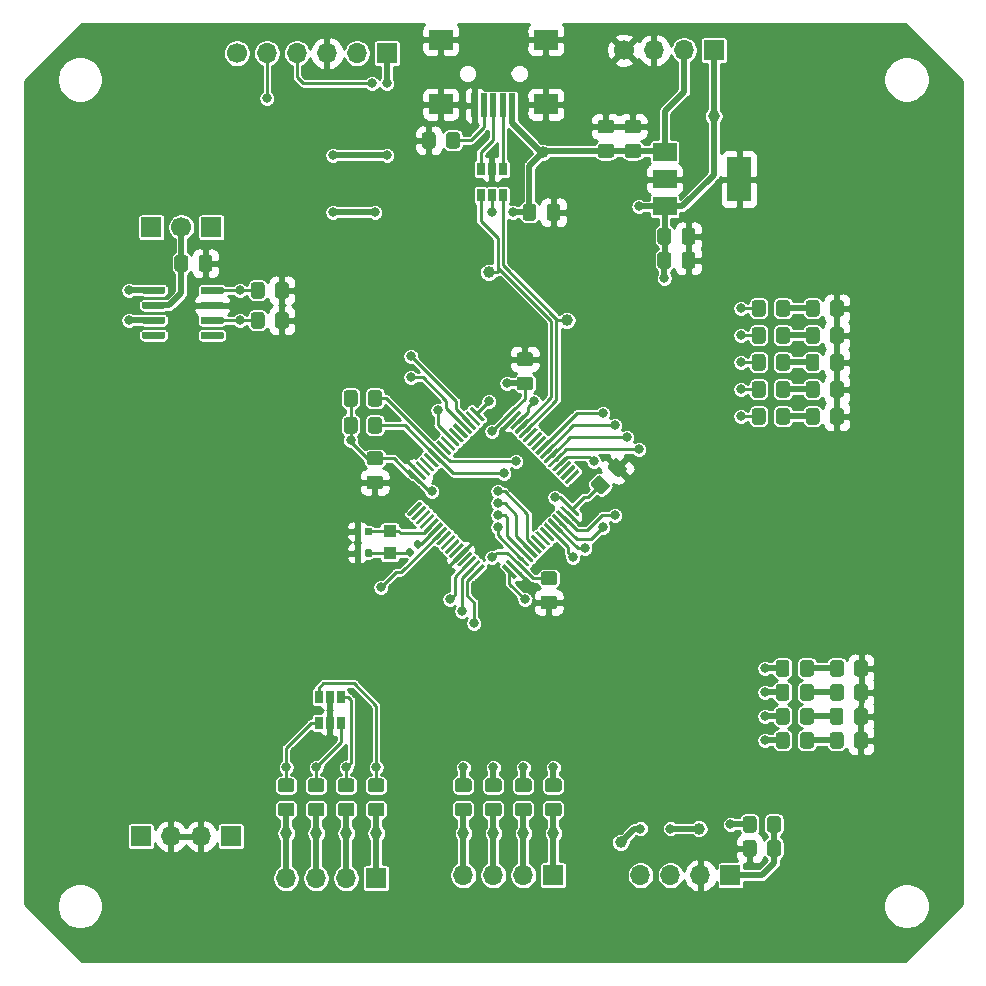
<source format=gtl>
G04 #@! TF.GenerationSoftware,KiCad,Pcbnew,(5.1.5)-2*
G04 #@! TF.CreationDate,2021-02-28T22:06:59+01:00*
G04 #@! TF.ProjectId,USB_TO_I2C,5553425f-544f-45f4-9932-432e6b696361,rev?*
G04 #@! TF.SameCoordinates,Original*
G04 #@! TF.FileFunction,Copper,L1,Top*
G04 #@! TF.FilePolarity,Positive*
%FSLAX46Y46*%
G04 Gerber Fmt 4.6, Leading zero omitted, Abs format (unit mm)*
G04 Created by KiCad (PCBNEW (5.1.5)-2) date 2021-02-28 22:06:59*
%MOMM*%
%LPD*%
G04 APERTURE LIST*
%ADD10R,0.650000X1.060000*%
%ADD11R,1.700000X1.700000*%
%ADD12C,1.700000*%
%ADD13O,1.700000X1.700000*%
%ADD14C,0.100000*%
%ADD15C,1.000000*%
%ADD16R,1.100000X1.050000*%
%ADD17R,2.000000X1.500000*%
%ADD18R,2.000000X3.800000*%
%ADD19R,2.000000X1.700000*%
%ADD20R,0.500000X2.000000*%
%ADD21C,0.800000*%
%ADD22C,0.250000*%
%ADD23C,0.500000*%
%ADD24C,0.254000*%
G04 APERTURE END LIST*
D10*
X146162000Y-117320000D03*
X145212000Y-117320000D03*
X147112000Y-117320000D03*
X147112000Y-119520000D03*
X146162000Y-119520000D03*
X145212000Y-119520000D03*
X159878000Y-74816000D03*
X160828000Y-74816000D03*
X158928000Y-74816000D03*
X158928000Y-72616000D03*
X159878000Y-72616000D03*
X160828000Y-72616000D03*
D11*
X136129000Y-77526000D03*
D12*
X133589000Y-77526000D03*
D11*
X131049000Y-77526000D03*
X137780000Y-129088000D03*
D13*
X135240000Y-129088000D03*
X132700000Y-129088000D03*
D11*
X130160000Y-129088000D03*
G04 #@! TA.AperFunction,SMDPad,CuDef*
D14*
G36*
X132080703Y-86370722D02*
G01*
X132095264Y-86372882D01*
X132109543Y-86376459D01*
X132123403Y-86381418D01*
X132136710Y-86387712D01*
X132149336Y-86395280D01*
X132161159Y-86404048D01*
X132172066Y-86413934D01*
X132181952Y-86424841D01*
X132190720Y-86436664D01*
X132198288Y-86449290D01*
X132204582Y-86462597D01*
X132209541Y-86476457D01*
X132213118Y-86490736D01*
X132215278Y-86505297D01*
X132216000Y-86520000D01*
X132216000Y-86820000D01*
X132215278Y-86834703D01*
X132213118Y-86849264D01*
X132209541Y-86863543D01*
X132204582Y-86877403D01*
X132198288Y-86890710D01*
X132190720Y-86903336D01*
X132181952Y-86915159D01*
X132172066Y-86926066D01*
X132161159Y-86935952D01*
X132149336Y-86944720D01*
X132136710Y-86952288D01*
X132123403Y-86958582D01*
X132109543Y-86963541D01*
X132095264Y-86967118D01*
X132080703Y-86969278D01*
X132066000Y-86970000D01*
X130416000Y-86970000D01*
X130401297Y-86969278D01*
X130386736Y-86967118D01*
X130372457Y-86963541D01*
X130358597Y-86958582D01*
X130345290Y-86952288D01*
X130332664Y-86944720D01*
X130320841Y-86935952D01*
X130309934Y-86926066D01*
X130300048Y-86915159D01*
X130291280Y-86903336D01*
X130283712Y-86890710D01*
X130277418Y-86877403D01*
X130272459Y-86863543D01*
X130268882Y-86849264D01*
X130266722Y-86834703D01*
X130266000Y-86820000D01*
X130266000Y-86520000D01*
X130266722Y-86505297D01*
X130268882Y-86490736D01*
X130272459Y-86476457D01*
X130277418Y-86462597D01*
X130283712Y-86449290D01*
X130291280Y-86436664D01*
X130300048Y-86424841D01*
X130309934Y-86413934D01*
X130320841Y-86404048D01*
X130332664Y-86395280D01*
X130345290Y-86387712D01*
X130358597Y-86381418D01*
X130372457Y-86376459D01*
X130386736Y-86372882D01*
X130401297Y-86370722D01*
X130416000Y-86370000D01*
X132066000Y-86370000D01*
X132080703Y-86370722D01*
G37*
G04 #@! TD.AperFunction*
G04 #@! TA.AperFunction,SMDPad,CuDef*
G36*
X132080703Y-85100722D02*
G01*
X132095264Y-85102882D01*
X132109543Y-85106459D01*
X132123403Y-85111418D01*
X132136710Y-85117712D01*
X132149336Y-85125280D01*
X132161159Y-85134048D01*
X132172066Y-85143934D01*
X132181952Y-85154841D01*
X132190720Y-85166664D01*
X132198288Y-85179290D01*
X132204582Y-85192597D01*
X132209541Y-85206457D01*
X132213118Y-85220736D01*
X132215278Y-85235297D01*
X132216000Y-85250000D01*
X132216000Y-85550000D01*
X132215278Y-85564703D01*
X132213118Y-85579264D01*
X132209541Y-85593543D01*
X132204582Y-85607403D01*
X132198288Y-85620710D01*
X132190720Y-85633336D01*
X132181952Y-85645159D01*
X132172066Y-85656066D01*
X132161159Y-85665952D01*
X132149336Y-85674720D01*
X132136710Y-85682288D01*
X132123403Y-85688582D01*
X132109543Y-85693541D01*
X132095264Y-85697118D01*
X132080703Y-85699278D01*
X132066000Y-85700000D01*
X130416000Y-85700000D01*
X130401297Y-85699278D01*
X130386736Y-85697118D01*
X130372457Y-85693541D01*
X130358597Y-85688582D01*
X130345290Y-85682288D01*
X130332664Y-85674720D01*
X130320841Y-85665952D01*
X130309934Y-85656066D01*
X130300048Y-85645159D01*
X130291280Y-85633336D01*
X130283712Y-85620710D01*
X130277418Y-85607403D01*
X130272459Y-85593543D01*
X130268882Y-85579264D01*
X130266722Y-85564703D01*
X130266000Y-85550000D01*
X130266000Y-85250000D01*
X130266722Y-85235297D01*
X130268882Y-85220736D01*
X130272459Y-85206457D01*
X130277418Y-85192597D01*
X130283712Y-85179290D01*
X130291280Y-85166664D01*
X130300048Y-85154841D01*
X130309934Y-85143934D01*
X130320841Y-85134048D01*
X130332664Y-85125280D01*
X130345290Y-85117712D01*
X130358597Y-85111418D01*
X130372457Y-85106459D01*
X130386736Y-85102882D01*
X130401297Y-85100722D01*
X130416000Y-85100000D01*
X132066000Y-85100000D01*
X132080703Y-85100722D01*
G37*
G04 #@! TD.AperFunction*
G04 #@! TA.AperFunction,SMDPad,CuDef*
G36*
X132080703Y-83830722D02*
G01*
X132095264Y-83832882D01*
X132109543Y-83836459D01*
X132123403Y-83841418D01*
X132136710Y-83847712D01*
X132149336Y-83855280D01*
X132161159Y-83864048D01*
X132172066Y-83873934D01*
X132181952Y-83884841D01*
X132190720Y-83896664D01*
X132198288Y-83909290D01*
X132204582Y-83922597D01*
X132209541Y-83936457D01*
X132213118Y-83950736D01*
X132215278Y-83965297D01*
X132216000Y-83980000D01*
X132216000Y-84280000D01*
X132215278Y-84294703D01*
X132213118Y-84309264D01*
X132209541Y-84323543D01*
X132204582Y-84337403D01*
X132198288Y-84350710D01*
X132190720Y-84363336D01*
X132181952Y-84375159D01*
X132172066Y-84386066D01*
X132161159Y-84395952D01*
X132149336Y-84404720D01*
X132136710Y-84412288D01*
X132123403Y-84418582D01*
X132109543Y-84423541D01*
X132095264Y-84427118D01*
X132080703Y-84429278D01*
X132066000Y-84430000D01*
X130416000Y-84430000D01*
X130401297Y-84429278D01*
X130386736Y-84427118D01*
X130372457Y-84423541D01*
X130358597Y-84418582D01*
X130345290Y-84412288D01*
X130332664Y-84404720D01*
X130320841Y-84395952D01*
X130309934Y-84386066D01*
X130300048Y-84375159D01*
X130291280Y-84363336D01*
X130283712Y-84350710D01*
X130277418Y-84337403D01*
X130272459Y-84323543D01*
X130268882Y-84309264D01*
X130266722Y-84294703D01*
X130266000Y-84280000D01*
X130266000Y-83980000D01*
X130266722Y-83965297D01*
X130268882Y-83950736D01*
X130272459Y-83936457D01*
X130277418Y-83922597D01*
X130283712Y-83909290D01*
X130291280Y-83896664D01*
X130300048Y-83884841D01*
X130309934Y-83873934D01*
X130320841Y-83864048D01*
X130332664Y-83855280D01*
X130345290Y-83847712D01*
X130358597Y-83841418D01*
X130372457Y-83836459D01*
X130386736Y-83832882D01*
X130401297Y-83830722D01*
X130416000Y-83830000D01*
X132066000Y-83830000D01*
X132080703Y-83830722D01*
G37*
G04 #@! TD.AperFunction*
G04 #@! TA.AperFunction,SMDPad,CuDef*
G36*
X132080703Y-82560722D02*
G01*
X132095264Y-82562882D01*
X132109543Y-82566459D01*
X132123403Y-82571418D01*
X132136710Y-82577712D01*
X132149336Y-82585280D01*
X132161159Y-82594048D01*
X132172066Y-82603934D01*
X132181952Y-82614841D01*
X132190720Y-82626664D01*
X132198288Y-82639290D01*
X132204582Y-82652597D01*
X132209541Y-82666457D01*
X132213118Y-82680736D01*
X132215278Y-82695297D01*
X132216000Y-82710000D01*
X132216000Y-83010000D01*
X132215278Y-83024703D01*
X132213118Y-83039264D01*
X132209541Y-83053543D01*
X132204582Y-83067403D01*
X132198288Y-83080710D01*
X132190720Y-83093336D01*
X132181952Y-83105159D01*
X132172066Y-83116066D01*
X132161159Y-83125952D01*
X132149336Y-83134720D01*
X132136710Y-83142288D01*
X132123403Y-83148582D01*
X132109543Y-83153541D01*
X132095264Y-83157118D01*
X132080703Y-83159278D01*
X132066000Y-83160000D01*
X130416000Y-83160000D01*
X130401297Y-83159278D01*
X130386736Y-83157118D01*
X130372457Y-83153541D01*
X130358597Y-83148582D01*
X130345290Y-83142288D01*
X130332664Y-83134720D01*
X130320841Y-83125952D01*
X130309934Y-83116066D01*
X130300048Y-83105159D01*
X130291280Y-83093336D01*
X130283712Y-83080710D01*
X130277418Y-83067403D01*
X130272459Y-83053543D01*
X130268882Y-83039264D01*
X130266722Y-83024703D01*
X130266000Y-83010000D01*
X130266000Y-82710000D01*
X130266722Y-82695297D01*
X130268882Y-82680736D01*
X130272459Y-82666457D01*
X130277418Y-82652597D01*
X130283712Y-82639290D01*
X130291280Y-82626664D01*
X130300048Y-82614841D01*
X130309934Y-82603934D01*
X130320841Y-82594048D01*
X130332664Y-82585280D01*
X130345290Y-82577712D01*
X130358597Y-82571418D01*
X130372457Y-82566459D01*
X130386736Y-82562882D01*
X130401297Y-82560722D01*
X130416000Y-82560000D01*
X132066000Y-82560000D01*
X132080703Y-82560722D01*
G37*
G04 #@! TD.AperFunction*
G04 #@! TA.AperFunction,SMDPad,CuDef*
G36*
X137030703Y-82560722D02*
G01*
X137045264Y-82562882D01*
X137059543Y-82566459D01*
X137073403Y-82571418D01*
X137086710Y-82577712D01*
X137099336Y-82585280D01*
X137111159Y-82594048D01*
X137122066Y-82603934D01*
X137131952Y-82614841D01*
X137140720Y-82626664D01*
X137148288Y-82639290D01*
X137154582Y-82652597D01*
X137159541Y-82666457D01*
X137163118Y-82680736D01*
X137165278Y-82695297D01*
X137166000Y-82710000D01*
X137166000Y-83010000D01*
X137165278Y-83024703D01*
X137163118Y-83039264D01*
X137159541Y-83053543D01*
X137154582Y-83067403D01*
X137148288Y-83080710D01*
X137140720Y-83093336D01*
X137131952Y-83105159D01*
X137122066Y-83116066D01*
X137111159Y-83125952D01*
X137099336Y-83134720D01*
X137086710Y-83142288D01*
X137073403Y-83148582D01*
X137059543Y-83153541D01*
X137045264Y-83157118D01*
X137030703Y-83159278D01*
X137016000Y-83160000D01*
X135366000Y-83160000D01*
X135351297Y-83159278D01*
X135336736Y-83157118D01*
X135322457Y-83153541D01*
X135308597Y-83148582D01*
X135295290Y-83142288D01*
X135282664Y-83134720D01*
X135270841Y-83125952D01*
X135259934Y-83116066D01*
X135250048Y-83105159D01*
X135241280Y-83093336D01*
X135233712Y-83080710D01*
X135227418Y-83067403D01*
X135222459Y-83053543D01*
X135218882Y-83039264D01*
X135216722Y-83024703D01*
X135216000Y-83010000D01*
X135216000Y-82710000D01*
X135216722Y-82695297D01*
X135218882Y-82680736D01*
X135222459Y-82666457D01*
X135227418Y-82652597D01*
X135233712Y-82639290D01*
X135241280Y-82626664D01*
X135250048Y-82614841D01*
X135259934Y-82603934D01*
X135270841Y-82594048D01*
X135282664Y-82585280D01*
X135295290Y-82577712D01*
X135308597Y-82571418D01*
X135322457Y-82566459D01*
X135336736Y-82562882D01*
X135351297Y-82560722D01*
X135366000Y-82560000D01*
X137016000Y-82560000D01*
X137030703Y-82560722D01*
G37*
G04 #@! TD.AperFunction*
G04 #@! TA.AperFunction,SMDPad,CuDef*
G36*
X137030703Y-83830722D02*
G01*
X137045264Y-83832882D01*
X137059543Y-83836459D01*
X137073403Y-83841418D01*
X137086710Y-83847712D01*
X137099336Y-83855280D01*
X137111159Y-83864048D01*
X137122066Y-83873934D01*
X137131952Y-83884841D01*
X137140720Y-83896664D01*
X137148288Y-83909290D01*
X137154582Y-83922597D01*
X137159541Y-83936457D01*
X137163118Y-83950736D01*
X137165278Y-83965297D01*
X137166000Y-83980000D01*
X137166000Y-84280000D01*
X137165278Y-84294703D01*
X137163118Y-84309264D01*
X137159541Y-84323543D01*
X137154582Y-84337403D01*
X137148288Y-84350710D01*
X137140720Y-84363336D01*
X137131952Y-84375159D01*
X137122066Y-84386066D01*
X137111159Y-84395952D01*
X137099336Y-84404720D01*
X137086710Y-84412288D01*
X137073403Y-84418582D01*
X137059543Y-84423541D01*
X137045264Y-84427118D01*
X137030703Y-84429278D01*
X137016000Y-84430000D01*
X135366000Y-84430000D01*
X135351297Y-84429278D01*
X135336736Y-84427118D01*
X135322457Y-84423541D01*
X135308597Y-84418582D01*
X135295290Y-84412288D01*
X135282664Y-84404720D01*
X135270841Y-84395952D01*
X135259934Y-84386066D01*
X135250048Y-84375159D01*
X135241280Y-84363336D01*
X135233712Y-84350710D01*
X135227418Y-84337403D01*
X135222459Y-84323543D01*
X135218882Y-84309264D01*
X135216722Y-84294703D01*
X135216000Y-84280000D01*
X135216000Y-83980000D01*
X135216722Y-83965297D01*
X135218882Y-83950736D01*
X135222459Y-83936457D01*
X135227418Y-83922597D01*
X135233712Y-83909290D01*
X135241280Y-83896664D01*
X135250048Y-83884841D01*
X135259934Y-83873934D01*
X135270841Y-83864048D01*
X135282664Y-83855280D01*
X135295290Y-83847712D01*
X135308597Y-83841418D01*
X135322457Y-83836459D01*
X135336736Y-83832882D01*
X135351297Y-83830722D01*
X135366000Y-83830000D01*
X137016000Y-83830000D01*
X137030703Y-83830722D01*
G37*
G04 #@! TD.AperFunction*
G04 #@! TA.AperFunction,SMDPad,CuDef*
G36*
X137030703Y-85100722D02*
G01*
X137045264Y-85102882D01*
X137059543Y-85106459D01*
X137073403Y-85111418D01*
X137086710Y-85117712D01*
X137099336Y-85125280D01*
X137111159Y-85134048D01*
X137122066Y-85143934D01*
X137131952Y-85154841D01*
X137140720Y-85166664D01*
X137148288Y-85179290D01*
X137154582Y-85192597D01*
X137159541Y-85206457D01*
X137163118Y-85220736D01*
X137165278Y-85235297D01*
X137166000Y-85250000D01*
X137166000Y-85550000D01*
X137165278Y-85564703D01*
X137163118Y-85579264D01*
X137159541Y-85593543D01*
X137154582Y-85607403D01*
X137148288Y-85620710D01*
X137140720Y-85633336D01*
X137131952Y-85645159D01*
X137122066Y-85656066D01*
X137111159Y-85665952D01*
X137099336Y-85674720D01*
X137086710Y-85682288D01*
X137073403Y-85688582D01*
X137059543Y-85693541D01*
X137045264Y-85697118D01*
X137030703Y-85699278D01*
X137016000Y-85700000D01*
X135366000Y-85700000D01*
X135351297Y-85699278D01*
X135336736Y-85697118D01*
X135322457Y-85693541D01*
X135308597Y-85688582D01*
X135295290Y-85682288D01*
X135282664Y-85674720D01*
X135270841Y-85665952D01*
X135259934Y-85656066D01*
X135250048Y-85645159D01*
X135241280Y-85633336D01*
X135233712Y-85620710D01*
X135227418Y-85607403D01*
X135222459Y-85593543D01*
X135218882Y-85579264D01*
X135216722Y-85564703D01*
X135216000Y-85550000D01*
X135216000Y-85250000D01*
X135216722Y-85235297D01*
X135218882Y-85220736D01*
X135222459Y-85206457D01*
X135227418Y-85192597D01*
X135233712Y-85179290D01*
X135241280Y-85166664D01*
X135250048Y-85154841D01*
X135259934Y-85143934D01*
X135270841Y-85134048D01*
X135282664Y-85125280D01*
X135295290Y-85117712D01*
X135308597Y-85111418D01*
X135322457Y-85106459D01*
X135336736Y-85102882D01*
X135351297Y-85100722D01*
X135366000Y-85100000D01*
X137016000Y-85100000D01*
X137030703Y-85100722D01*
G37*
G04 #@! TD.AperFunction*
G04 #@! TA.AperFunction,SMDPad,CuDef*
G36*
X137030703Y-86370722D02*
G01*
X137045264Y-86372882D01*
X137059543Y-86376459D01*
X137073403Y-86381418D01*
X137086710Y-86387712D01*
X137099336Y-86395280D01*
X137111159Y-86404048D01*
X137122066Y-86413934D01*
X137131952Y-86424841D01*
X137140720Y-86436664D01*
X137148288Y-86449290D01*
X137154582Y-86462597D01*
X137159541Y-86476457D01*
X137163118Y-86490736D01*
X137165278Y-86505297D01*
X137166000Y-86520000D01*
X137166000Y-86820000D01*
X137165278Y-86834703D01*
X137163118Y-86849264D01*
X137159541Y-86863543D01*
X137154582Y-86877403D01*
X137148288Y-86890710D01*
X137140720Y-86903336D01*
X137131952Y-86915159D01*
X137122066Y-86926066D01*
X137111159Y-86935952D01*
X137099336Y-86944720D01*
X137086710Y-86952288D01*
X137073403Y-86958582D01*
X137059543Y-86963541D01*
X137045264Y-86967118D01*
X137030703Y-86969278D01*
X137016000Y-86970000D01*
X135366000Y-86970000D01*
X135351297Y-86969278D01*
X135336736Y-86967118D01*
X135322457Y-86963541D01*
X135308597Y-86958582D01*
X135295290Y-86952288D01*
X135282664Y-86944720D01*
X135270841Y-86935952D01*
X135259934Y-86926066D01*
X135250048Y-86915159D01*
X135241280Y-86903336D01*
X135233712Y-86890710D01*
X135227418Y-86877403D01*
X135222459Y-86863543D01*
X135218882Y-86849264D01*
X135216722Y-86834703D01*
X135216000Y-86820000D01*
X135216000Y-86520000D01*
X135216722Y-86505297D01*
X135218882Y-86490736D01*
X135222459Y-86476457D01*
X135227418Y-86462597D01*
X135233712Y-86449290D01*
X135241280Y-86436664D01*
X135250048Y-86424841D01*
X135259934Y-86413934D01*
X135270841Y-86404048D01*
X135282664Y-86395280D01*
X135295290Y-86387712D01*
X135308597Y-86381418D01*
X135322457Y-86376459D01*
X135336736Y-86372882D01*
X135351297Y-86370722D01*
X135366000Y-86370000D01*
X137016000Y-86370000D01*
X137030703Y-86370722D01*
G37*
G04 #@! TD.AperFunction*
G04 #@! TA.AperFunction,SMDPad,CuDef*
G36*
X142456505Y-84701204D02*
G01*
X142480773Y-84704804D01*
X142504572Y-84710765D01*
X142527671Y-84719030D01*
X142549850Y-84729520D01*
X142570893Y-84742132D01*
X142590599Y-84756747D01*
X142608777Y-84773223D01*
X142625253Y-84791401D01*
X142639868Y-84811107D01*
X142652480Y-84832150D01*
X142662970Y-84854329D01*
X142671235Y-84877428D01*
X142677196Y-84901227D01*
X142680796Y-84925495D01*
X142682000Y-84949999D01*
X142682000Y-85850001D01*
X142680796Y-85874505D01*
X142677196Y-85898773D01*
X142671235Y-85922572D01*
X142662970Y-85945671D01*
X142652480Y-85967850D01*
X142639868Y-85988893D01*
X142625253Y-86008599D01*
X142608777Y-86026777D01*
X142590599Y-86043253D01*
X142570893Y-86057868D01*
X142549850Y-86070480D01*
X142527671Y-86080970D01*
X142504572Y-86089235D01*
X142480773Y-86095196D01*
X142456505Y-86098796D01*
X142432001Y-86100000D01*
X141781999Y-86100000D01*
X141757495Y-86098796D01*
X141733227Y-86095196D01*
X141709428Y-86089235D01*
X141686329Y-86080970D01*
X141664150Y-86070480D01*
X141643107Y-86057868D01*
X141623401Y-86043253D01*
X141605223Y-86026777D01*
X141588747Y-86008599D01*
X141574132Y-85988893D01*
X141561520Y-85967850D01*
X141551030Y-85945671D01*
X141542765Y-85922572D01*
X141536804Y-85898773D01*
X141533204Y-85874505D01*
X141532000Y-85850001D01*
X141532000Y-84949999D01*
X141533204Y-84925495D01*
X141536804Y-84901227D01*
X141542765Y-84877428D01*
X141551030Y-84854329D01*
X141561520Y-84832150D01*
X141574132Y-84811107D01*
X141588747Y-84791401D01*
X141605223Y-84773223D01*
X141623401Y-84756747D01*
X141643107Y-84742132D01*
X141664150Y-84729520D01*
X141686329Y-84719030D01*
X141709428Y-84710765D01*
X141733227Y-84704804D01*
X141757495Y-84701204D01*
X141781999Y-84700000D01*
X142432001Y-84700000D01*
X142456505Y-84701204D01*
G37*
G04 #@! TD.AperFunction*
G04 #@! TA.AperFunction,SMDPad,CuDef*
G36*
X140406505Y-84701204D02*
G01*
X140430773Y-84704804D01*
X140454572Y-84710765D01*
X140477671Y-84719030D01*
X140499850Y-84729520D01*
X140520893Y-84742132D01*
X140540599Y-84756747D01*
X140558777Y-84773223D01*
X140575253Y-84791401D01*
X140589868Y-84811107D01*
X140602480Y-84832150D01*
X140612970Y-84854329D01*
X140621235Y-84877428D01*
X140627196Y-84901227D01*
X140630796Y-84925495D01*
X140632000Y-84949999D01*
X140632000Y-85850001D01*
X140630796Y-85874505D01*
X140627196Y-85898773D01*
X140621235Y-85922572D01*
X140612970Y-85945671D01*
X140602480Y-85967850D01*
X140589868Y-85988893D01*
X140575253Y-86008599D01*
X140558777Y-86026777D01*
X140540599Y-86043253D01*
X140520893Y-86057868D01*
X140499850Y-86070480D01*
X140477671Y-86080970D01*
X140454572Y-86089235D01*
X140430773Y-86095196D01*
X140406505Y-86098796D01*
X140382001Y-86100000D01*
X139731999Y-86100000D01*
X139707495Y-86098796D01*
X139683227Y-86095196D01*
X139659428Y-86089235D01*
X139636329Y-86080970D01*
X139614150Y-86070480D01*
X139593107Y-86057868D01*
X139573401Y-86043253D01*
X139555223Y-86026777D01*
X139538747Y-86008599D01*
X139524132Y-85988893D01*
X139511520Y-85967850D01*
X139501030Y-85945671D01*
X139492765Y-85922572D01*
X139486804Y-85898773D01*
X139483204Y-85874505D01*
X139482000Y-85850001D01*
X139482000Y-84949999D01*
X139483204Y-84925495D01*
X139486804Y-84901227D01*
X139492765Y-84877428D01*
X139501030Y-84854329D01*
X139511520Y-84832150D01*
X139524132Y-84811107D01*
X139538747Y-84791401D01*
X139555223Y-84773223D01*
X139573401Y-84756747D01*
X139593107Y-84742132D01*
X139614150Y-84729520D01*
X139636329Y-84719030D01*
X139659428Y-84710765D01*
X139683227Y-84704804D01*
X139707495Y-84701204D01*
X139731999Y-84700000D01*
X140382001Y-84700000D01*
X140406505Y-84701204D01*
G37*
G04 #@! TD.AperFunction*
G04 #@! TA.AperFunction,SMDPad,CuDef*
G36*
X142456505Y-82161204D02*
G01*
X142480773Y-82164804D01*
X142504572Y-82170765D01*
X142527671Y-82179030D01*
X142549850Y-82189520D01*
X142570893Y-82202132D01*
X142590599Y-82216747D01*
X142608777Y-82233223D01*
X142625253Y-82251401D01*
X142639868Y-82271107D01*
X142652480Y-82292150D01*
X142662970Y-82314329D01*
X142671235Y-82337428D01*
X142677196Y-82361227D01*
X142680796Y-82385495D01*
X142682000Y-82409999D01*
X142682000Y-83310001D01*
X142680796Y-83334505D01*
X142677196Y-83358773D01*
X142671235Y-83382572D01*
X142662970Y-83405671D01*
X142652480Y-83427850D01*
X142639868Y-83448893D01*
X142625253Y-83468599D01*
X142608777Y-83486777D01*
X142590599Y-83503253D01*
X142570893Y-83517868D01*
X142549850Y-83530480D01*
X142527671Y-83540970D01*
X142504572Y-83549235D01*
X142480773Y-83555196D01*
X142456505Y-83558796D01*
X142432001Y-83560000D01*
X141781999Y-83560000D01*
X141757495Y-83558796D01*
X141733227Y-83555196D01*
X141709428Y-83549235D01*
X141686329Y-83540970D01*
X141664150Y-83530480D01*
X141643107Y-83517868D01*
X141623401Y-83503253D01*
X141605223Y-83486777D01*
X141588747Y-83468599D01*
X141574132Y-83448893D01*
X141561520Y-83427850D01*
X141551030Y-83405671D01*
X141542765Y-83382572D01*
X141536804Y-83358773D01*
X141533204Y-83334505D01*
X141532000Y-83310001D01*
X141532000Y-82409999D01*
X141533204Y-82385495D01*
X141536804Y-82361227D01*
X141542765Y-82337428D01*
X141551030Y-82314329D01*
X141561520Y-82292150D01*
X141574132Y-82271107D01*
X141588747Y-82251401D01*
X141605223Y-82233223D01*
X141623401Y-82216747D01*
X141643107Y-82202132D01*
X141664150Y-82189520D01*
X141686329Y-82179030D01*
X141709428Y-82170765D01*
X141733227Y-82164804D01*
X141757495Y-82161204D01*
X141781999Y-82160000D01*
X142432001Y-82160000D01*
X142456505Y-82161204D01*
G37*
G04 #@! TD.AperFunction*
G04 #@! TA.AperFunction,SMDPad,CuDef*
G36*
X140406505Y-82161204D02*
G01*
X140430773Y-82164804D01*
X140454572Y-82170765D01*
X140477671Y-82179030D01*
X140499850Y-82189520D01*
X140520893Y-82202132D01*
X140540599Y-82216747D01*
X140558777Y-82233223D01*
X140575253Y-82251401D01*
X140589868Y-82271107D01*
X140602480Y-82292150D01*
X140612970Y-82314329D01*
X140621235Y-82337428D01*
X140627196Y-82361227D01*
X140630796Y-82385495D01*
X140632000Y-82409999D01*
X140632000Y-83310001D01*
X140630796Y-83334505D01*
X140627196Y-83358773D01*
X140621235Y-83382572D01*
X140612970Y-83405671D01*
X140602480Y-83427850D01*
X140589868Y-83448893D01*
X140575253Y-83468599D01*
X140558777Y-83486777D01*
X140540599Y-83503253D01*
X140520893Y-83517868D01*
X140499850Y-83530480D01*
X140477671Y-83540970D01*
X140454572Y-83549235D01*
X140430773Y-83555196D01*
X140406505Y-83558796D01*
X140382001Y-83560000D01*
X139731999Y-83560000D01*
X139707495Y-83558796D01*
X139683227Y-83555196D01*
X139659428Y-83549235D01*
X139636329Y-83540970D01*
X139614150Y-83530480D01*
X139593107Y-83517868D01*
X139573401Y-83503253D01*
X139555223Y-83486777D01*
X139538747Y-83468599D01*
X139524132Y-83448893D01*
X139511520Y-83427850D01*
X139501030Y-83405671D01*
X139492765Y-83382572D01*
X139486804Y-83358773D01*
X139483204Y-83334505D01*
X139482000Y-83310001D01*
X139482000Y-82409999D01*
X139483204Y-82385495D01*
X139486804Y-82361227D01*
X139492765Y-82337428D01*
X139501030Y-82314329D01*
X139511520Y-82292150D01*
X139524132Y-82271107D01*
X139538747Y-82251401D01*
X139555223Y-82233223D01*
X139573401Y-82216747D01*
X139593107Y-82202132D01*
X139614150Y-82189520D01*
X139636329Y-82179030D01*
X139659428Y-82170765D01*
X139683227Y-82164804D01*
X139707495Y-82161204D01*
X139731999Y-82160000D01*
X140382001Y-82160000D01*
X140406505Y-82161204D01*
G37*
G04 #@! TD.AperFunction*
G04 #@! TA.AperFunction,SMDPad,CuDef*
G36*
X135979505Y-79875204D02*
G01*
X136003773Y-79878804D01*
X136027572Y-79884765D01*
X136050671Y-79893030D01*
X136072850Y-79903520D01*
X136093893Y-79916132D01*
X136113599Y-79930747D01*
X136131777Y-79947223D01*
X136148253Y-79965401D01*
X136162868Y-79985107D01*
X136175480Y-80006150D01*
X136185970Y-80028329D01*
X136194235Y-80051428D01*
X136200196Y-80075227D01*
X136203796Y-80099495D01*
X136205000Y-80123999D01*
X136205000Y-81024001D01*
X136203796Y-81048505D01*
X136200196Y-81072773D01*
X136194235Y-81096572D01*
X136185970Y-81119671D01*
X136175480Y-81141850D01*
X136162868Y-81162893D01*
X136148253Y-81182599D01*
X136131777Y-81200777D01*
X136113599Y-81217253D01*
X136093893Y-81231868D01*
X136072850Y-81244480D01*
X136050671Y-81254970D01*
X136027572Y-81263235D01*
X136003773Y-81269196D01*
X135979505Y-81272796D01*
X135955001Y-81274000D01*
X135304999Y-81274000D01*
X135280495Y-81272796D01*
X135256227Y-81269196D01*
X135232428Y-81263235D01*
X135209329Y-81254970D01*
X135187150Y-81244480D01*
X135166107Y-81231868D01*
X135146401Y-81217253D01*
X135128223Y-81200777D01*
X135111747Y-81182599D01*
X135097132Y-81162893D01*
X135084520Y-81141850D01*
X135074030Y-81119671D01*
X135065765Y-81096572D01*
X135059804Y-81072773D01*
X135056204Y-81048505D01*
X135055000Y-81024001D01*
X135055000Y-80123999D01*
X135056204Y-80099495D01*
X135059804Y-80075227D01*
X135065765Y-80051428D01*
X135074030Y-80028329D01*
X135084520Y-80006150D01*
X135097132Y-79985107D01*
X135111747Y-79965401D01*
X135128223Y-79947223D01*
X135146401Y-79930747D01*
X135166107Y-79916132D01*
X135187150Y-79903520D01*
X135209329Y-79893030D01*
X135232428Y-79884765D01*
X135256227Y-79878804D01*
X135280495Y-79875204D01*
X135304999Y-79874000D01*
X135955001Y-79874000D01*
X135979505Y-79875204D01*
G37*
G04 #@! TD.AperFunction*
G04 #@! TA.AperFunction,SMDPad,CuDef*
G36*
X133929505Y-79875204D02*
G01*
X133953773Y-79878804D01*
X133977572Y-79884765D01*
X134000671Y-79893030D01*
X134022850Y-79903520D01*
X134043893Y-79916132D01*
X134063599Y-79930747D01*
X134081777Y-79947223D01*
X134098253Y-79965401D01*
X134112868Y-79985107D01*
X134125480Y-80006150D01*
X134135970Y-80028329D01*
X134144235Y-80051428D01*
X134150196Y-80075227D01*
X134153796Y-80099495D01*
X134155000Y-80123999D01*
X134155000Y-81024001D01*
X134153796Y-81048505D01*
X134150196Y-81072773D01*
X134144235Y-81096572D01*
X134135970Y-81119671D01*
X134125480Y-81141850D01*
X134112868Y-81162893D01*
X134098253Y-81182599D01*
X134081777Y-81200777D01*
X134063599Y-81217253D01*
X134043893Y-81231868D01*
X134022850Y-81244480D01*
X134000671Y-81254970D01*
X133977572Y-81263235D01*
X133953773Y-81269196D01*
X133929505Y-81272796D01*
X133905001Y-81274000D01*
X133254999Y-81274000D01*
X133230495Y-81272796D01*
X133206227Y-81269196D01*
X133182428Y-81263235D01*
X133159329Y-81254970D01*
X133137150Y-81244480D01*
X133116107Y-81231868D01*
X133096401Y-81217253D01*
X133078223Y-81200777D01*
X133061747Y-81182599D01*
X133047132Y-81162893D01*
X133034520Y-81141850D01*
X133024030Y-81119671D01*
X133015765Y-81096572D01*
X133009804Y-81072773D01*
X133006204Y-81048505D01*
X133005000Y-81024001D01*
X133005000Y-80123999D01*
X133006204Y-80099495D01*
X133009804Y-80075227D01*
X133015765Y-80051428D01*
X133024030Y-80028329D01*
X133034520Y-80006150D01*
X133047132Y-79985107D01*
X133061747Y-79965401D01*
X133078223Y-79947223D01*
X133096401Y-79930747D01*
X133116107Y-79916132D01*
X133137150Y-79903520D01*
X133159329Y-79893030D01*
X133182428Y-79884765D01*
X133206227Y-79878804D01*
X133230495Y-79875204D01*
X133254999Y-79874000D01*
X133905001Y-79874000D01*
X133929505Y-79875204D01*
G37*
G04 #@! TD.AperFunction*
D15*
X177404000Y-128444000D03*
X170800000Y-129596000D03*
G04 #@! TA.AperFunction,SMDPad,CuDef*
D14*
G36*
X182062505Y-127373204D02*
G01*
X182086773Y-127376804D01*
X182110572Y-127382765D01*
X182133671Y-127391030D01*
X182155850Y-127401520D01*
X182176893Y-127414132D01*
X182196599Y-127428747D01*
X182214777Y-127445223D01*
X182231253Y-127463401D01*
X182245868Y-127483107D01*
X182258480Y-127504150D01*
X182268970Y-127526329D01*
X182277235Y-127549428D01*
X182283196Y-127573227D01*
X182286796Y-127597495D01*
X182288000Y-127621999D01*
X182288000Y-128522001D01*
X182286796Y-128546505D01*
X182283196Y-128570773D01*
X182277235Y-128594572D01*
X182268970Y-128617671D01*
X182258480Y-128639850D01*
X182245868Y-128660893D01*
X182231253Y-128680599D01*
X182214777Y-128698777D01*
X182196599Y-128715253D01*
X182176893Y-128729868D01*
X182155850Y-128742480D01*
X182133671Y-128752970D01*
X182110572Y-128761235D01*
X182086773Y-128767196D01*
X182062505Y-128770796D01*
X182038001Y-128772000D01*
X181387999Y-128772000D01*
X181363495Y-128770796D01*
X181339227Y-128767196D01*
X181315428Y-128761235D01*
X181292329Y-128752970D01*
X181270150Y-128742480D01*
X181249107Y-128729868D01*
X181229401Y-128715253D01*
X181211223Y-128698777D01*
X181194747Y-128680599D01*
X181180132Y-128660893D01*
X181167520Y-128639850D01*
X181157030Y-128617671D01*
X181148765Y-128594572D01*
X181142804Y-128570773D01*
X181139204Y-128546505D01*
X181138000Y-128522001D01*
X181138000Y-127621999D01*
X181139204Y-127597495D01*
X181142804Y-127573227D01*
X181148765Y-127549428D01*
X181157030Y-127526329D01*
X181167520Y-127504150D01*
X181180132Y-127483107D01*
X181194747Y-127463401D01*
X181211223Y-127445223D01*
X181229401Y-127428747D01*
X181249107Y-127414132D01*
X181270150Y-127401520D01*
X181292329Y-127391030D01*
X181315428Y-127382765D01*
X181339227Y-127376804D01*
X181363495Y-127373204D01*
X181387999Y-127372000D01*
X182038001Y-127372000D01*
X182062505Y-127373204D01*
G37*
G04 #@! TD.AperFunction*
G04 #@! TA.AperFunction,SMDPad,CuDef*
G36*
X184112505Y-127373204D02*
G01*
X184136773Y-127376804D01*
X184160572Y-127382765D01*
X184183671Y-127391030D01*
X184205850Y-127401520D01*
X184226893Y-127414132D01*
X184246599Y-127428747D01*
X184264777Y-127445223D01*
X184281253Y-127463401D01*
X184295868Y-127483107D01*
X184308480Y-127504150D01*
X184318970Y-127526329D01*
X184327235Y-127549428D01*
X184333196Y-127573227D01*
X184336796Y-127597495D01*
X184338000Y-127621999D01*
X184338000Y-128522001D01*
X184336796Y-128546505D01*
X184333196Y-128570773D01*
X184327235Y-128594572D01*
X184318970Y-128617671D01*
X184308480Y-128639850D01*
X184295868Y-128660893D01*
X184281253Y-128680599D01*
X184264777Y-128698777D01*
X184246599Y-128715253D01*
X184226893Y-128729868D01*
X184205850Y-128742480D01*
X184183671Y-128752970D01*
X184160572Y-128761235D01*
X184136773Y-128767196D01*
X184112505Y-128770796D01*
X184088001Y-128772000D01*
X183437999Y-128772000D01*
X183413495Y-128770796D01*
X183389227Y-128767196D01*
X183365428Y-128761235D01*
X183342329Y-128752970D01*
X183320150Y-128742480D01*
X183299107Y-128729868D01*
X183279401Y-128715253D01*
X183261223Y-128698777D01*
X183244747Y-128680599D01*
X183230132Y-128660893D01*
X183217520Y-128639850D01*
X183207030Y-128617671D01*
X183198765Y-128594572D01*
X183192804Y-128570773D01*
X183189204Y-128546505D01*
X183188000Y-128522001D01*
X183188000Y-127621999D01*
X183189204Y-127597495D01*
X183192804Y-127573227D01*
X183198765Y-127549428D01*
X183207030Y-127526329D01*
X183217520Y-127504150D01*
X183230132Y-127483107D01*
X183244747Y-127463401D01*
X183261223Y-127445223D01*
X183279401Y-127428747D01*
X183299107Y-127414132D01*
X183320150Y-127401520D01*
X183342329Y-127391030D01*
X183365428Y-127382765D01*
X183389227Y-127376804D01*
X183413495Y-127373204D01*
X183437999Y-127372000D01*
X184088001Y-127372000D01*
X184112505Y-127373204D01*
G37*
G04 #@! TD.AperFunction*
D15*
X165080000Y-128834000D03*
X160000000Y-128834000D03*
X162540000Y-128834000D03*
X157460000Y-128834000D03*
X150080000Y-128834000D03*
X147540000Y-128834000D03*
X145000000Y-128834000D03*
X142460000Y-128834000D03*
D16*
X151242000Y-105121000D03*
X151242000Y-103271000D03*
G04 #@! TA.AperFunction,SMDPad,CuDef*
D14*
G36*
X153613727Y-103987989D02*
G01*
X153628045Y-103990113D01*
X153642086Y-103993630D01*
X153655715Y-103998507D01*
X153668800Y-104004696D01*
X153681216Y-104012137D01*
X153692842Y-104020760D01*
X153703567Y-104030481D01*
X153947519Y-104274433D01*
X153957240Y-104285158D01*
X153965863Y-104296784D01*
X153973304Y-104309200D01*
X153979493Y-104322285D01*
X153984370Y-104335914D01*
X153987887Y-104349955D01*
X153990011Y-104364273D01*
X153990721Y-104378731D01*
X153990011Y-104393189D01*
X153987887Y-104407507D01*
X153984370Y-104421548D01*
X153979493Y-104435177D01*
X153973304Y-104448262D01*
X153965863Y-104460678D01*
X153957240Y-104472304D01*
X153947519Y-104483029D01*
X153738923Y-104691625D01*
X153728198Y-104701346D01*
X153716572Y-104709969D01*
X153704156Y-104717410D01*
X153691071Y-104723599D01*
X153677442Y-104728476D01*
X153663401Y-104731993D01*
X153649083Y-104734117D01*
X153634625Y-104734827D01*
X153620167Y-104734117D01*
X153605849Y-104731993D01*
X153591808Y-104728476D01*
X153578179Y-104723599D01*
X153565094Y-104717410D01*
X153552678Y-104709969D01*
X153541052Y-104701346D01*
X153530327Y-104691625D01*
X153286375Y-104447673D01*
X153276654Y-104436948D01*
X153268031Y-104425322D01*
X153260590Y-104412906D01*
X153254401Y-104399821D01*
X153249524Y-104386192D01*
X153246007Y-104372151D01*
X153243883Y-104357833D01*
X153243173Y-104343375D01*
X153243883Y-104328917D01*
X153246007Y-104314599D01*
X153249524Y-104300558D01*
X153254401Y-104286929D01*
X153260590Y-104273844D01*
X153268031Y-104261428D01*
X153276654Y-104249802D01*
X153286375Y-104239077D01*
X153494971Y-104030481D01*
X153505696Y-104020760D01*
X153517322Y-104012137D01*
X153529738Y-104004696D01*
X153542823Y-103998507D01*
X153556452Y-103993630D01*
X153570493Y-103990113D01*
X153584811Y-103987989D01*
X153599269Y-103987279D01*
X153613727Y-103987989D01*
G37*
G04 #@! TD.AperFunction*
G04 #@! TA.AperFunction,SMDPad,CuDef*
G36*
X152927833Y-104673883D02*
G01*
X152942151Y-104676007D01*
X152956192Y-104679524D01*
X152969821Y-104684401D01*
X152982906Y-104690590D01*
X152995322Y-104698031D01*
X153006948Y-104706654D01*
X153017673Y-104716375D01*
X153261625Y-104960327D01*
X153271346Y-104971052D01*
X153279969Y-104982678D01*
X153287410Y-104995094D01*
X153293599Y-105008179D01*
X153298476Y-105021808D01*
X153301993Y-105035849D01*
X153304117Y-105050167D01*
X153304827Y-105064625D01*
X153304117Y-105079083D01*
X153301993Y-105093401D01*
X153298476Y-105107442D01*
X153293599Y-105121071D01*
X153287410Y-105134156D01*
X153279969Y-105146572D01*
X153271346Y-105158198D01*
X153261625Y-105168923D01*
X153053029Y-105377519D01*
X153042304Y-105387240D01*
X153030678Y-105395863D01*
X153018262Y-105403304D01*
X153005177Y-105409493D01*
X152991548Y-105414370D01*
X152977507Y-105417887D01*
X152963189Y-105420011D01*
X152948731Y-105420721D01*
X152934273Y-105420011D01*
X152919955Y-105417887D01*
X152905914Y-105414370D01*
X152892285Y-105409493D01*
X152879200Y-105403304D01*
X152866784Y-105395863D01*
X152855158Y-105387240D01*
X152844433Y-105377519D01*
X152600481Y-105133567D01*
X152590760Y-105122842D01*
X152582137Y-105111216D01*
X152574696Y-105098800D01*
X152568507Y-105085715D01*
X152563630Y-105072086D01*
X152560113Y-105058045D01*
X152557989Y-105043727D01*
X152557279Y-105029269D01*
X152557989Y-105014811D01*
X152560113Y-105000493D01*
X152563630Y-104986452D01*
X152568507Y-104972823D01*
X152574696Y-104959738D01*
X152582137Y-104947322D01*
X152590760Y-104935696D01*
X152600481Y-104924971D01*
X152809077Y-104716375D01*
X152819802Y-104706654D01*
X152831428Y-104698031D01*
X152843844Y-104690590D01*
X152856929Y-104684401D01*
X152870558Y-104679524D01*
X152884599Y-104676007D01*
X152898917Y-104673883D01*
X152913375Y-104673173D01*
X152927833Y-104673883D01*
G37*
G04 #@! TD.AperFunction*
G04 #@! TA.AperFunction,SMDPad,CuDef*
G36*
X148632958Y-104801710D02*
G01*
X148647276Y-104803834D01*
X148661317Y-104807351D01*
X148674946Y-104812228D01*
X148688031Y-104818417D01*
X148700447Y-104825858D01*
X148712073Y-104834481D01*
X148722798Y-104844202D01*
X148732519Y-104854927D01*
X148741142Y-104866553D01*
X148748583Y-104878969D01*
X148754772Y-104892054D01*
X148759649Y-104905683D01*
X148763166Y-104919724D01*
X148765290Y-104934042D01*
X148766000Y-104948500D01*
X148766000Y-105293500D01*
X148765290Y-105307958D01*
X148763166Y-105322276D01*
X148759649Y-105336317D01*
X148754772Y-105349946D01*
X148748583Y-105363031D01*
X148741142Y-105375447D01*
X148732519Y-105387073D01*
X148722798Y-105397798D01*
X148712073Y-105407519D01*
X148700447Y-105416142D01*
X148688031Y-105423583D01*
X148674946Y-105429772D01*
X148661317Y-105434649D01*
X148647276Y-105438166D01*
X148632958Y-105440290D01*
X148618500Y-105441000D01*
X148323500Y-105441000D01*
X148309042Y-105440290D01*
X148294724Y-105438166D01*
X148280683Y-105434649D01*
X148267054Y-105429772D01*
X148253969Y-105423583D01*
X148241553Y-105416142D01*
X148229927Y-105407519D01*
X148219202Y-105397798D01*
X148209481Y-105387073D01*
X148200858Y-105375447D01*
X148193417Y-105363031D01*
X148187228Y-105349946D01*
X148182351Y-105336317D01*
X148178834Y-105322276D01*
X148176710Y-105307958D01*
X148176000Y-105293500D01*
X148176000Y-104948500D01*
X148176710Y-104934042D01*
X148178834Y-104919724D01*
X148182351Y-104905683D01*
X148187228Y-104892054D01*
X148193417Y-104878969D01*
X148200858Y-104866553D01*
X148209481Y-104854927D01*
X148219202Y-104844202D01*
X148229927Y-104834481D01*
X148241553Y-104825858D01*
X148253969Y-104818417D01*
X148267054Y-104812228D01*
X148280683Y-104807351D01*
X148294724Y-104803834D01*
X148309042Y-104801710D01*
X148323500Y-104801000D01*
X148618500Y-104801000D01*
X148632958Y-104801710D01*
G37*
G04 #@! TD.AperFunction*
G04 #@! TA.AperFunction,SMDPad,CuDef*
G36*
X149602958Y-104801710D02*
G01*
X149617276Y-104803834D01*
X149631317Y-104807351D01*
X149644946Y-104812228D01*
X149658031Y-104818417D01*
X149670447Y-104825858D01*
X149682073Y-104834481D01*
X149692798Y-104844202D01*
X149702519Y-104854927D01*
X149711142Y-104866553D01*
X149718583Y-104878969D01*
X149724772Y-104892054D01*
X149729649Y-104905683D01*
X149733166Y-104919724D01*
X149735290Y-104934042D01*
X149736000Y-104948500D01*
X149736000Y-105293500D01*
X149735290Y-105307958D01*
X149733166Y-105322276D01*
X149729649Y-105336317D01*
X149724772Y-105349946D01*
X149718583Y-105363031D01*
X149711142Y-105375447D01*
X149702519Y-105387073D01*
X149692798Y-105397798D01*
X149682073Y-105407519D01*
X149670447Y-105416142D01*
X149658031Y-105423583D01*
X149644946Y-105429772D01*
X149631317Y-105434649D01*
X149617276Y-105438166D01*
X149602958Y-105440290D01*
X149588500Y-105441000D01*
X149293500Y-105441000D01*
X149279042Y-105440290D01*
X149264724Y-105438166D01*
X149250683Y-105434649D01*
X149237054Y-105429772D01*
X149223969Y-105423583D01*
X149211553Y-105416142D01*
X149199927Y-105407519D01*
X149189202Y-105397798D01*
X149179481Y-105387073D01*
X149170858Y-105375447D01*
X149163417Y-105363031D01*
X149157228Y-105349946D01*
X149152351Y-105336317D01*
X149148834Y-105322276D01*
X149146710Y-105307958D01*
X149146000Y-105293500D01*
X149146000Y-104948500D01*
X149146710Y-104934042D01*
X149148834Y-104919724D01*
X149152351Y-104905683D01*
X149157228Y-104892054D01*
X149163417Y-104878969D01*
X149170858Y-104866553D01*
X149179481Y-104854927D01*
X149189202Y-104844202D01*
X149199927Y-104834481D01*
X149211553Y-104825858D01*
X149223969Y-104818417D01*
X149237054Y-104812228D01*
X149250683Y-104807351D01*
X149264724Y-104803834D01*
X149279042Y-104801710D01*
X149293500Y-104801000D01*
X149588500Y-104801000D01*
X149602958Y-104801710D01*
G37*
G04 #@! TD.AperFunction*
G04 #@! TA.AperFunction,SMDPad,CuDef*
G36*
X148632958Y-102951710D02*
G01*
X148647276Y-102953834D01*
X148661317Y-102957351D01*
X148674946Y-102962228D01*
X148688031Y-102968417D01*
X148700447Y-102975858D01*
X148712073Y-102984481D01*
X148722798Y-102994202D01*
X148732519Y-103004927D01*
X148741142Y-103016553D01*
X148748583Y-103028969D01*
X148754772Y-103042054D01*
X148759649Y-103055683D01*
X148763166Y-103069724D01*
X148765290Y-103084042D01*
X148766000Y-103098500D01*
X148766000Y-103443500D01*
X148765290Y-103457958D01*
X148763166Y-103472276D01*
X148759649Y-103486317D01*
X148754772Y-103499946D01*
X148748583Y-103513031D01*
X148741142Y-103525447D01*
X148732519Y-103537073D01*
X148722798Y-103547798D01*
X148712073Y-103557519D01*
X148700447Y-103566142D01*
X148688031Y-103573583D01*
X148674946Y-103579772D01*
X148661317Y-103584649D01*
X148647276Y-103588166D01*
X148632958Y-103590290D01*
X148618500Y-103591000D01*
X148323500Y-103591000D01*
X148309042Y-103590290D01*
X148294724Y-103588166D01*
X148280683Y-103584649D01*
X148267054Y-103579772D01*
X148253969Y-103573583D01*
X148241553Y-103566142D01*
X148229927Y-103557519D01*
X148219202Y-103547798D01*
X148209481Y-103537073D01*
X148200858Y-103525447D01*
X148193417Y-103513031D01*
X148187228Y-103499946D01*
X148182351Y-103486317D01*
X148178834Y-103472276D01*
X148176710Y-103457958D01*
X148176000Y-103443500D01*
X148176000Y-103098500D01*
X148176710Y-103084042D01*
X148178834Y-103069724D01*
X148182351Y-103055683D01*
X148187228Y-103042054D01*
X148193417Y-103028969D01*
X148200858Y-103016553D01*
X148209481Y-103004927D01*
X148219202Y-102994202D01*
X148229927Y-102984481D01*
X148241553Y-102975858D01*
X148253969Y-102968417D01*
X148267054Y-102962228D01*
X148280683Y-102957351D01*
X148294724Y-102953834D01*
X148309042Y-102951710D01*
X148323500Y-102951000D01*
X148618500Y-102951000D01*
X148632958Y-102951710D01*
G37*
G04 #@! TD.AperFunction*
G04 #@! TA.AperFunction,SMDPad,CuDef*
G36*
X149602958Y-102951710D02*
G01*
X149617276Y-102953834D01*
X149631317Y-102957351D01*
X149644946Y-102962228D01*
X149658031Y-102968417D01*
X149670447Y-102975858D01*
X149682073Y-102984481D01*
X149692798Y-102994202D01*
X149702519Y-103004927D01*
X149711142Y-103016553D01*
X149718583Y-103028969D01*
X149724772Y-103042054D01*
X149729649Y-103055683D01*
X149733166Y-103069724D01*
X149735290Y-103084042D01*
X149736000Y-103098500D01*
X149736000Y-103443500D01*
X149735290Y-103457958D01*
X149733166Y-103472276D01*
X149729649Y-103486317D01*
X149724772Y-103499946D01*
X149718583Y-103513031D01*
X149711142Y-103525447D01*
X149702519Y-103537073D01*
X149692798Y-103547798D01*
X149682073Y-103557519D01*
X149670447Y-103566142D01*
X149658031Y-103573583D01*
X149644946Y-103579772D01*
X149631317Y-103584649D01*
X149617276Y-103588166D01*
X149602958Y-103590290D01*
X149588500Y-103591000D01*
X149293500Y-103591000D01*
X149279042Y-103590290D01*
X149264724Y-103588166D01*
X149250683Y-103584649D01*
X149237054Y-103579772D01*
X149223969Y-103573583D01*
X149211553Y-103566142D01*
X149199927Y-103557519D01*
X149189202Y-103547798D01*
X149179481Y-103537073D01*
X149170858Y-103525447D01*
X149163417Y-103513031D01*
X149157228Y-103499946D01*
X149152351Y-103486317D01*
X149148834Y-103472276D01*
X149146710Y-103457958D01*
X149146000Y-103443500D01*
X149146000Y-103098500D01*
X149146710Y-103084042D01*
X149148834Y-103069724D01*
X149152351Y-103055683D01*
X149157228Y-103042054D01*
X149163417Y-103028969D01*
X149170858Y-103016553D01*
X149179481Y-103004927D01*
X149189202Y-102994202D01*
X149199927Y-102984481D01*
X149211553Y-102975858D01*
X149223969Y-102968417D01*
X149237054Y-102962228D01*
X149250683Y-102957351D01*
X149264724Y-102953834D01*
X149279042Y-102951710D01*
X149293500Y-102951000D01*
X149588500Y-102951000D01*
X149602958Y-102951710D01*
G37*
G04 #@! TD.AperFunction*
D15*
X166228000Y-85400000D03*
X159624000Y-81336000D03*
X178674000Y-68128000D03*
X164196000Y-71176000D03*
D17*
X174508000Y-71162000D03*
X174508000Y-75762000D03*
X174508000Y-73462000D03*
D18*
X180808000Y-73462000D03*
D13*
X142460000Y-132644000D03*
X145000000Y-132644000D03*
X147540000Y-132644000D03*
D11*
X150080000Y-132644000D03*
D13*
X157460000Y-132390000D03*
X160000000Y-132390000D03*
X162540000Y-132390000D03*
D11*
X165080000Y-132390000D03*
D13*
X172460000Y-132390000D03*
X175000000Y-132390000D03*
X177540000Y-132390000D03*
D11*
X180080000Y-132390000D03*
G04 #@! TA.AperFunction,SMDPad,CuDef*
D14*
G36*
X184112505Y-129405204D02*
G01*
X184136773Y-129408804D01*
X184160572Y-129414765D01*
X184183671Y-129423030D01*
X184205850Y-129433520D01*
X184226893Y-129446132D01*
X184246599Y-129460747D01*
X184264777Y-129477223D01*
X184281253Y-129495401D01*
X184295868Y-129515107D01*
X184308480Y-129536150D01*
X184318970Y-129558329D01*
X184327235Y-129581428D01*
X184333196Y-129605227D01*
X184336796Y-129629495D01*
X184338000Y-129653999D01*
X184338000Y-130554001D01*
X184336796Y-130578505D01*
X184333196Y-130602773D01*
X184327235Y-130626572D01*
X184318970Y-130649671D01*
X184308480Y-130671850D01*
X184295868Y-130692893D01*
X184281253Y-130712599D01*
X184264777Y-130730777D01*
X184246599Y-130747253D01*
X184226893Y-130761868D01*
X184205850Y-130774480D01*
X184183671Y-130784970D01*
X184160572Y-130793235D01*
X184136773Y-130799196D01*
X184112505Y-130802796D01*
X184088001Y-130804000D01*
X183437999Y-130804000D01*
X183413495Y-130802796D01*
X183389227Y-130799196D01*
X183365428Y-130793235D01*
X183342329Y-130784970D01*
X183320150Y-130774480D01*
X183299107Y-130761868D01*
X183279401Y-130747253D01*
X183261223Y-130730777D01*
X183244747Y-130712599D01*
X183230132Y-130692893D01*
X183217520Y-130671850D01*
X183207030Y-130649671D01*
X183198765Y-130626572D01*
X183192804Y-130602773D01*
X183189204Y-130578505D01*
X183188000Y-130554001D01*
X183188000Y-129653999D01*
X183189204Y-129629495D01*
X183192804Y-129605227D01*
X183198765Y-129581428D01*
X183207030Y-129558329D01*
X183217520Y-129536150D01*
X183230132Y-129515107D01*
X183244747Y-129495401D01*
X183261223Y-129477223D01*
X183279401Y-129460747D01*
X183299107Y-129446132D01*
X183320150Y-129433520D01*
X183342329Y-129423030D01*
X183365428Y-129414765D01*
X183389227Y-129408804D01*
X183413495Y-129405204D01*
X183437999Y-129404000D01*
X184088001Y-129404000D01*
X184112505Y-129405204D01*
G37*
G04 #@! TD.AperFunction*
G04 #@! TA.AperFunction,SMDPad,CuDef*
G36*
X182062505Y-129405204D02*
G01*
X182086773Y-129408804D01*
X182110572Y-129414765D01*
X182133671Y-129423030D01*
X182155850Y-129433520D01*
X182176893Y-129446132D01*
X182196599Y-129460747D01*
X182214777Y-129477223D01*
X182231253Y-129495401D01*
X182245868Y-129515107D01*
X182258480Y-129536150D01*
X182268970Y-129558329D01*
X182277235Y-129581428D01*
X182283196Y-129605227D01*
X182286796Y-129629495D01*
X182288000Y-129653999D01*
X182288000Y-130554001D01*
X182286796Y-130578505D01*
X182283196Y-130602773D01*
X182277235Y-130626572D01*
X182268970Y-130649671D01*
X182258480Y-130671850D01*
X182245868Y-130692893D01*
X182231253Y-130712599D01*
X182214777Y-130730777D01*
X182196599Y-130747253D01*
X182176893Y-130761868D01*
X182155850Y-130774480D01*
X182133671Y-130784970D01*
X182110572Y-130793235D01*
X182086773Y-130799196D01*
X182062505Y-130802796D01*
X182038001Y-130804000D01*
X181387999Y-130804000D01*
X181363495Y-130802796D01*
X181339227Y-130799196D01*
X181315428Y-130793235D01*
X181292329Y-130784970D01*
X181270150Y-130774480D01*
X181249107Y-130761868D01*
X181229401Y-130747253D01*
X181211223Y-130730777D01*
X181194747Y-130712599D01*
X181180132Y-130692893D01*
X181167520Y-130671850D01*
X181157030Y-130649671D01*
X181148765Y-130626572D01*
X181142804Y-130602773D01*
X181139204Y-130578505D01*
X181138000Y-130554001D01*
X181138000Y-129653999D01*
X181139204Y-129629495D01*
X181142804Y-129605227D01*
X181148765Y-129581428D01*
X181157030Y-129558329D01*
X181167520Y-129536150D01*
X181180132Y-129515107D01*
X181194747Y-129495401D01*
X181211223Y-129477223D01*
X181229401Y-129460747D01*
X181249107Y-129446132D01*
X181270150Y-129433520D01*
X181292329Y-129423030D01*
X181315428Y-129414765D01*
X181339227Y-129408804D01*
X181363495Y-129405204D01*
X181387999Y-129404000D01*
X182038001Y-129404000D01*
X182062505Y-129405204D01*
G37*
G04 #@! TD.AperFunction*
G04 #@! TA.AperFunction,SMDPad,CuDef*
G36*
X187396505Y-90543204D02*
G01*
X187420773Y-90546804D01*
X187444572Y-90552765D01*
X187467671Y-90561030D01*
X187489850Y-90571520D01*
X187510893Y-90584132D01*
X187530599Y-90598747D01*
X187548777Y-90615223D01*
X187565253Y-90633401D01*
X187579868Y-90653107D01*
X187592480Y-90674150D01*
X187602970Y-90696329D01*
X187611235Y-90719428D01*
X187617196Y-90743227D01*
X187620796Y-90767495D01*
X187622000Y-90791999D01*
X187622000Y-91692001D01*
X187620796Y-91716505D01*
X187617196Y-91740773D01*
X187611235Y-91764572D01*
X187602970Y-91787671D01*
X187592480Y-91809850D01*
X187579868Y-91830893D01*
X187565253Y-91850599D01*
X187548777Y-91868777D01*
X187530599Y-91885253D01*
X187510893Y-91899868D01*
X187489850Y-91912480D01*
X187467671Y-91922970D01*
X187444572Y-91931235D01*
X187420773Y-91937196D01*
X187396505Y-91940796D01*
X187372001Y-91942000D01*
X186721999Y-91942000D01*
X186697495Y-91940796D01*
X186673227Y-91937196D01*
X186649428Y-91931235D01*
X186626329Y-91922970D01*
X186604150Y-91912480D01*
X186583107Y-91899868D01*
X186563401Y-91885253D01*
X186545223Y-91868777D01*
X186528747Y-91850599D01*
X186514132Y-91830893D01*
X186501520Y-91809850D01*
X186491030Y-91787671D01*
X186482765Y-91764572D01*
X186476804Y-91740773D01*
X186473204Y-91716505D01*
X186472000Y-91692001D01*
X186472000Y-90791999D01*
X186473204Y-90767495D01*
X186476804Y-90743227D01*
X186482765Y-90719428D01*
X186491030Y-90696329D01*
X186501520Y-90674150D01*
X186514132Y-90653107D01*
X186528747Y-90633401D01*
X186545223Y-90615223D01*
X186563401Y-90598747D01*
X186583107Y-90584132D01*
X186604150Y-90571520D01*
X186626329Y-90561030D01*
X186649428Y-90552765D01*
X186673227Y-90546804D01*
X186697495Y-90543204D01*
X186721999Y-90542000D01*
X187372001Y-90542000D01*
X187396505Y-90543204D01*
G37*
G04 #@! TD.AperFunction*
G04 #@! TA.AperFunction,SMDPad,CuDef*
G36*
X189446505Y-90543204D02*
G01*
X189470773Y-90546804D01*
X189494572Y-90552765D01*
X189517671Y-90561030D01*
X189539850Y-90571520D01*
X189560893Y-90584132D01*
X189580599Y-90598747D01*
X189598777Y-90615223D01*
X189615253Y-90633401D01*
X189629868Y-90653107D01*
X189642480Y-90674150D01*
X189652970Y-90696329D01*
X189661235Y-90719428D01*
X189667196Y-90743227D01*
X189670796Y-90767495D01*
X189672000Y-90791999D01*
X189672000Y-91692001D01*
X189670796Y-91716505D01*
X189667196Y-91740773D01*
X189661235Y-91764572D01*
X189652970Y-91787671D01*
X189642480Y-91809850D01*
X189629868Y-91830893D01*
X189615253Y-91850599D01*
X189598777Y-91868777D01*
X189580599Y-91885253D01*
X189560893Y-91899868D01*
X189539850Y-91912480D01*
X189517671Y-91922970D01*
X189494572Y-91931235D01*
X189470773Y-91937196D01*
X189446505Y-91940796D01*
X189422001Y-91942000D01*
X188771999Y-91942000D01*
X188747495Y-91940796D01*
X188723227Y-91937196D01*
X188699428Y-91931235D01*
X188676329Y-91922970D01*
X188654150Y-91912480D01*
X188633107Y-91899868D01*
X188613401Y-91885253D01*
X188595223Y-91868777D01*
X188578747Y-91850599D01*
X188564132Y-91830893D01*
X188551520Y-91809850D01*
X188541030Y-91787671D01*
X188532765Y-91764572D01*
X188526804Y-91740773D01*
X188523204Y-91716505D01*
X188522000Y-91692001D01*
X188522000Y-90791999D01*
X188523204Y-90767495D01*
X188526804Y-90743227D01*
X188532765Y-90719428D01*
X188541030Y-90696329D01*
X188551520Y-90674150D01*
X188564132Y-90653107D01*
X188578747Y-90633401D01*
X188595223Y-90615223D01*
X188613401Y-90598747D01*
X188633107Y-90584132D01*
X188654150Y-90571520D01*
X188676329Y-90561030D01*
X188699428Y-90552765D01*
X188723227Y-90546804D01*
X188747495Y-90543204D01*
X188771999Y-90542000D01*
X189422001Y-90542000D01*
X189446505Y-90543204D01*
G37*
G04 #@! TD.AperFunction*
G04 #@! TA.AperFunction,SMDPad,CuDef*
G36*
X187396505Y-83685204D02*
G01*
X187420773Y-83688804D01*
X187444572Y-83694765D01*
X187467671Y-83703030D01*
X187489850Y-83713520D01*
X187510893Y-83726132D01*
X187530599Y-83740747D01*
X187548777Y-83757223D01*
X187565253Y-83775401D01*
X187579868Y-83795107D01*
X187592480Y-83816150D01*
X187602970Y-83838329D01*
X187611235Y-83861428D01*
X187617196Y-83885227D01*
X187620796Y-83909495D01*
X187622000Y-83933999D01*
X187622000Y-84834001D01*
X187620796Y-84858505D01*
X187617196Y-84882773D01*
X187611235Y-84906572D01*
X187602970Y-84929671D01*
X187592480Y-84951850D01*
X187579868Y-84972893D01*
X187565253Y-84992599D01*
X187548777Y-85010777D01*
X187530599Y-85027253D01*
X187510893Y-85041868D01*
X187489850Y-85054480D01*
X187467671Y-85064970D01*
X187444572Y-85073235D01*
X187420773Y-85079196D01*
X187396505Y-85082796D01*
X187372001Y-85084000D01*
X186721999Y-85084000D01*
X186697495Y-85082796D01*
X186673227Y-85079196D01*
X186649428Y-85073235D01*
X186626329Y-85064970D01*
X186604150Y-85054480D01*
X186583107Y-85041868D01*
X186563401Y-85027253D01*
X186545223Y-85010777D01*
X186528747Y-84992599D01*
X186514132Y-84972893D01*
X186501520Y-84951850D01*
X186491030Y-84929671D01*
X186482765Y-84906572D01*
X186476804Y-84882773D01*
X186473204Y-84858505D01*
X186472000Y-84834001D01*
X186472000Y-83933999D01*
X186473204Y-83909495D01*
X186476804Y-83885227D01*
X186482765Y-83861428D01*
X186491030Y-83838329D01*
X186501520Y-83816150D01*
X186514132Y-83795107D01*
X186528747Y-83775401D01*
X186545223Y-83757223D01*
X186563401Y-83740747D01*
X186583107Y-83726132D01*
X186604150Y-83713520D01*
X186626329Y-83703030D01*
X186649428Y-83694765D01*
X186673227Y-83688804D01*
X186697495Y-83685204D01*
X186721999Y-83684000D01*
X187372001Y-83684000D01*
X187396505Y-83685204D01*
G37*
G04 #@! TD.AperFunction*
G04 #@! TA.AperFunction,SMDPad,CuDef*
G36*
X189446505Y-83685204D02*
G01*
X189470773Y-83688804D01*
X189494572Y-83694765D01*
X189517671Y-83703030D01*
X189539850Y-83713520D01*
X189560893Y-83726132D01*
X189580599Y-83740747D01*
X189598777Y-83757223D01*
X189615253Y-83775401D01*
X189629868Y-83795107D01*
X189642480Y-83816150D01*
X189652970Y-83838329D01*
X189661235Y-83861428D01*
X189667196Y-83885227D01*
X189670796Y-83909495D01*
X189672000Y-83933999D01*
X189672000Y-84834001D01*
X189670796Y-84858505D01*
X189667196Y-84882773D01*
X189661235Y-84906572D01*
X189652970Y-84929671D01*
X189642480Y-84951850D01*
X189629868Y-84972893D01*
X189615253Y-84992599D01*
X189598777Y-85010777D01*
X189580599Y-85027253D01*
X189560893Y-85041868D01*
X189539850Y-85054480D01*
X189517671Y-85064970D01*
X189494572Y-85073235D01*
X189470773Y-85079196D01*
X189446505Y-85082796D01*
X189422001Y-85084000D01*
X188771999Y-85084000D01*
X188747495Y-85082796D01*
X188723227Y-85079196D01*
X188699428Y-85073235D01*
X188676329Y-85064970D01*
X188654150Y-85054480D01*
X188633107Y-85041868D01*
X188613401Y-85027253D01*
X188595223Y-85010777D01*
X188578747Y-84992599D01*
X188564132Y-84972893D01*
X188551520Y-84951850D01*
X188541030Y-84929671D01*
X188532765Y-84906572D01*
X188526804Y-84882773D01*
X188523204Y-84858505D01*
X188522000Y-84834001D01*
X188522000Y-83933999D01*
X188523204Y-83909495D01*
X188526804Y-83885227D01*
X188532765Y-83861428D01*
X188541030Y-83838329D01*
X188551520Y-83816150D01*
X188564132Y-83795107D01*
X188578747Y-83775401D01*
X188595223Y-83757223D01*
X188613401Y-83740747D01*
X188633107Y-83726132D01*
X188654150Y-83713520D01*
X188676329Y-83703030D01*
X188699428Y-83694765D01*
X188723227Y-83688804D01*
X188747495Y-83685204D01*
X188771999Y-83684000D01*
X189422001Y-83684000D01*
X189446505Y-83685204D01*
G37*
G04 #@! TD.AperFunction*
G04 #@! TA.AperFunction,SMDPad,CuDef*
G36*
X187396505Y-92829204D02*
G01*
X187420773Y-92832804D01*
X187444572Y-92838765D01*
X187467671Y-92847030D01*
X187489850Y-92857520D01*
X187510893Y-92870132D01*
X187530599Y-92884747D01*
X187548777Y-92901223D01*
X187565253Y-92919401D01*
X187579868Y-92939107D01*
X187592480Y-92960150D01*
X187602970Y-92982329D01*
X187611235Y-93005428D01*
X187617196Y-93029227D01*
X187620796Y-93053495D01*
X187622000Y-93077999D01*
X187622000Y-93978001D01*
X187620796Y-94002505D01*
X187617196Y-94026773D01*
X187611235Y-94050572D01*
X187602970Y-94073671D01*
X187592480Y-94095850D01*
X187579868Y-94116893D01*
X187565253Y-94136599D01*
X187548777Y-94154777D01*
X187530599Y-94171253D01*
X187510893Y-94185868D01*
X187489850Y-94198480D01*
X187467671Y-94208970D01*
X187444572Y-94217235D01*
X187420773Y-94223196D01*
X187396505Y-94226796D01*
X187372001Y-94228000D01*
X186721999Y-94228000D01*
X186697495Y-94226796D01*
X186673227Y-94223196D01*
X186649428Y-94217235D01*
X186626329Y-94208970D01*
X186604150Y-94198480D01*
X186583107Y-94185868D01*
X186563401Y-94171253D01*
X186545223Y-94154777D01*
X186528747Y-94136599D01*
X186514132Y-94116893D01*
X186501520Y-94095850D01*
X186491030Y-94073671D01*
X186482765Y-94050572D01*
X186476804Y-94026773D01*
X186473204Y-94002505D01*
X186472000Y-93978001D01*
X186472000Y-93077999D01*
X186473204Y-93053495D01*
X186476804Y-93029227D01*
X186482765Y-93005428D01*
X186491030Y-92982329D01*
X186501520Y-92960150D01*
X186514132Y-92939107D01*
X186528747Y-92919401D01*
X186545223Y-92901223D01*
X186563401Y-92884747D01*
X186583107Y-92870132D01*
X186604150Y-92857520D01*
X186626329Y-92847030D01*
X186649428Y-92838765D01*
X186673227Y-92832804D01*
X186697495Y-92829204D01*
X186721999Y-92828000D01*
X187372001Y-92828000D01*
X187396505Y-92829204D01*
G37*
G04 #@! TD.AperFunction*
G04 #@! TA.AperFunction,SMDPad,CuDef*
G36*
X189446505Y-92829204D02*
G01*
X189470773Y-92832804D01*
X189494572Y-92838765D01*
X189517671Y-92847030D01*
X189539850Y-92857520D01*
X189560893Y-92870132D01*
X189580599Y-92884747D01*
X189598777Y-92901223D01*
X189615253Y-92919401D01*
X189629868Y-92939107D01*
X189642480Y-92960150D01*
X189652970Y-92982329D01*
X189661235Y-93005428D01*
X189667196Y-93029227D01*
X189670796Y-93053495D01*
X189672000Y-93077999D01*
X189672000Y-93978001D01*
X189670796Y-94002505D01*
X189667196Y-94026773D01*
X189661235Y-94050572D01*
X189652970Y-94073671D01*
X189642480Y-94095850D01*
X189629868Y-94116893D01*
X189615253Y-94136599D01*
X189598777Y-94154777D01*
X189580599Y-94171253D01*
X189560893Y-94185868D01*
X189539850Y-94198480D01*
X189517671Y-94208970D01*
X189494572Y-94217235D01*
X189470773Y-94223196D01*
X189446505Y-94226796D01*
X189422001Y-94228000D01*
X188771999Y-94228000D01*
X188747495Y-94226796D01*
X188723227Y-94223196D01*
X188699428Y-94217235D01*
X188676329Y-94208970D01*
X188654150Y-94198480D01*
X188633107Y-94185868D01*
X188613401Y-94171253D01*
X188595223Y-94154777D01*
X188578747Y-94136599D01*
X188564132Y-94116893D01*
X188551520Y-94095850D01*
X188541030Y-94073671D01*
X188532765Y-94050572D01*
X188526804Y-94026773D01*
X188523204Y-94002505D01*
X188522000Y-93978001D01*
X188522000Y-93077999D01*
X188523204Y-93053495D01*
X188526804Y-93029227D01*
X188532765Y-93005428D01*
X188541030Y-92982329D01*
X188551520Y-92960150D01*
X188564132Y-92939107D01*
X188578747Y-92919401D01*
X188595223Y-92901223D01*
X188613401Y-92884747D01*
X188633107Y-92870132D01*
X188654150Y-92857520D01*
X188676329Y-92847030D01*
X188699428Y-92838765D01*
X188723227Y-92832804D01*
X188747495Y-92829204D01*
X188771999Y-92828000D01*
X189422001Y-92828000D01*
X189446505Y-92829204D01*
G37*
G04 #@! TD.AperFunction*
G04 #@! TA.AperFunction,SMDPad,CuDef*
G36*
X187387505Y-88257204D02*
G01*
X187411773Y-88260804D01*
X187435572Y-88266765D01*
X187458671Y-88275030D01*
X187480850Y-88285520D01*
X187501893Y-88298132D01*
X187521599Y-88312747D01*
X187539777Y-88329223D01*
X187556253Y-88347401D01*
X187570868Y-88367107D01*
X187583480Y-88388150D01*
X187593970Y-88410329D01*
X187602235Y-88433428D01*
X187608196Y-88457227D01*
X187611796Y-88481495D01*
X187613000Y-88505999D01*
X187613000Y-89406001D01*
X187611796Y-89430505D01*
X187608196Y-89454773D01*
X187602235Y-89478572D01*
X187593970Y-89501671D01*
X187583480Y-89523850D01*
X187570868Y-89544893D01*
X187556253Y-89564599D01*
X187539777Y-89582777D01*
X187521599Y-89599253D01*
X187501893Y-89613868D01*
X187480850Y-89626480D01*
X187458671Y-89636970D01*
X187435572Y-89645235D01*
X187411773Y-89651196D01*
X187387505Y-89654796D01*
X187363001Y-89656000D01*
X186712999Y-89656000D01*
X186688495Y-89654796D01*
X186664227Y-89651196D01*
X186640428Y-89645235D01*
X186617329Y-89636970D01*
X186595150Y-89626480D01*
X186574107Y-89613868D01*
X186554401Y-89599253D01*
X186536223Y-89582777D01*
X186519747Y-89564599D01*
X186505132Y-89544893D01*
X186492520Y-89523850D01*
X186482030Y-89501671D01*
X186473765Y-89478572D01*
X186467804Y-89454773D01*
X186464204Y-89430505D01*
X186463000Y-89406001D01*
X186463000Y-88505999D01*
X186464204Y-88481495D01*
X186467804Y-88457227D01*
X186473765Y-88433428D01*
X186482030Y-88410329D01*
X186492520Y-88388150D01*
X186505132Y-88367107D01*
X186519747Y-88347401D01*
X186536223Y-88329223D01*
X186554401Y-88312747D01*
X186574107Y-88298132D01*
X186595150Y-88285520D01*
X186617329Y-88275030D01*
X186640428Y-88266765D01*
X186664227Y-88260804D01*
X186688495Y-88257204D01*
X186712999Y-88256000D01*
X187363001Y-88256000D01*
X187387505Y-88257204D01*
G37*
G04 #@! TD.AperFunction*
G04 #@! TA.AperFunction,SMDPad,CuDef*
G36*
X189437505Y-88257204D02*
G01*
X189461773Y-88260804D01*
X189485572Y-88266765D01*
X189508671Y-88275030D01*
X189530850Y-88285520D01*
X189551893Y-88298132D01*
X189571599Y-88312747D01*
X189589777Y-88329223D01*
X189606253Y-88347401D01*
X189620868Y-88367107D01*
X189633480Y-88388150D01*
X189643970Y-88410329D01*
X189652235Y-88433428D01*
X189658196Y-88457227D01*
X189661796Y-88481495D01*
X189663000Y-88505999D01*
X189663000Y-89406001D01*
X189661796Y-89430505D01*
X189658196Y-89454773D01*
X189652235Y-89478572D01*
X189643970Y-89501671D01*
X189633480Y-89523850D01*
X189620868Y-89544893D01*
X189606253Y-89564599D01*
X189589777Y-89582777D01*
X189571599Y-89599253D01*
X189551893Y-89613868D01*
X189530850Y-89626480D01*
X189508671Y-89636970D01*
X189485572Y-89645235D01*
X189461773Y-89651196D01*
X189437505Y-89654796D01*
X189413001Y-89656000D01*
X188762999Y-89656000D01*
X188738495Y-89654796D01*
X188714227Y-89651196D01*
X188690428Y-89645235D01*
X188667329Y-89636970D01*
X188645150Y-89626480D01*
X188624107Y-89613868D01*
X188604401Y-89599253D01*
X188586223Y-89582777D01*
X188569747Y-89564599D01*
X188555132Y-89544893D01*
X188542520Y-89523850D01*
X188532030Y-89501671D01*
X188523765Y-89478572D01*
X188517804Y-89454773D01*
X188514204Y-89430505D01*
X188513000Y-89406001D01*
X188513000Y-88505999D01*
X188514204Y-88481495D01*
X188517804Y-88457227D01*
X188523765Y-88433428D01*
X188532030Y-88410329D01*
X188542520Y-88388150D01*
X188555132Y-88367107D01*
X188569747Y-88347401D01*
X188586223Y-88329223D01*
X188604401Y-88312747D01*
X188624107Y-88298132D01*
X188645150Y-88285520D01*
X188667329Y-88275030D01*
X188690428Y-88266765D01*
X188714227Y-88260804D01*
X188738495Y-88257204D01*
X188762999Y-88256000D01*
X189413001Y-88256000D01*
X189437505Y-88257204D01*
G37*
G04 #@! TD.AperFunction*
G04 #@! TA.AperFunction,SMDPad,CuDef*
G36*
X182824505Y-83685204D02*
G01*
X182848773Y-83688804D01*
X182872572Y-83694765D01*
X182895671Y-83703030D01*
X182917850Y-83713520D01*
X182938893Y-83726132D01*
X182958599Y-83740747D01*
X182976777Y-83757223D01*
X182993253Y-83775401D01*
X183007868Y-83795107D01*
X183020480Y-83816150D01*
X183030970Y-83838329D01*
X183039235Y-83861428D01*
X183045196Y-83885227D01*
X183048796Y-83909495D01*
X183050000Y-83933999D01*
X183050000Y-84834001D01*
X183048796Y-84858505D01*
X183045196Y-84882773D01*
X183039235Y-84906572D01*
X183030970Y-84929671D01*
X183020480Y-84951850D01*
X183007868Y-84972893D01*
X182993253Y-84992599D01*
X182976777Y-85010777D01*
X182958599Y-85027253D01*
X182938893Y-85041868D01*
X182917850Y-85054480D01*
X182895671Y-85064970D01*
X182872572Y-85073235D01*
X182848773Y-85079196D01*
X182824505Y-85082796D01*
X182800001Y-85084000D01*
X182149999Y-85084000D01*
X182125495Y-85082796D01*
X182101227Y-85079196D01*
X182077428Y-85073235D01*
X182054329Y-85064970D01*
X182032150Y-85054480D01*
X182011107Y-85041868D01*
X181991401Y-85027253D01*
X181973223Y-85010777D01*
X181956747Y-84992599D01*
X181942132Y-84972893D01*
X181929520Y-84951850D01*
X181919030Y-84929671D01*
X181910765Y-84906572D01*
X181904804Y-84882773D01*
X181901204Y-84858505D01*
X181900000Y-84834001D01*
X181900000Y-83933999D01*
X181901204Y-83909495D01*
X181904804Y-83885227D01*
X181910765Y-83861428D01*
X181919030Y-83838329D01*
X181929520Y-83816150D01*
X181942132Y-83795107D01*
X181956747Y-83775401D01*
X181973223Y-83757223D01*
X181991401Y-83740747D01*
X182011107Y-83726132D01*
X182032150Y-83713520D01*
X182054329Y-83703030D01*
X182077428Y-83694765D01*
X182101227Y-83688804D01*
X182125495Y-83685204D01*
X182149999Y-83684000D01*
X182800001Y-83684000D01*
X182824505Y-83685204D01*
G37*
G04 #@! TD.AperFunction*
G04 #@! TA.AperFunction,SMDPad,CuDef*
G36*
X184874505Y-83685204D02*
G01*
X184898773Y-83688804D01*
X184922572Y-83694765D01*
X184945671Y-83703030D01*
X184967850Y-83713520D01*
X184988893Y-83726132D01*
X185008599Y-83740747D01*
X185026777Y-83757223D01*
X185043253Y-83775401D01*
X185057868Y-83795107D01*
X185070480Y-83816150D01*
X185080970Y-83838329D01*
X185089235Y-83861428D01*
X185095196Y-83885227D01*
X185098796Y-83909495D01*
X185100000Y-83933999D01*
X185100000Y-84834001D01*
X185098796Y-84858505D01*
X185095196Y-84882773D01*
X185089235Y-84906572D01*
X185080970Y-84929671D01*
X185070480Y-84951850D01*
X185057868Y-84972893D01*
X185043253Y-84992599D01*
X185026777Y-85010777D01*
X185008599Y-85027253D01*
X184988893Y-85041868D01*
X184967850Y-85054480D01*
X184945671Y-85064970D01*
X184922572Y-85073235D01*
X184898773Y-85079196D01*
X184874505Y-85082796D01*
X184850001Y-85084000D01*
X184199999Y-85084000D01*
X184175495Y-85082796D01*
X184151227Y-85079196D01*
X184127428Y-85073235D01*
X184104329Y-85064970D01*
X184082150Y-85054480D01*
X184061107Y-85041868D01*
X184041401Y-85027253D01*
X184023223Y-85010777D01*
X184006747Y-84992599D01*
X183992132Y-84972893D01*
X183979520Y-84951850D01*
X183969030Y-84929671D01*
X183960765Y-84906572D01*
X183954804Y-84882773D01*
X183951204Y-84858505D01*
X183950000Y-84834001D01*
X183950000Y-83933999D01*
X183951204Y-83909495D01*
X183954804Y-83885227D01*
X183960765Y-83861428D01*
X183969030Y-83838329D01*
X183979520Y-83816150D01*
X183992132Y-83795107D01*
X184006747Y-83775401D01*
X184023223Y-83757223D01*
X184041401Y-83740747D01*
X184061107Y-83726132D01*
X184082150Y-83713520D01*
X184104329Y-83703030D01*
X184127428Y-83694765D01*
X184151227Y-83688804D01*
X184175495Y-83685204D01*
X184199999Y-83684000D01*
X184850001Y-83684000D01*
X184874505Y-83685204D01*
G37*
G04 #@! TD.AperFunction*
G04 #@! TA.AperFunction,SMDPad,CuDef*
G36*
X182824505Y-92829204D02*
G01*
X182848773Y-92832804D01*
X182872572Y-92838765D01*
X182895671Y-92847030D01*
X182917850Y-92857520D01*
X182938893Y-92870132D01*
X182958599Y-92884747D01*
X182976777Y-92901223D01*
X182993253Y-92919401D01*
X183007868Y-92939107D01*
X183020480Y-92960150D01*
X183030970Y-92982329D01*
X183039235Y-93005428D01*
X183045196Y-93029227D01*
X183048796Y-93053495D01*
X183050000Y-93077999D01*
X183050000Y-93978001D01*
X183048796Y-94002505D01*
X183045196Y-94026773D01*
X183039235Y-94050572D01*
X183030970Y-94073671D01*
X183020480Y-94095850D01*
X183007868Y-94116893D01*
X182993253Y-94136599D01*
X182976777Y-94154777D01*
X182958599Y-94171253D01*
X182938893Y-94185868D01*
X182917850Y-94198480D01*
X182895671Y-94208970D01*
X182872572Y-94217235D01*
X182848773Y-94223196D01*
X182824505Y-94226796D01*
X182800001Y-94228000D01*
X182149999Y-94228000D01*
X182125495Y-94226796D01*
X182101227Y-94223196D01*
X182077428Y-94217235D01*
X182054329Y-94208970D01*
X182032150Y-94198480D01*
X182011107Y-94185868D01*
X181991401Y-94171253D01*
X181973223Y-94154777D01*
X181956747Y-94136599D01*
X181942132Y-94116893D01*
X181929520Y-94095850D01*
X181919030Y-94073671D01*
X181910765Y-94050572D01*
X181904804Y-94026773D01*
X181901204Y-94002505D01*
X181900000Y-93978001D01*
X181900000Y-93077999D01*
X181901204Y-93053495D01*
X181904804Y-93029227D01*
X181910765Y-93005428D01*
X181919030Y-92982329D01*
X181929520Y-92960150D01*
X181942132Y-92939107D01*
X181956747Y-92919401D01*
X181973223Y-92901223D01*
X181991401Y-92884747D01*
X182011107Y-92870132D01*
X182032150Y-92857520D01*
X182054329Y-92847030D01*
X182077428Y-92838765D01*
X182101227Y-92832804D01*
X182125495Y-92829204D01*
X182149999Y-92828000D01*
X182800001Y-92828000D01*
X182824505Y-92829204D01*
G37*
G04 #@! TD.AperFunction*
G04 #@! TA.AperFunction,SMDPad,CuDef*
G36*
X184874505Y-92829204D02*
G01*
X184898773Y-92832804D01*
X184922572Y-92838765D01*
X184945671Y-92847030D01*
X184967850Y-92857520D01*
X184988893Y-92870132D01*
X185008599Y-92884747D01*
X185026777Y-92901223D01*
X185043253Y-92919401D01*
X185057868Y-92939107D01*
X185070480Y-92960150D01*
X185080970Y-92982329D01*
X185089235Y-93005428D01*
X185095196Y-93029227D01*
X185098796Y-93053495D01*
X185100000Y-93077999D01*
X185100000Y-93978001D01*
X185098796Y-94002505D01*
X185095196Y-94026773D01*
X185089235Y-94050572D01*
X185080970Y-94073671D01*
X185070480Y-94095850D01*
X185057868Y-94116893D01*
X185043253Y-94136599D01*
X185026777Y-94154777D01*
X185008599Y-94171253D01*
X184988893Y-94185868D01*
X184967850Y-94198480D01*
X184945671Y-94208970D01*
X184922572Y-94217235D01*
X184898773Y-94223196D01*
X184874505Y-94226796D01*
X184850001Y-94228000D01*
X184199999Y-94228000D01*
X184175495Y-94226796D01*
X184151227Y-94223196D01*
X184127428Y-94217235D01*
X184104329Y-94208970D01*
X184082150Y-94198480D01*
X184061107Y-94185868D01*
X184041401Y-94171253D01*
X184023223Y-94154777D01*
X184006747Y-94136599D01*
X183992132Y-94116893D01*
X183979520Y-94095850D01*
X183969030Y-94073671D01*
X183960765Y-94050572D01*
X183954804Y-94026773D01*
X183951204Y-94002505D01*
X183950000Y-93978001D01*
X183950000Y-93077999D01*
X183951204Y-93053495D01*
X183954804Y-93029227D01*
X183960765Y-93005428D01*
X183969030Y-92982329D01*
X183979520Y-92960150D01*
X183992132Y-92939107D01*
X184006747Y-92919401D01*
X184023223Y-92901223D01*
X184041401Y-92884747D01*
X184061107Y-92870132D01*
X184082150Y-92857520D01*
X184104329Y-92847030D01*
X184127428Y-92838765D01*
X184151227Y-92832804D01*
X184175495Y-92829204D01*
X184199999Y-92828000D01*
X184850001Y-92828000D01*
X184874505Y-92829204D01*
G37*
G04 #@! TD.AperFunction*
G04 #@! TA.AperFunction,SMDPad,CuDef*
G36*
X182824505Y-90543204D02*
G01*
X182848773Y-90546804D01*
X182872572Y-90552765D01*
X182895671Y-90561030D01*
X182917850Y-90571520D01*
X182938893Y-90584132D01*
X182958599Y-90598747D01*
X182976777Y-90615223D01*
X182993253Y-90633401D01*
X183007868Y-90653107D01*
X183020480Y-90674150D01*
X183030970Y-90696329D01*
X183039235Y-90719428D01*
X183045196Y-90743227D01*
X183048796Y-90767495D01*
X183050000Y-90791999D01*
X183050000Y-91692001D01*
X183048796Y-91716505D01*
X183045196Y-91740773D01*
X183039235Y-91764572D01*
X183030970Y-91787671D01*
X183020480Y-91809850D01*
X183007868Y-91830893D01*
X182993253Y-91850599D01*
X182976777Y-91868777D01*
X182958599Y-91885253D01*
X182938893Y-91899868D01*
X182917850Y-91912480D01*
X182895671Y-91922970D01*
X182872572Y-91931235D01*
X182848773Y-91937196D01*
X182824505Y-91940796D01*
X182800001Y-91942000D01*
X182149999Y-91942000D01*
X182125495Y-91940796D01*
X182101227Y-91937196D01*
X182077428Y-91931235D01*
X182054329Y-91922970D01*
X182032150Y-91912480D01*
X182011107Y-91899868D01*
X181991401Y-91885253D01*
X181973223Y-91868777D01*
X181956747Y-91850599D01*
X181942132Y-91830893D01*
X181929520Y-91809850D01*
X181919030Y-91787671D01*
X181910765Y-91764572D01*
X181904804Y-91740773D01*
X181901204Y-91716505D01*
X181900000Y-91692001D01*
X181900000Y-90791999D01*
X181901204Y-90767495D01*
X181904804Y-90743227D01*
X181910765Y-90719428D01*
X181919030Y-90696329D01*
X181929520Y-90674150D01*
X181942132Y-90653107D01*
X181956747Y-90633401D01*
X181973223Y-90615223D01*
X181991401Y-90598747D01*
X182011107Y-90584132D01*
X182032150Y-90571520D01*
X182054329Y-90561030D01*
X182077428Y-90552765D01*
X182101227Y-90546804D01*
X182125495Y-90543204D01*
X182149999Y-90542000D01*
X182800001Y-90542000D01*
X182824505Y-90543204D01*
G37*
G04 #@! TD.AperFunction*
G04 #@! TA.AperFunction,SMDPad,CuDef*
G36*
X184874505Y-90543204D02*
G01*
X184898773Y-90546804D01*
X184922572Y-90552765D01*
X184945671Y-90561030D01*
X184967850Y-90571520D01*
X184988893Y-90584132D01*
X185008599Y-90598747D01*
X185026777Y-90615223D01*
X185043253Y-90633401D01*
X185057868Y-90653107D01*
X185070480Y-90674150D01*
X185080970Y-90696329D01*
X185089235Y-90719428D01*
X185095196Y-90743227D01*
X185098796Y-90767495D01*
X185100000Y-90791999D01*
X185100000Y-91692001D01*
X185098796Y-91716505D01*
X185095196Y-91740773D01*
X185089235Y-91764572D01*
X185080970Y-91787671D01*
X185070480Y-91809850D01*
X185057868Y-91830893D01*
X185043253Y-91850599D01*
X185026777Y-91868777D01*
X185008599Y-91885253D01*
X184988893Y-91899868D01*
X184967850Y-91912480D01*
X184945671Y-91922970D01*
X184922572Y-91931235D01*
X184898773Y-91937196D01*
X184874505Y-91940796D01*
X184850001Y-91942000D01*
X184199999Y-91942000D01*
X184175495Y-91940796D01*
X184151227Y-91937196D01*
X184127428Y-91931235D01*
X184104329Y-91922970D01*
X184082150Y-91912480D01*
X184061107Y-91899868D01*
X184041401Y-91885253D01*
X184023223Y-91868777D01*
X184006747Y-91850599D01*
X183992132Y-91830893D01*
X183979520Y-91809850D01*
X183969030Y-91787671D01*
X183960765Y-91764572D01*
X183954804Y-91740773D01*
X183951204Y-91716505D01*
X183950000Y-91692001D01*
X183950000Y-90791999D01*
X183951204Y-90767495D01*
X183954804Y-90743227D01*
X183960765Y-90719428D01*
X183969030Y-90696329D01*
X183979520Y-90674150D01*
X183992132Y-90653107D01*
X184006747Y-90633401D01*
X184023223Y-90615223D01*
X184041401Y-90598747D01*
X184061107Y-90584132D01*
X184082150Y-90571520D01*
X184104329Y-90561030D01*
X184127428Y-90552765D01*
X184151227Y-90546804D01*
X184175495Y-90543204D01*
X184199999Y-90542000D01*
X184850001Y-90542000D01*
X184874505Y-90543204D01*
G37*
G04 #@! TD.AperFunction*
G04 #@! TA.AperFunction,SMDPad,CuDef*
G36*
X182824505Y-88257204D02*
G01*
X182848773Y-88260804D01*
X182872572Y-88266765D01*
X182895671Y-88275030D01*
X182917850Y-88285520D01*
X182938893Y-88298132D01*
X182958599Y-88312747D01*
X182976777Y-88329223D01*
X182993253Y-88347401D01*
X183007868Y-88367107D01*
X183020480Y-88388150D01*
X183030970Y-88410329D01*
X183039235Y-88433428D01*
X183045196Y-88457227D01*
X183048796Y-88481495D01*
X183050000Y-88505999D01*
X183050000Y-89406001D01*
X183048796Y-89430505D01*
X183045196Y-89454773D01*
X183039235Y-89478572D01*
X183030970Y-89501671D01*
X183020480Y-89523850D01*
X183007868Y-89544893D01*
X182993253Y-89564599D01*
X182976777Y-89582777D01*
X182958599Y-89599253D01*
X182938893Y-89613868D01*
X182917850Y-89626480D01*
X182895671Y-89636970D01*
X182872572Y-89645235D01*
X182848773Y-89651196D01*
X182824505Y-89654796D01*
X182800001Y-89656000D01*
X182149999Y-89656000D01*
X182125495Y-89654796D01*
X182101227Y-89651196D01*
X182077428Y-89645235D01*
X182054329Y-89636970D01*
X182032150Y-89626480D01*
X182011107Y-89613868D01*
X181991401Y-89599253D01*
X181973223Y-89582777D01*
X181956747Y-89564599D01*
X181942132Y-89544893D01*
X181929520Y-89523850D01*
X181919030Y-89501671D01*
X181910765Y-89478572D01*
X181904804Y-89454773D01*
X181901204Y-89430505D01*
X181900000Y-89406001D01*
X181900000Y-88505999D01*
X181901204Y-88481495D01*
X181904804Y-88457227D01*
X181910765Y-88433428D01*
X181919030Y-88410329D01*
X181929520Y-88388150D01*
X181942132Y-88367107D01*
X181956747Y-88347401D01*
X181973223Y-88329223D01*
X181991401Y-88312747D01*
X182011107Y-88298132D01*
X182032150Y-88285520D01*
X182054329Y-88275030D01*
X182077428Y-88266765D01*
X182101227Y-88260804D01*
X182125495Y-88257204D01*
X182149999Y-88256000D01*
X182800001Y-88256000D01*
X182824505Y-88257204D01*
G37*
G04 #@! TD.AperFunction*
G04 #@! TA.AperFunction,SMDPad,CuDef*
G36*
X184874505Y-88257204D02*
G01*
X184898773Y-88260804D01*
X184922572Y-88266765D01*
X184945671Y-88275030D01*
X184967850Y-88285520D01*
X184988893Y-88298132D01*
X185008599Y-88312747D01*
X185026777Y-88329223D01*
X185043253Y-88347401D01*
X185057868Y-88367107D01*
X185070480Y-88388150D01*
X185080970Y-88410329D01*
X185089235Y-88433428D01*
X185095196Y-88457227D01*
X185098796Y-88481495D01*
X185100000Y-88505999D01*
X185100000Y-89406001D01*
X185098796Y-89430505D01*
X185095196Y-89454773D01*
X185089235Y-89478572D01*
X185080970Y-89501671D01*
X185070480Y-89523850D01*
X185057868Y-89544893D01*
X185043253Y-89564599D01*
X185026777Y-89582777D01*
X185008599Y-89599253D01*
X184988893Y-89613868D01*
X184967850Y-89626480D01*
X184945671Y-89636970D01*
X184922572Y-89645235D01*
X184898773Y-89651196D01*
X184874505Y-89654796D01*
X184850001Y-89656000D01*
X184199999Y-89656000D01*
X184175495Y-89654796D01*
X184151227Y-89651196D01*
X184127428Y-89645235D01*
X184104329Y-89636970D01*
X184082150Y-89626480D01*
X184061107Y-89613868D01*
X184041401Y-89599253D01*
X184023223Y-89582777D01*
X184006747Y-89564599D01*
X183992132Y-89544893D01*
X183979520Y-89523850D01*
X183969030Y-89501671D01*
X183960765Y-89478572D01*
X183954804Y-89454773D01*
X183951204Y-89430505D01*
X183950000Y-89406001D01*
X183950000Y-88505999D01*
X183951204Y-88481495D01*
X183954804Y-88457227D01*
X183960765Y-88433428D01*
X183969030Y-88410329D01*
X183979520Y-88388150D01*
X183992132Y-88367107D01*
X184006747Y-88347401D01*
X184023223Y-88329223D01*
X184041401Y-88312747D01*
X184061107Y-88298132D01*
X184082150Y-88285520D01*
X184104329Y-88275030D01*
X184127428Y-88266765D01*
X184151227Y-88260804D01*
X184175495Y-88257204D01*
X184199999Y-88256000D01*
X184850001Y-88256000D01*
X184874505Y-88257204D01*
G37*
G04 #@! TD.AperFunction*
G04 #@! TA.AperFunction,SMDPad,CuDef*
G36*
X182824505Y-85971204D02*
G01*
X182848773Y-85974804D01*
X182872572Y-85980765D01*
X182895671Y-85989030D01*
X182917850Y-85999520D01*
X182938893Y-86012132D01*
X182958599Y-86026747D01*
X182976777Y-86043223D01*
X182993253Y-86061401D01*
X183007868Y-86081107D01*
X183020480Y-86102150D01*
X183030970Y-86124329D01*
X183039235Y-86147428D01*
X183045196Y-86171227D01*
X183048796Y-86195495D01*
X183050000Y-86219999D01*
X183050000Y-87120001D01*
X183048796Y-87144505D01*
X183045196Y-87168773D01*
X183039235Y-87192572D01*
X183030970Y-87215671D01*
X183020480Y-87237850D01*
X183007868Y-87258893D01*
X182993253Y-87278599D01*
X182976777Y-87296777D01*
X182958599Y-87313253D01*
X182938893Y-87327868D01*
X182917850Y-87340480D01*
X182895671Y-87350970D01*
X182872572Y-87359235D01*
X182848773Y-87365196D01*
X182824505Y-87368796D01*
X182800001Y-87370000D01*
X182149999Y-87370000D01*
X182125495Y-87368796D01*
X182101227Y-87365196D01*
X182077428Y-87359235D01*
X182054329Y-87350970D01*
X182032150Y-87340480D01*
X182011107Y-87327868D01*
X181991401Y-87313253D01*
X181973223Y-87296777D01*
X181956747Y-87278599D01*
X181942132Y-87258893D01*
X181929520Y-87237850D01*
X181919030Y-87215671D01*
X181910765Y-87192572D01*
X181904804Y-87168773D01*
X181901204Y-87144505D01*
X181900000Y-87120001D01*
X181900000Y-86219999D01*
X181901204Y-86195495D01*
X181904804Y-86171227D01*
X181910765Y-86147428D01*
X181919030Y-86124329D01*
X181929520Y-86102150D01*
X181942132Y-86081107D01*
X181956747Y-86061401D01*
X181973223Y-86043223D01*
X181991401Y-86026747D01*
X182011107Y-86012132D01*
X182032150Y-85999520D01*
X182054329Y-85989030D01*
X182077428Y-85980765D01*
X182101227Y-85974804D01*
X182125495Y-85971204D01*
X182149999Y-85970000D01*
X182800001Y-85970000D01*
X182824505Y-85971204D01*
G37*
G04 #@! TD.AperFunction*
G04 #@! TA.AperFunction,SMDPad,CuDef*
G36*
X184874505Y-85971204D02*
G01*
X184898773Y-85974804D01*
X184922572Y-85980765D01*
X184945671Y-85989030D01*
X184967850Y-85999520D01*
X184988893Y-86012132D01*
X185008599Y-86026747D01*
X185026777Y-86043223D01*
X185043253Y-86061401D01*
X185057868Y-86081107D01*
X185070480Y-86102150D01*
X185080970Y-86124329D01*
X185089235Y-86147428D01*
X185095196Y-86171227D01*
X185098796Y-86195495D01*
X185100000Y-86219999D01*
X185100000Y-87120001D01*
X185098796Y-87144505D01*
X185095196Y-87168773D01*
X185089235Y-87192572D01*
X185080970Y-87215671D01*
X185070480Y-87237850D01*
X185057868Y-87258893D01*
X185043253Y-87278599D01*
X185026777Y-87296777D01*
X185008599Y-87313253D01*
X184988893Y-87327868D01*
X184967850Y-87340480D01*
X184945671Y-87350970D01*
X184922572Y-87359235D01*
X184898773Y-87365196D01*
X184874505Y-87368796D01*
X184850001Y-87370000D01*
X184199999Y-87370000D01*
X184175495Y-87368796D01*
X184151227Y-87365196D01*
X184127428Y-87359235D01*
X184104329Y-87350970D01*
X184082150Y-87340480D01*
X184061107Y-87327868D01*
X184041401Y-87313253D01*
X184023223Y-87296777D01*
X184006747Y-87278599D01*
X183992132Y-87258893D01*
X183979520Y-87237850D01*
X183969030Y-87215671D01*
X183960765Y-87192572D01*
X183954804Y-87168773D01*
X183951204Y-87144505D01*
X183950000Y-87120001D01*
X183950000Y-86219999D01*
X183951204Y-86195495D01*
X183954804Y-86171227D01*
X183960765Y-86147428D01*
X183969030Y-86124329D01*
X183979520Y-86102150D01*
X183992132Y-86081107D01*
X184006747Y-86061401D01*
X184023223Y-86043223D01*
X184041401Y-86026747D01*
X184061107Y-86012132D01*
X184082150Y-85999520D01*
X184104329Y-85989030D01*
X184127428Y-85980765D01*
X184151227Y-85974804D01*
X184175495Y-85971204D01*
X184199999Y-85970000D01*
X184850001Y-85970000D01*
X184874505Y-85971204D01*
G37*
G04 #@! TD.AperFunction*
G04 #@! TA.AperFunction,SMDPad,CuDef*
G36*
X187396505Y-85971204D02*
G01*
X187420773Y-85974804D01*
X187444572Y-85980765D01*
X187467671Y-85989030D01*
X187489850Y-85999520D01*
X187510893Y-86012132D01*
X187530599Y-86026747D01*
X187548777Y-86043223D01*
X187565253Y-86061401D01*
X187579868Y-86081107D01*
X187592480Y-86102150D01*
X187602970Y-86124329D01*
X187611235Y-86147428D01*
X187617196Y-86171227D01*
X187620796Y-86195495D01*
X187622000Y-86219999D01*
X187622000Y-87120001D01*
X187620796Y-87144505D01*
X187617196Y-87168773D01*
X187611235Y-87192572D01*
X187602970Y-87215671D01*
X187592480Y-87237850D01*
X187579868Y-87258893D01*
X187565253Y-87278599D01*
X187548777Y-87296777D01*
X187530599Y-87313253D01*
X187510893Y-87327868D01*
X187489850Y-87340480D01*
X187467671Y-87350970D01*
X187444572Y-87359235D01*
X187420773Y-87365196D01*
X187396505Y-87368796D01*
X187372001Y-87370000D01*
X186721999Y-87370000D01*
X186697495Y-87368796D01*
X186673227Y-87365196D01*
X186649428Y-87359235D01*
X186626329Y-87350970D01*
X186604150Y-87340480D01*
X186583107Y-87327868D01*
X186563401Y-87313253D01*
X186545223Y-87296777D01*
X186528747Y-87278599D01*
X186514132Y-87258893D01*
X186501520Y-87237850D01*
X186491030Y-87215671D01*
X186482765Y-87192572D01*
X186476804Y-87168773D01*
X186473204Y-87144505D01*
X186472000Y-87120001D01*
X186472000Y-86219999D01*
X186473204Y-86195495D01*
X186476804Y-86171227D01*
X186482765Y-86147428D01*
X186491030Y-86124329D01*
X186501520Y-86102150D01*
X186514132Y-86081107D01*
X186528747Y-86061401D01*
X186545223Y-86043223D01*
X186563401Y-86026747D01*
X186583107Y-86012132D01*
X186604150Y-85999520D01*
X186626329Y-85989030D01*
X186649428Y-85980765D01*
X186673227Y-85974804D01*
X186697495Y-85971204D01*
X186721999Y-85970000D01*
X187372001Y-85970000D01*
X187396505Y-85971204D01*
G37*
G04 #@! TD.AperFunction*
G04 #@! TA.AperFunction,SMDPad,CuDef*
G36*
X189446505Y-85971204D02*
G01*
X189470773Y-85974804D01*
X189494572Y-85980765D01*
X189517671Y-85989030D01*
X189539850Y-85999520D01*
X189560893Y-86012132D01*
X189580599Y-86026747D01*
X189598777Y-86043223D01*
X189615253Y-86061401D01*
X189629868Y-86081107D01*
X189642480Y-86102150D01*
X189652970Y-86124329D01*
X189661235Y-86147428D01*
X189667196Y-86171227D01*
X189670796Y-86195495D01*
X189672000Y-86219999D01*
X189672000Y-87120001D01*
X189670796Y-87144505D01*
X189667196Y-87168773D01*
X189661235Y-87192572D01*
X189652970Y-87215671D01*
X189642480Y-87237850D01*
X189629868Y-87258893D01*
X189615253Y-87278599D01*
X189598777Y-87296777D01*
X189580599Y-87313253D01*
X189560893Y-87327868D01*
X189539850Y-87340480D01*
X189517671Y-87350970D01*
X189494572Y-87359235D01*
X189470773Y-87365196D01*
X189446505Y-87368796D01*
X189422001Y-87370000D01*
X188771999Y-87370000D01*
X188747495Y-87368796D01*
X188723227Y-87365196D01*
X188699428Y-87359235D01*
X188676329Y-87350970D01*
X188654150Y-87340480D01*
X188633107Y-87327868D01*
X188613401Y-87313253D01*
X188595223Y-87296777D01*
X188578747Y-87278599D01*
X188564132Y-87258893D01*
X188551520Y-87237850D01*
X188541030Y-87215671D01*
X188532765Y-87192572D01*
X188526804Y-87168773D01*
X188523204Y-87144505D01*
X188522000Y-87120001D01*
X188522000Y-86219999D01*
X188523204Y-86195495D01*
X188526804Y-86171227D01*
X188532765Y-86147428D01*
X188541030Y-86124329D01*
X188551520Y-86102150D01*
X188564132Y-86081107D01*
X188578747Y-86061401D01*
X188595223Y-86043223D01*
X188613401Y-86026747D01*
X188633107Y-86012132D01*
X188654150Y-85999520D01*
X188676329Y-85989030D01*
X188699428Y-85980765D01*
X188723227Y-85974804D01*
X188747495Y-85971204D01*
X188771999Y-85970000D01*
X189422001Y-85970000D01*
X189446505Y-85971204D01*
G37*
G04 #@! TD.AperFunction*
D19*
X155550000Y-61650000D03*
X155550000Y-67100000D03*
X164450000Y-61650000D03*
X164450000Y-67100000D03*
D20*
X158400000Y-67200000D03*
X159200000Y-67200000D03*
X160000000Y-67200000D03*
X160800000Y-67200000D03*
X161600000Y-67200000D03*
D11*
X178674000Y-62540000D03*
D13*
X176134000Y-62540000D03*
X173594000Y-62540000D03*
D12*
X171054000Y-62540000D03*
D11*
X150988000Y-62794000D03*
D13*
X148448000Y-62794000D03*
X145908000Y-62794000D03*
X143368000Y-62794000D03*
X140828000Y-62794000D03*
D12*
X138288000Y-62794000D03*
G04 #@! TA.AperFunction,SMDPad,CuDef*
D14*
G36*
X170004505Y-68434204D02*
G01*
X170028773Y-68437804D01*
X170052572Y-68443765D01*
X170075671Y-68452030D01*
X170097850Y-68462520D01*
X170118893Y-68475132D01*
X170138599Y-68489747D01*
X170156777Y-68506223D01*
X170173253Y-68524401D01*
X170187868Y-68544107D01*
X170200480Y-68565150D01*
X170210970Y-68587329D01*
X170219235Y-68610428D01*
X170225196Y-68634227D01*
X170228796Y-68658495D01*
X170230000Y-68682999D01*
X170230000Y-69333001D01*
X170228796Y-69357505D01*
X170225196Y-69381773D01*
X170219235Y-69405572D01*
X170210970Y-69428671D01*
X170200480Y-69450850D01*
X170187868Y-69471893D01*
X170173253Y-69491599D01*
X170156777Y-69509777D01*
X170138599Y-69526253D01*
X170118893Y-69540868D01*
X170097850Y-69553480D01*
X170075671Y-69563970D01*
X170052572Y-69572235D01*
X170028773Y-69578196D01*
X170004505Y-69581796D01*
X169980001Y-69583000D01*
X169079999Y-69583000D01*
X169055495Y-69581796D01*
X169031227Y-69578196D01*
X169007428Y-69572235D01*
X168984329Y-69563970D01*
X168962150Y-69553480D01*
X168941107Y-69540868D01*
X168921401Y-69526253D01*
X168903223Y-69509777D01*
X168886747Y-69491599D01*
X168872132Y-69471893D01*
X168859520Y-69450850D01*
X168849030Y-69428671D01*
X168840765Y-69405572D01*
X168834804Y-69381773D01*
X168831204Y-69357505D01*
X168830000Y-69333001D01*
X168830000Y-68682999D01*
X168831204Y-68658495D01*
X168834804Y-68634227D01*
X168840765Y-68610428D01*
X168849030Y-68587329D01*
X168859520Y-68565150D01*
X168872132Y-68544107D01*
X168886747Y-68524401D01*
X168903223Y-68506223D01*
X168921401Y-68489747D01*
X168941107Y-68475132D01*
X168962150Y-68462520D01*
X168984329Y-68452030D01*
X169007428Y-68443765D01*
X169031227Y-68437804D01*
X169055495Y-68434204D01*
X169079999Y-68433000D01*
X169980001Y-68433000D01*
X170004505Y-68434204D01*
G37*
G04 #@! TD.AperFunction*
G04 #@! TA.AperFunction,SMDPad,CuDef*
G36*
X170004505Y-70484204D02*
G01*
X170028773Y-70487804D01*
X170052572Y-70493765D01*
X170075671Y-70502030D01*
X170097850Y-70512520D01*
X170118893Y-70525132D01*
X170138599Y-70539747D01*
X170156777Y-70556223D01*
X170173253Y-70574401D01*
X170187868Y-70594107D01*
X170200480Y-70615150D01*
X170210970Y-70637329D01*
X170219235Y-70660428D01*
X170225196Y-70684227D01*
X170228796Y-70708495D01*
X170230000Y-70732999D01*
X170230000Y-71383001D01*
X170228796Y-71407505D01*
X170225196Y-71431773D01*
X170219235Y-71455572D01*
X170210970Y-71478671D01*
X170200480Y-71500850D01*
X170187868Y-71521893D01*
X170173253Y-71541599D01*
X170156777Y-71559777D01*
X170138599Y-71576253D01*
X170118893Y-71590868D01*
X170097850Y-71603480D01*
X170075671Y-71613970D01*
X170052572Y-71622235D01*
X170028773Y-71628196D01*
X170004505Y-71631796D01*
X169980001Y-71633000D01*
X169079999Y-71633000D01*
X169055495Y-71631796D01*
X169031227Y-71628196D01*
X169007428Y-71622235D01*
X168984329Y-71613970D01*
X168962150Y-71603480D01*
X168941107Y-71590868D01*
X168921401Y-71576253D01*
X168903223Y-71559777D01*
X168886747Y-71541599D01*
X168872132Y-71521893D01*
X168859520Y-71500850D01*
X168849030Y-71478671D01*
X168840765Y-71455572D01*
X168834804Y-71431773D01*
X168831204Y-71407505D01*
X168830000Y-71383001D01*
X168830000Y-70732999D01*
X168831204Y-70708495D01*
X168834804Y-70684227D01*
X168840765Y-70660428D01*
X168849030Y-70637329D01*
X168859520Y-70615150D01*
X168872132Y-70594107D01*
X168886747Y-70574401D01*
X168903223Y-70556223D01*
X168921401Y-70539747D01*
X168941107Y-70525132D01*
X168962150Y-70512520D01*
X168984329Y-70502030D01*
X169007428Y-70493765D01*
X169031227Y-70487804D01*
X169055495Y-70484204D01*
X169079999Y-70483000D01*
X169980001Y-70483000D01*
X170004505Y-70484204D01*
G37*
G04 #@! TD.AperFunction*
G04 #@! TA.AperFunction,SMDPad,CuDef*
G36*
X165554910Y-124187202D02*
G01*
X165579135Y-124190795D01*
X165602891Y-124196746D01*
X165625949Y-124204996D01*
X165648087Y-124215467D01*
X165669093Y-124228057D01*
X165688763Y-124242645D01*
X165706908Y-124259092D01*
X165723355Y-124277237D01*
X165737943Y-124296907D01*
X165750533Y-124317913D01*
X165761004Y-124340051D01*
X165769254Y-124363109D01*
X165775205Y-124386865D01*
X165778798Y-124411090D01*
X165780000Y-124435550D01*
X165780000Y-125086450D01*
X165778798Y-125110910D01*
X165775205Y-125135135D01*
X165769254Y-125158891D01*
X165761004Y-125181949D01*
X165750533Y-125204087D01*
X165737943Y-125225093D01*
X165723355Y-125244763D01*
X165706908Y-125262908D01*
X165688763Y-125279355D01*
X165669093Y-125293943D01*
X165648087Y-125306533D01*
X165625949Y-125317004D01*
X165602891Y-125325254D01*
X165579135Y-125331205D01*
X165554910Y-125334798D01*
X165530450Y-125336000D01*
X164629550Y-125336000D01*
X164605090Y-125334798D01*
X164580865Y-125331205D01*
X164557109Y-125325254D01*
X164534051Y-125317004D01*
X164511913Y-125306533D01*
X164490907Y-125293943D01*
X164471237Y-125279355D01*
X164453092Y-125262908D01*
X164436645Y-125244763D01*
X164422057Y-125225093D01*
X164409467Y-125204087D01*
X164398996Y-125181949D01*
X164390746Y-125158891D01*
X164384795Y-125135135D01*
X164381202Y-125110910D01*
X164380000Y-125086450D01*
X164380000Y-124435550D01*
X164381202Y-124411090D01*
X164384795Y-124386865D01*
X164390746Y-124363109D01*
X164398996Y-124340051D01*
X164409467Y-124317913D01*
X164422057Y-124296907D01*
X164436645Y-124277237D01*
X164453092Y-124259092D01*
X164471237Y-124242645D01*
X164490907Y-124228057D01*
X164511913Y-124215467D01*
X164534051Y-124204996D01*
X164557109Y-124196746D01*
X164580865Y-124190795D01*
X164605090Y-124187202D01*
X164629550Y-124186000D01*
X165530450Y-124186000D01*
X165554910Y-124187202D01*
G37*
G04 #@! TD.AperFunction*
G04 #@! TA.AperFunction,SMDPad,CuDef*
G36*
X165554910Y-126237202D02*
G01*
X165579135Y-126240795D01*
X165602891Y-126246746D01*
X165625949Y-126254996D01*
X165648087Y-126265467D01*
X165669093Y-126278057D01*
X165688763Y-126292645D01*
X165706908Y-126309092D01*
X165723355Y-126327237D01*
X165737943Y-126346907D01*
X165750533Y-126367913D01*
X165761004Y-126390051D01*
X165769254Y-126413109D01*
X165775205Y-126436865D01*
X165778798Y-126461090D01*
X165780000Y-126485550D01*
X165780000Y-127136450D01*
X165778798Y-127160910D01*
X165775205Y-127185135D01*
X165769254Y-127208891D01*
X165761004Y-127231949D01*
X165750533Y-127254087D01*
X165737943Y-127275093D01*
X165723355Y-127294763D01*
X165706908Y-127312908D01*
X165688763Y-127329355D01*
X165669093Y-127343943D01*
X165648087Y-127356533D01*
X165625949Y-127367004D01*
X165602891Y-127375254D01*
X165579135Y-127381205D01*
X165554910Y-127384798D01*
X165530450Y-127386000D01*
X164629550Y-127386000D01*
X164605090Y-127384798D01*
X164580865Y-127381205D01*
X164557109Y-127375254D01*
X164534051Y-127367004D01*
X164511913Y-127356533D01*
X164490907Y-127343943D01*
X164471237Y-127329355D01*
X164453092Y-127312908D01*
X164436645Y-127294763D01*
X164422057Y-127275093D01*
X164409467Y-127254087D01*
X164398996Y-127231949D01*
X164390746Y-127208891D01*
X164384795Y-127185135D01*
X164381202Y-127160910D01*
X164380000Y-127136450D01*
X164380000Y-126485550D01*
X164381202Y-126461090D01*
X164384795Y-126436865D01*
X164390746Y-126413109D01*
X164398996Y-126390051D01*
X164409467Y-126367913D01*
X164422057Y-126346907D01*
X164436645Y-126327237D01*
X164453092Y-126309092D01*
X164471237Y-126292645D01*
X164490907Y-126278057D01*
X164511913Y-126265467D01*
X164534051Y-126254996D01*
X164557109Y-126246746D01*
X164580865Y-126240795D01*
X164605090Y-126237202D01*
X164629550Y-126236000D01*
X165530450Y-126236000D01*
X165554910Y-126237202D01*
G37*
G04 #@! TD.AperFunction*
G04 #@! TA.AperFunction,SMDPad,CuDef*
G36*
X160474910Y-124187202D02*
G01*
X160499135Y-124190795D01*
X160522891Y-124196746D01*
X160545949Y-124204996D01*
X160568087Y-124215467D01*
X160589093Y-124228057D01*
X160608763Y-124242645D01*
X160626908Y-124259092D01*
X160643355Y-124277237D01*
X160657943Y-124296907D01*
X160670533Y-124317913D01*
X160681004Y-124340051D01*
X160689254Y-124363109D01*
X160695205Y-124386865D01*
X160698798Y-124411090D01*
X160700000Y-124435550D01*
X160700000Y-125086450D01*
X160698798Y-125110910D01*
X160695205Y-125135135D01*
X160689254Y-125158891D01*
X160681004Y-125181949D01*
X160670533Y-125204087D01*
X160657943Y-125225093D01*
X160643355Y-125244763D01*
X160626908Y-125262908D01*
X160608763Y-125279355D01*
X160589093Y-125293943D01*
X160568087Y-125306533D01*
X160545949Y-125317004D01*
X160522891Y-125325254D01*
X160499135Y-125331205D01*
X160474910Y-125334798D01*
X160450450Y-125336000D01*
X159549550Y-125336000D01*
X159525090Y-125334798D01*
X159500865Y-125331205D01*
X159477109Y-125325254D01*
X159454051Y-125317004D01*
X159431913Y-125306533D01*
X159410907Y-125293943D01*
X159391237Y-125279355D01*
X159373092Y-125262908D01*
X159356645Y-125244763D01*
X159342057Y-125225093D01*
X159329467Y-125204087D01*
X159318996Y-125181949D01*
X159310746Y-125158891D01*
X159304795Y-125135135D01*
X159301202Y-125110910D01*
X159300000Y-125086450D01*
X159300000Y-124435550D01*
X159301202Y-124411090D01*
X159304795Y-124386865D01*
X159310746Y-124363109D01*
X159318996Y-124340051D01*
X159329467Y-124317913D01*
X159342057Y-124296907D01*
X159356645Y-124277237D01*
X159373092Y-124259092D01*
X159391237Y-124242645D01*
X159410907Y-124228057D01*
X159431913Y-124215467D01*
X159454051Y-124204996D01*
X159477109Y-124196746D01*
X159500865Y-124190795D01*
X159525090Y-124187202D01*
X159549550Y-124186000D01*
X160450450Y-124186000D01*
X160474910Y-124187202D01*
G37*
G04 #@! TD.AperFunction*
G04 #@! TA.AperFunction,SMDPad,CuDef*
G36*
X160474910Y-126237202D02*
G01*
X160499135Y-126240795D01*
X160522891Y-126246746D01*
X160545949Y-126254996D01*
X160568087Y-126265467D01*
X160589093Y-126278057D01*
X160608763Y-126292645D01*
X160626908Y-126309092D01*
X160643355Y-126327237D01*
X160657943Y-126346907D01*
X160670533Y-126367913D01*
X160681004Y-126390051D01*
X160689254Y-126413109D01*
X160695205Y-126436865D01*
X160698798Y-126461090D01*
X160700000Y-126485550D01*
X160700000Y-127136450D01*
X160698798Y-127160910D01*
X160695205Y-127185135D01*
X160689254Y-127208891D01*
X160681004Y-127231949D01*
X160670533Y-127254087D01*
X160657943Y-127275093D01*
X160643355Y-127294763D01*
X160626908Y-127312908D01*
X160608763Y-127329355D01*
X160589093Y-127343943D01*
X160568087Y-127356533D01*
X160545949Y-127367004D01*
X160522891Y-127375254D01*
X160499135Y-127381205D01*
X160474910Y-127384798D01*
X160450450Y-127386000D01*
X159549550Y-127386000D01*
X159525090Y-127384798D01*
X159500865Y-127381205D01*
X159477109Y-127375254D01*
X159454051Y-127367004D01*
X159431913Y-127356533D01*
X159410907Y-127343943D01*
X159391237Y-127329355D01*
X159373092Y-127312908D01*
X159356645Y-127294763D01*
X159342057Y-127275093D01*
X159329467Y-127254087D01*
X159318996Y-127231949D01*
X159310746Y-127208891D01*
X159304795Y-127185135D01*
X159301202Y-127160910D01*
X159300000Y-127136450D01*
X159300000Y-126485550D01*
X159301202Y-126461090D01*
X159304795Y-126436865D01*
X159310746Y-126413109D01*
X159318996Y-126390051D01*
X159329467Y-126367913D01*
X159342057Y-126346907D01*
X159356645Y-126327237D01*
X159373092Y-126309092D01*
X159391237Y-126292645D01*
X159410907Y-126278057D01*
X159431913Y-126265467D01*
X159454051Y-126254996D01*
X159477109Y-126246746D01*
X159500865Y-126240795D01*
X159525090Y-126237202D01*
X159549550Y-126236000D01*
X160450450Y-126236000D01*
X160474910Y-126237202D01*
G37*
G04 #@! TD.AperFunction*
G04 #@! TA.AperFunction,SMDPad,CuDef*
G36*
X163014910Y-124187202D02*
G01*
X163039135Y-124190795D01*
X163062891Y-124196746D01*
X163085949Y-124204996D01*
X163108087Y-124215467D01*
X163129093Y-124228057D01*
X163148763Y-124242645D01*
X163166908Y-124259092D01*
X163183355Y-124277237D01*
X163197943Y-124296907D01*
X163210533Y-124317913D01*
X163221004Y-124340051D01*
X163229254Y-124363109D01*
X163235205Y-124386865D01*
X163238798Y-124411090D01*
X163240000Y-124435550D01*
X163240000Y-125086450D01*
X163238798Y-125110910D01*
X163235205Y-125135135D01*
X163229254Y-125158891D01*
X163221004Y-125181949D01*
X163210533Y-125204087D01*
X163197943Y-125225093D01*
X163183355Y-125244763D01*
X163166908Y-125262908D01*
X163148763Y-125279355D01*
X163129093Y-125293943D01*
X163108087Y-125306533D01*
X163085949Y-125317004D01*
X163062891Y-125325254D01*
X163039135Y-125331205D01*
X163014910Y-125334798D01*
X162990450Y-125336000D01*
X162089550Y-125336000D01*
X162065090Y-125334798D01*
X162040865Y-125331205D01*
X162017109Y-125325254D01*
X161994051Y-125317004D01*
X161971913Y-125306533D01*
X161950907Y-125293943D01*
X161931237Y-125279355D01*
X161913092Y-125262908D01*
X161896645Y-125244763D01*
X161882057Y-125225093D01*
X161869467Y-125204087D01*
X161858996Y-125181949D01*
X161850746Y-125158891D01*
X161844795Y-125135135D01*
X161841202Y-125110910D01*
X161840000Y-125086450D01*
X161840000Y-124435550D01*
X161841202Y-124411090D01*
X161844795Y-124386865D01*
X161850746Y-124363109D01*
X161858996Y-124340051D01*
X161869467Y-124317913D01*
X161882057Y-124296907D01*
X161896645Y-124277237D01*
X161913092Y-124259092D01*
X161931237Y-124242645D01*
X161950907Y-124228057D01*
X161971913Y-124215467D01*
X161994051Y-124204996D01*
X162017109Y-124196746D01*
X162040865Y-124190795D01*
X162065090Y-124187202D01*
X162089550Y-124186000D01*
X162990450Y-124186000D01*
X163014910Y-124187202D01*
G37*
G04 #@! TD.AperFunction*
G04 #@! TA.AperFunction,SMDPad,CuDef*
G36*
X163014505Y-126237204D02*
G01*
X163038773Y-126240804D01*
X163062572Y-126246765D01*
X163085671Y-126255030D01*
X163107850Y-126265520D01*
X163128893Y-126278132D01*
X163148599Y-126292747D01*
X163166777Y-126309223D01*
X163183253Y-126327401D01*
X163197868Y-126347107D01*
X163210480Y-126368150D01*
X163220970Y-126390329D01*
X163229235Y-126413428D01*
X163235196Y-126437227D01*
X163238796Y-126461495D01*
X163240000Y-126485999D01*
X163240000Y-127136001D01*
X163238796Y-127160505D01*
X163235196Y-127184773D01*
X163229235Y-127208572D01*
X163220970Y-127231671D01*
X163210480Y-127253850D01*
X163197868Y-127274893D01*
X163183253Y-127294599D01*
X163166777Y-127312777D01*
X163148599Y-127329253D01*
X163128893Y-127343868D01*
X163107850Y-127356480D01*
X163085671Y-127366970D01*
X163062572Y-127375235D01*
X163038773Y-127381196D01*
X163014505Y-127384796D01*
X162990001Y-127386000D01*
X162089999Y-127386000D01*
X162065495Y-127384796D01*
X162041227Y-127381196D01*
X162017428Y-127375235D01*
X161994329Y-127366970D01*
X161972150Y-127356480D01*
X161951107Y-127343868D01*
X161931401Y-127329253D01*
X161913223Y-127312777D01*
X161896747Y-127294599D01*
X161882132Y-127274893D01*
X161869520Y-127253850D01*
X161859030Y-127231671D01*
X161850765Y-127208572D01*
X161844804Y-127184773D01*
X161841204Y-127160505D01*
X161840000Y-127136001D01*
X161840000Y-126485999D01*
X161841204Y-126461495D01*
X161844804Y-126437227D01*
X161850765Y-126413428D01*
X161859030Y-126390329D01*
X161869520Y-126368150D01*
X161882132Y-126347107D01*
X161896747Y-126327401D01*
X161913223Y-126309223D01*
X161931401Y-126292747D01*
X161951107Y-126278132D01*
X161972150Y-126265520D01*
X161994329Y-126255030D01*
X162017428Y-126246765D01*
X162041227Y-126240804D01*
X162065495Y-126237204D01*
X162089999Y-126236000D01*
X162990001Y-126236000D01*
X163014505Y-126237204D01*
G37*
G04 #@! TD.AperFunction*
G04 #@! TA.AperFunction,SMDPad,CuDef*
G36*
X157934910Y-124187202D02*
G01*
X157959135Y-124190795D01*
X157982891Y-124196746D01*
X158005949Y-124204996D01*
X158028087Y-124215467D01*
X158049093Y-124228057D01*
X158068763Y-124242645D01*
X158086908Y-124259092D01*
X158103355Y-124277237D01*
X158117943Y-124296907D01*
X158130533Y-124317913D01*
X158141004Y-124340051D01*
X158149254Y-124363109D01*
X158155205Y-124386865D01*
X158158798Y-124411090D01*
X158160000Y-124435550D01*
X158160000Y-125086450D01*
X158158798Y-125110910D01*
X158155205Y-125135135D01*
X158149254Y-125158891D01*
X158141004Y-125181949D01*
X158130533Y-125204087D01*
X158117943Y-125225093D01*
X158103355Y-125244763D01*
X158086908Y-125262908D01*
X158068763Y-125279355D01*
X158049093Y-125293943D01*
X158028087Y-125306533D01*
X158005949Y-125317004D01*
X157982891Y-125325254D01*
X157959135Y-125331205D01*
X157934910Y-125334798D01*
X157910450Y-125336000D01*
X157009550Y-125336000D01*
X156985090Y-125334798D01*
X156960865Y-125331205D01*
X156937109Y-125325254D01*
X156914051Y-125317004D01*
X156891913Y-125306533D01*
X156870907Y-125293943D01*
X156851237Y-125279355D01*
X156833092Y-125262908D01*
X156816645Y-125244763D01*
X156802057Y-125225093D01*
X156789467Y-125204087D01*
X156778996Y-125181949D01*
X156770746Y-125158891D01*
X156764795Y-125135135D01*
X156761202Y-125110910D01*
X156760000Y-125086450D01*
X156760000Y-124435550D01*
X156761202Y-124411090D01*
X156764795Y-124386865D01*
X156770746Y-124363109D01*
X156778996Y-124340051D01*
X156789467Y-124317913D01*
X156802057Y-124296907D01*
X156816645Y-124277237D01*
X156833092Y-124259092D01*
X156851237Y-124242645D01*
X156870907Y-124228057D01*
X156891913Y-124215467D01*
X156914051Y-124204996D01*
X156937109Y-124196746D01*
X156960865Y-124190795D01*
X156985090Y-124187202D01*
X157009550Y-124186000D01*
X157910450Y-124186000D01*
X157934910Y-124187202D01*
G37*
G04 #@! TD.AperFunction*
G04 #@! TA.AperFunction,SMDPad,CuDef*
G36*
X157934910Y-126237202D02*
G01*
X157959135Y-126240795D01*
X157982891Y-126246746D01*
X158005949Y-126254996D01*
X158028087Y-126265467D01*
X158049093Y-126278057D01*
X158068763Y-126292645D01*
X158086908Y-126309092D01*
X158103355Y-126327237D01*
X158117943Y-126346907D01*
X158130533Y-126367913D01*
X158141004Y-126390051D01*
X158149254Y-126413109D01*
X158155205Y-126436865D01*
X158158798Y-126461090D01*
X158160000Y-126485550D01*
X158160000Y-127136450D01*
X158158798Y-127160910D01*
X158155205Y-127185135D01*
X158149254Y-127208891D01*
X158141004Y-127231949D01*
X158130533Y-127254087D01*
X158117943Y-127275093D01*
X158103355Y-127294763D01*
X158086908Y-127312908D01*
X158068763Y-127329355D01*
X158049093Y-127343943D01*
X158028087Y-127356533D01*
X158005949Y-127367004D01*
X157982891Y-127375254D01*
X157959135Y-127381205D01*
X157934910Y-127384798D01*
X157910450Y-127386000D01*
X157009550Y-127386000D01*
X156985090Y-127384798D01*
X156960865Y-127381205D01*
X156937109Y-127375254D01*
X156914051Y-127367004D01*
X156891913Y-127356533D01*
X156870907Y-127343943D01*
X156851237Y-127329355D01*
X156833092Y-127312908D01*
X156816645Y-127294763D01*
X156802057Y-127275093D01*
X156789467Y-127254087D01*
X156778996Y-127231949D01*
X156770746Y-127208891D01*
X156764795Y-127185135D01*
X156761202Y-127160910D01*
X156760000Y-127136450D01*
X156760000Y-126485550D01*
X156761202Y-126461090D01*
X156764795Y-126436865D01*
X156770746Y-126413109D01*
X156778996Y-126390051D01*
X156789467Y-126367913D01*
X156802057Y-126346907D01*
X156816645Y-126327237D01*
X156833092Y-126309092D01*
X156851237Y-126292645D01*
X156870907Y-126278057D01*
X156891913Y-126265467D01*
X156914051Y-126254996D01*
X156937109Y-126246746D01*
X156960865Y-126240795D01*
X156985090Y-126237202D01*
X157009550Y-126236000D01*
X157910450Y-126236000D01*
X157934910Y-126237202D01*
G37*
G04 #@! TD.AperFunction*
G04 #@! TA.AperFunction,SMDPad,CuDef*
G36*
X150554910Y-124187202D02*
G01*
X150579135Y-124190795D01*
X150602891Y-124196746D01*
X150625949Y-124204996D01*
X150648087Y-124215467D01*
X150669093Y-124228057D01*
X150688763Y-124242645D01*
X150706908Y-124259092D01*
X150723355Y-124277237D01*
X150737943Y-124296907D01*
X150750533Y-124317913D01*
X150761004Y-124340051D01*
X150769254Y-124363109D01*
X150775205Y-124386865D01*
X150778798Y-124411090D01*
X150780000Y-124435550D01*
X150780000Y-125086450D01*
X150778798Y-125110910D01*
X150775205Y-125135135D01*
X150769254Y-125158891D01*
X150761004Y-125181949D01*
X150750533Y-125204087D01*
X150737943Y-125225093D01*
X150723355Y-125244763D01*
X150706908Y-125262908D01*
X150688763Y-125279355D01*
X150669093Y-125293943D01*
X150648087Y-125306533D01*
X150625949Y-125317004D01*
X150602891Y-125325254D01*
X150579135Y-125331205D01*
X150554910Y-125334798D01*
X150530450Y-125336000D01*
X149629550Y-125336000D01*
X149605090Y-125334798D01*
X149580865Y-125331205D01*
X149557109Y-125325254D01*
X149534051Y-125317004D01*
X149511913Y-125306533D01*
X149490907Y-125293943D01*
X149471237Y-125279355D01*
X149453092Y-125262908D01*
X149436645Y-125244763D01*
X149422057Y-125225093D01*
X149409467Y-125204087D01*
X149398996Y-125181949D01*
X149390746Y-125158891D01*
X149384795Y-125135135D01*
X149381202Y-125110910D01*
X149380000Y-125086450D01*
X149380000Y-124435550D01*
X149381202Y-124411090D01*
X149384795Y-124386865D01*
X149390746Y-124363109D01*
X149398996Y-124340051D01*
X149409467Y-124317913D01*
X149422057Y-124296907D01*
X149436645Y-124277237D01*
X149453092Y-124259092D01*
X149471237Y-124242645D01*
X149490907Y-124228057D01*
X149511913Y-124215467D01*
X149534051Y-124204996D01*
X149557109Y-124196746D01*
X149580865Y-124190795D01*
X149605090Y-124187202D01*
X149629550Y-124186000D01*
X150530450Y-124186000D01*
X150554910Y-124187202D01*
G37*
G04 #@! TD.AperFunction*
G04 #@! TA.AperFunction,SMDPad,CuDef*
G36*
X150554910Y-126237202D02*
G01*
X150579135Y-126240795D01*
X150602891Y-126246746D01*
X150625949Y-126254996D01*
X150648087Y-126265467D01*
X150669093Y-126278057D01*
X150688763Y-126292645D01*
X150706908Y-126309092D01*
X150723355Y-126327237D01*
X150737943Y-126346907D01*
X150750533Y-126367913D01*
X150761004Y-126390051D01*
X150769254Y-126413109D01*
X150775205Y-126436865D01*
X150778798Y-126461090D01*
X150780000Y-126485550D01*
X150780000Y-127136450D01*
X150778798Y-127160910D01*
X150775205Y-127185135D01*
X150769254Y-127208891D01*
X150761004Y-127231949D01*
X150750533Y-127254087D01*
X150737943Y-127275093D01*
X150723355Y-127294763D01*
X150706908Y-127312908D01*
X150688763Y-127329355D01*
X150669093Y-127343943D01*
X150648087Y-127356533D01*
X150625949Y-127367004D01*
X150602891Y-127375254D01*
X150579135Y-127381205D01*
X150554910Y-127384798D01*
X150530450Y-127386000D01*
X149629550Y-127386000D01*
X149605090Y-127384798D01*
X149580865Y-127381205D01*
X149557109Y-127375254D01*
X149534051Y-127367004D01*
X149511913Y-127356533D01*
X149490907Y-127343943D01*
X149471237Y-127329355D01*
X149453092Y-127312908D01*
X149436645Y-127294763D01*
X149422057Y-127275093D01*
X149409467Y-127254087D01*
X149398996Y-127231949D01*
X149390746Y-127208891D01*
X149384795Y-127185135D01*
X149381202Y-127160910D01*
X149380000Y-127136450D01*
X149380000Y-126485550D01*
X149381202Y-126461090D01*
X149384795Y-126436865D01*
X149390746Y-126413109D01*
X149398996Y-126390051D01*
X149409467Y-126367913D01*
X149422057Y-126346907D01*
X149436645Y-126327237D01*
X149453092Y-126309092D01*
X149471237Y-126292645D01*
X149490907Y-126278057D01*
X149511913Y-126265467D01*
X149534051Y-126254996D01*
X149557109Y-126246746D01*
X149580865Y-126240795D01*
X149605090Y-126237202D01*
X149629550Y-126236000D01*
X150530450Y-126236000D01*
X150554910Y-126237202D01*
G37*
G04 #@! TD.AperFunction*
G04 #@! TA.AperFunction,SMDPad,CuDef*
G36*
X148014910Y-124187202D02*
G01*
X148039135Y-124190795D01*
X148062891Y-124196746D01*
X148085949Y-124204996D01*
X148108087Y-124215467D01*
X148129093Y-124228057D01*
X148148763Y-124242645D01*
X148166908Y-124259092D01*
X148183355Y-124277237D01*
X148197943Y-124296907D01*
X148210533Y-124317913D01*
X148221004Y-124340051D01*
X148229254Y-124363109D01*
X148235205Y-124386865D01*
X148238798Y-124411090D01*
X148240000Y-124435550D01*
X148240000Y-125086450D01*
X148238798Y-125110910D01*
X148235205Y-125135135D01*
X148229254Y-125158891D01*
X148221004Y-125181949D01*
X148210533Y-125204087D01*
X148197943Y-125225093D01*
X148183355Y-125244763D01*
X148166908Y-125262908D01*
X148148763Y-125279355D01*
X148129093Y-125293943D01*
X148108087Y-125306533D01*
X148085949Y-125317004D01*
X148062891Y-125325254D01*
X148039135Y-125331205D01*
X148014910Y-125334798D01*
X147990450Y-125336000D01*
X147089550Y-125336000D01*
X147065090Y-125334798D01*
X147040865Y-125331205D01*
X147017109Y-125325254D01*
X146994051Y-125317004D01*
X146971913Y-125306533D01*
X146950907Y-125293943D01*
X146931237Y-125279355D01*
X146913092Y-125262908D01*
X146896645Y-125244763D01*
X146882057Y-125225093D01*
X146869467Y-125204087D01*
X146858996Y-125181949D01*
X146850746Y-125158891D01*
X146844795Y-125135135D01*
X146841202Y-125110910D01*
X146840000Y-125086450D01*
X146840000Y-124435550D01*
X146841202Y-124411090D01*
X146844795Y-124386865D01*
X146850746Y-124363109D01*
X146858996Y-124340051D01*
X146869467Y-124317913D01*
X146882057Y-124296907D01*
X146896645Y-124277237D01*
X146913092Y-124259092D01*
X146931237Y-124242645D01*
X146950907Y-124228057D01*
X146971913Y-124215467D01*
X146994051Y-124204996D01*
X147017109Y-124196746D01*
X147040865Y-124190795D01*
X147065090Y-124187202D01*
X147089550Y-124186000D01*
X147990450Y-124186000D01*
X148014910Y-124187202D01*
G37*
G04 #@! TD.AperFunction*
G04 #@! TA.AperFunction,SMDPad,CuDef*
G36*
X148014505Y-126237204D02*
G01*
X148038773Y-126240804D01*
X148062572Y-126246765D01*
X148085671Y-126255030D01*
X148107850Y-126265520D01*
X148128893Y-126278132D01*
X148148599Y-126292747D01*
X148166777Y-126309223D01*
X148183253Y-126327401D01*
X148197868Y-126347107D01*
X148210480Y-126368150D01*
X148220970Y-126390329D01*
X148229235Y-126413428D01*
X148235196Y-126437227D01*
X148238796Y-126461495D01*
X148240000Y-126485999D01*
X148240000Y-127136001D01*
X148238796Y-127160505D01*
X148235196Y-127184773D01*
X148229235Y-127208572D01*
X148220970Y-127231671D01*
X148210480Y-127253850D01*
X148197868Y-127274893D01*
X148183253Y-127294599D01*
X148166777Y-127312777D01*
X148148599Y-127329253D01*
X148128893Y-127343868D01*
X148107850Y-127356480D01*
X148085671Y-127366970D01*
X148062572Y-127375235D01*
X148038773Y-127381196D01*
X148014505Y-127384796D01*
X147990001Y-127386000D01*
X147089999Y-127386000D01*
X147065495Y-127384796D01*
X147041227Y-127381196D01*
X147017428Y-127375235D01*
X146994329Y-127366970D01*
X146972150Y-127356480D01*
X146951107Y-127343868D01*
X146931401Y-127329253D01*
X146913223Y-127312777D01*
X146896747Y-127294599D01*
X146882132Y-127274893D01*
X146869520Y-127253850D01*
X146859030Y-127231671D01*
X146850765Y-127208572D01*
X146844804Y-127184773D01*
X146841204Y-127160505D01*
X146840000Y-127136001D01*
X146840000Y-126485999D01*
X146841204Y-126461495D01*
X146844804Y-126437227D01*
X146850765Y-126413428D01*
X146859030Y-126390329D01*
X146869520Y-126368150D01*
X146882132Y-126347107D01*
X146896747Y-126327401D01*
X146913223Y-126309223D01*
X146931401Y-126292747D01*
X146951107Y-126278132D01*
X146972150Y-126265520D01*
X146994329Y-126255030D01*
X147017428Y-126246765D01*
X147041227Y-126240804D01*
X147065495Y-126237204D01*
X147089999Y-126236000D01*
X147990001Y-126236000D01*
X148014505Y-126237204D01*
G37*
G04 #@! TD.AperFunction*
G04 #@! TA.AperFunction,SMDPad,CuDef*
G36*
X145474910Y-124187202D02*
G01*
X145499135Y-124190795D01*
X145522891Y-124196746D01*
X145545949Y-124204996D01*
X145568087Y-124215467D01*
X145589093Y-124228057D01*
X145608763Y-124242645D01*
X145626908Y-124259092D01*
X145643355Y-124277237D01*
X145657943Y-124296907D01*
X145670533Y-124317913D01*
X145681004Y-124340051D01*
X145689254Y-124363109D01*
X145695205Y-124386865D01*
X145698798Y-124411090D01*
X145700000Y-124435550D01*
X145700000Y-125086450D01*
X145698798Y-125110910D01*
X145695205Y-125135135D01*
X145689254Y-125158891D01*
X145681004Y-125181949D01*
X145670533Y-125204087D01*
X145657943Y-125225093D01*
X145643355Y-125244763D01*
X145626908Y-125262908D01*
X145608763Y-125279355D01*
X145589093Y-125293943D01*
X145568087Y-125306533D01*
X145545949Y-125317004D01*
X145522891Y-125325254D01*
X145499135Y-125331205D01*
X145474910Y-125334798D01*
X145450450Y-125336000D01*
X144549550Y-125336000D01*
X144525090Y-125334798D01*
X144500865Y-125331205D01*
X144477109Y-125325254D01*
X144454051Y-125317004D01*
X144431913Y-125306533D01*
X144410907Y-125293943D01*
X144391237Y-125279355D01*
X144373092Y-125262908D01*
X144356645Y-125244763D01*
X144342057Y-125225093D01*
X144329467Y-125204087D01*
X144318996Y-125181949D01*
X144310746Y-125158891D01*
X144304795Y-125135135D01*
X144301202Y-125110910D01*
X144300000Y-125086450D01*
X144300000Y-124435550D01*
X144301202Y-124411090D01*
X144304795Y-124386865D01*
X144310746Y-124363109D01*
X144318996Y-124340051D01*
X144329467Y-124317913D01*
X144342057Y-124296907D01*
X144356645Y-124277237D01*
X144373092Y-124259092D01*
X144391237Y-124242645D01*
X144410907Y-124228057D01*
X144431913Y-124215467D01*
X144454051Y-124204996D01*
X144477109Y-124196746D01*
X144500865Y-124190795D01*
X144525090Y-124187202D01*
X144549550Y-124186000D01*
X145450450Y-124186000D01*
X145474910Y-124187202D01*
G37*
G04 #@! TD.AperFunction*
G04 #@! TA.AperFunction,SMDPad,CuDef*
G36*
X145474910Y-126237202D02*
G01*
X145499135Y-126240795D01*
X145522891Y-126246746D01*
X145545949Y-126254996D01*
X145568087Y-126265467D01*
X145589093Y-126278057D01*
X145608763Y-126292645D01*
X145626908Y-126309092D01*
X145643355Y-126327237D01*
X145657943Y-126346907D01*
X145670533Y-126367913D01*
X145681004Y-126390051D01*
X145689254Y-126413109D01*
X145695205Y-126436865D01*
X145698798Y-126461090D01*
X145700000Y-126485550D01*
X145700000Y-127136450D01*
X145698798Y-127160910D01*
X145695205Y-127185135D01*
X145689254Y-127208891D01*
X145681004Y-127231949D01*
X145670533Y-127254087D01*
X145657943Y-127275093D01*
X145643355Y-127294763D01*
X145626908Y-127312908D01*
X145608763Y-127329355D01*
X145589093Y-127343943D01*
X145568087Y-127356533D01*
X145545949Y-127367004D01*
X145522891Y-127375254D01*
X145499135Y-127381205D01*
X145474910Y-127384798D01*
X145450450Y-127386000D01*
X144549550Y-127386000D01*
X144525090Y-127384798D01*
X144500865Y-127381205D01*
X144477109Y-127375254D01*
X144454051Y-127367004D01*
X144431913Y-127356533D01*
X144410907Y-127343943D01*
X144391237Y-127329355D01*
X144373092Y-127312908D01*
X144356645Y-127294763D01*
X144342057Y-127275093D01*
X144329467Y-127254087D01*
X144318996Y-127231949D01*
X144310746Y-127208891D01*
X144304795Y-127185135D01*
X144301202Y-127160910D01*
X144300000Y-127136450D01*
X144300000Y-126485550D01*
X144301202Y-126461090D01*
X144304795Y-126436865D01*
X144310746Y-126413109D01*
X144318996Y-126390051D01*
X144329467Y-126367913D01*
X144342057Y-126346907D01*
X144356645Y-126327237D01*
X144373092Y-126309092D01*
X144391237Y-126292645D01*
X144410907Y-126278057D01*
X144431913Y-126265467D01*
X144454051Y-126254996D01*
X144477109Y-126246746D01*
X144500865Y-126240795D01*
X144525090Y-126237202D01*
X144549550Y-126236000D01*
X145450450Y-126236000D01*
X145474910Y-126237202D01*
G37*
G04 #@! TD.AperFunction*
G04 #@! TA.AperFunction,SMDPad,CuDef*
G36*
X142934910Y-124187202D02*
G01*
X142959135Y-124190795D01*
X142982891Y-124196746D01*
X143005949Y-124204996D01*
X143028087Y-124215467D01*
X143049093Y-124228057D01*
X143068763Y-124242645D01*
X143086908Y-124259092D01*
X143103355Y-124277237D01*
X143117943Y-124296907D01*
X143130533Y-124317913D01*
X143141004Y-124340051D01*
X143149254Y-124363109D01*
X143155205Y-124386865D01*
X143158798Y-124411090D01*
X143160000Y-124435550D01*
X143160000Y-125086450D01*
X143158798Y-125110910D01*
X143155205Y-125135135D01*
X143149254Y-125158891D01*
X143141004Y-125181949D01*
X143130533Y-125204087D01*
X143117943Y-125225093D01*
X143103355Y-125244763D01*
X143086908Y-125262908D01*
X143068763Y-125279355D01*
X143049093Y-125293943D01*
X143028087Y-125306533D01*
X143005949Y-125317004D01*
X142982891Y-125325254D01*
X142959135Y-125331205D01*
X142934910Y-125334798D01*
X142910450Y-125336000D01*
X142009550Y-125336000D01*
X141985090Y-125334798D01*
X141960865Y-125331205D01*
X141937109Y-125325254D01*
X141914051Y-125317004D01*
X141891913Y-125306533D01*
X141870907Y-125293943D01*
X141851237Y-125279355D01*
X141833092Y-125262908D01*
X141816645Y-125244763D01*
X141802057Y-125225093D01*
X141789467Y-125204087D01*
X141778996Y-125181949D01*
X141770746Y-125158891D01*
X141764795Y-125135135D01*
X141761202Y-125110910D01*
X141760000Y-125086450D01*
X141760000Y-124435550D01*
X141761202Y-124411090D01*
X141764795Y-124386865D01*
X141770746Y-124363109D01*
X141778996Y-124340051D01*
X141789467Y-124317913D01*
X141802057Y-124296907D01*
X141816645Y-124277237D01*
X141833092Y-124259092D01*
X141851237Y-124242645D01*
X141870907Y-124228057D01*
X141891913Y-124215467D01*
X141914051Y-124204996D01*
X141937109Y-124196746D01*
X141960865Y-124190795D01*
X141985090Y-124187202D01*
X142009550Y-124186000D01*
X142910450Y-124186000D01*
X142934910Y-124187202D01*
G37*
G04 #@! TD.AperFunction*
G04 #@! TA.AperFunction,SMDPad,CuDef*
G36*
X142934910Y-126237202D02*
G01*
X142959135Y-126240795D01*
X142982891Y-126246746D01*
X143005949Y-126254996D01*
X143028087Y-126265467D01*
X143049093Y-126278057D01*
X143068763Y-126292645D01*
X143086908Y-126309092D01*
X143103355Y-126327237D01*
X143117943Y-126346907D01*
X143130533Y-126367913D01*
X143141004Y-126390051D01*
X143149254Y-126413109D01*
X143155205Y-126436865D01*
X143158798Y-126461090D01*
X143160000Y-126485550D01*
X143160000Y-127136450D01*
X143158798Y-127160910D01*
X143155205Y-127185135D01*
X143149254Y-127208891D01*
X143141004Y-127231949D01*
X143130533Y-127254087D01*
X143117943Y-127275093D01*
X143103355Y-127294763D01*
X143086908Y-127312908D01*
X143068763Y-127329355D01*
X143049093Y-127343943D01*
X143028087Y-127356533D01*
X143005949Y-127367004D01*
X142982891Y-127375254D01*
X142959135Y-127381205D01*
X142934910Y-127384798D01*
X142910450Y-127386000D01*
X142009550Y-127386000D01*
X141985090Y-127384798D01*
X141960865Y-127381205D01*
X141937109Y-127375254D01*
X141914051Y-127367004D01*
X141891913Y-127356533D01*
X141870907Y-127343943D01*
X141851237Y-127329355D01*
X141833092Y-127312908D01*
X141816645Y-127294763D01*
X141802057Y-127275093D01*
X141789467Y-127254087D01*
X141778996Y-127231949D01*
X141770746Y-127208891D01*
X141764795Y-127185135D01*
X141761202Y-127160910D01*
X141760000Y-127136450D01*
X141760000Y-126485550D01*
X141761202Y-126461090D01*
X141764795Y-126436865D01*
X141770746Y-126413109D01*
X141778996Y-126390051D01*
X141789467Y-126367913D01*
X141802057Y-126346907D01*
X141816645Y-126327237D01*
X141833092Y-126309092D01*
X141851237Y-126292645D01*
X141870907Y-126278057D01*
X141891913Y-126265467D01*
X141914051Y-126254996D01*
X141937109Y-126246746D01*
X141960865Y-126240795D01*
X141985090Y-126237202D01*
X142009550Y-126236000D01*
X142910450Y-126236000D01*
X142934910Y-126237202D01*
G37*
G04 #@! TD.AperFunction*
G04 #@! TA.AperFunction,SMDPad,CuDef*
G36*
X154884505Y-69461204D02*
G01*
X154908773Y-69464804D01*
X154932572Y-69470765D01*
X154955671Y-69479030D01*
X154977850Y-69489520D01*
X154998893Y-69502132D01*
X155018599Y-69516747D01*
X155036777Y-69533223D01*
X155053253Y-69551401D01*
X155067868Y-69571107D01*
X155080480Y-69592150D01*
X155090970Y-69614329D01*
X155099235Y-69637428D01*
X155105196Y-69661227D01*
X155108796Y-69685495D01*
X155110000Y-69709999D01*
X155110000Y-70610001D01*
X155108796Y-70634505D01*
X155105196Y-70658773D01*
X155099235Y-70682572D01*
X155090970Y-70705671D01*
X155080480Y-70727850D01*
X155067868Y-70748893D01*
X155053253Y-70768599D01*
X155036777Y-70786777D01*
X155018599Y-70803253D01*
X154998893Y-70817868D01*
X154977850Y-70830480D01*
X154955671Y-70840970D01*
X154932572Y-70849235D01*
X154908773Y-70855196D01*
X154884505Y-70858796D01*
X154860001Y-70860000D01*
X154209999Y-70860000D01*
X154185495Y-70858796D01*
X154161227Y-70855196D01*
X154137428Y-70849235D01*
X154114329Y-70840970D01*
X154092150Y-70830480D01*
X154071107Y-70817868D01*
X154051401Y-70803253D01*
X154033223Y-70786777D01*
X154016747Y-70768599D01*
X154002132Y-70748893D01*
X153989520Y-70727850D01*
X153979030Y-70705671D01*
X153970765Y-70682572D01*
X153964804Y-70658773D01*
X153961204Y-70634505D01*
X153960000Y-70610001D01*
X153960000Y-69709999D01*
X153961204Y-69685495D01*
X153964804Y-69661227D01*
X153970765Y-69637428D01*
X153979030Y-69614329D01*
X153989520Y-69592150D01*
X154002132Y-69571107D01*
X154016747Y-69551401D01*
X154033223Y-69533223D01*
X154051401Y-69516747D01*
X154071107Y-69502132D01*
X154092150Y-69489520D01*
X154114329Y-69479030D01*
X154137428Y-69470765D01*
X154161227Y-69464804D01*
X154185495Y-69461204D01*
X154209999Y-69460000D01*
X154860001Y-69460000D01*
X154884505Y-69461204D01*
G37*
G04 #@! TD.AperFunction*
G04 #@! TA.AperFunction,SMDPad,CuDef*
G36*
X156934505Y-69461204D02*
G01*
X156958773Y-69464804D01*
X156982572Y-69470765D01*
X157005671Y-69479030D01*
X157027850Y-69489520D01*
X157048893Y-69502132D01*
X157068599Y-69516747D01*
X157086777Y-69533223D01*
X157103253Y-69551401D01*
X157117868Y-69571107D01*
X157130480Y-69592150D01*
X157140970Y-69614329D01*
X157149235Y-69637428D01*
X157155196Y-69661227D01*
X157158796Y-69685495D01*
X157160000Y-69709999D01*
X157160000Y-70610001D01*
X157158796Y-70634505D01*
X157155196Y-70658773D01*
X157149235Y-70682572D01*
X157140970Y-70705671D01*
X157130480Y-70727850D01*
X157117868Y-70748893D01*
X157103253Y-70768599D01*
X157086777Y-70786777D01*
X157068599Y-70803253D01*
X157048893Y-70817868D01*
X157027850Y-70830480D01*
X157005671Y-70840970D01*
X156982572Y-70849235D01*
X156958773Y-70855196D01*
X156934505Y-70858796D01*
X156910001Y-70860000D01*
X156259999Y-70860000D01*
X156235495Y-70858796D01*
X156211227Y-70855196D01*
X156187428Y-70849235D01*
X156164329Y-70840970D01*
X156142150Y-70830480D01*
X156121107Y-70817868D01*
X156101401Y-70803253D01*
X156083223Y-70786777D01*
X156066747Y-70768599D01*
X156052132Y-70748893D01*
X156039520Y-70727850D01*
X156029030Y-70705671D01*
X156020765Y-70682572D01*
X156014804Y-70658773D01*
X156011204Y-70634505D01*
X156010000Y-70610001D01*
X156010000Y-69709999D01*
X156011204Y-69685495D01*
X156014804Y-69661227D01*
X156020765Y-69637428D01*
X156029030Y-69614329D01*
X156039520Y-69592150D01*
X156052132Y-69571107D01*
X156066747Y-69551401D01*
X156083223Y-69533223D01*
X156101401Y-69516747D01*
X156121107Y-69502132D01*
X156142150Y-69489520D01*
X156164329Y-69479030D01*
X156187428Y-69470765D01*
X156211227Y-69464804D01*
X156235495Y-69461204D01*
X156259999Y-69460000D01*
X156910001Y-69460000D01*
X156934505Y-69461204D01*
G37*
G04 #@! TD.AperFunction*
G04 #@! TA.AperFunction,SMDPad,CuDef*
G36*
X163402505Y-75557204D02*
G01*
X163426773Y-75560804D01*
X163450572Y-75566765D01*
X163473671Y-75575030D01*
X163495850Y-75585520D01*
X163516893Y-75598132D01*
X163536599Y-75612747D01*
X163554777Y-75629223D01*
X163571253Y-75647401D01*
X163585868Y-75667107D01*
X163598480Y-75688150D01*
X163608970Y-75710329D01*
X163617235Y-75733428D01*
X163623196Y-75757227D01*
X163626796Y-75781495D01*
X163628000Y-75805999D01*
X163628000Y-76706001D01*
X163626796Y-76730505D01*
X163623196Y-76754773D01*
X163617235Y-76778572D01*
X163608970Y-76801671D01*
X163598480Y-76823850D01*
X163585868Y-76844893D01*
X163571253Y-76864599D01*
X163554777Y-76882777D01*
X163536599Y-76899253D01*
X163516893Y-76913868D01*
X163495850Y-76926480D01*
X163473671Y-76936970D01*
X163450572Y-76945235D01*
X163426773Y-76951196D01*
X163402505Y-76954796D01*
X163378001Y-76956000D01*
X162727999Y-76956000D01*
X162703495Y-76954796D01*
X162679227Y-76951196D01*
X162655428Y-76945235D01*
X162632329Y-76936970D01*
X162610150Y-76926480D01*
X162589107Y-76913868D01*
X162569401Y-76899253D01*
X162551223Y-76882777D01*
X162534747Y-76864599D01*
X162520132Y-76844893D01*
X162507520Y-76823850D01*
X162497030Y-76801671D01*
X162488765Y-76778572D01*
X162482804Y-76754773D01*
X162479204Y-76730505D01*
X162478000Y-76706001D01*
X162478000Y-75805999D01*
X162479204Y-75781495D01*
X162482804Y-75757227D01*
X162488765Y-75733428D01*
X162497030Y-75710329D01*
X162507520Y-75688150D01*
X162520132Y-75667107D01*
X162534747Y-75647401D01*
X162551223Y-75629223D01*
X162569401Y-75612747D01*
X162589107Y-75598132D01*
X162610150Y-75585520D01*
X162632329Y-75575030D01*
X162655428Y-75566765D01*
X162679227Y-75560804D01*
X162703495Y-75557204D01*
X162727999Y-75556000D01*
X163378001Y-75556000D01*
X163402505Y-75557204D01*
G37*
G04 #@! TD.AperFunction*
G04 #@! TA.AperFunction,SMDPad,CuDef*
G36*
X165452505Y-75557204D02*
G01*
X165476773Y-75560804D01*
X165500572Y-75566765D01*
X165523671Y-75575030D01*
X165545850Y-75585520D01*
X165566893Y-75598132D01*
X165586599Y-75612747D01*
X165604777Y-75629223D01*
X165621253Y-75647401D01*
X165635868Y-75667107D01*
X165648480Y-75688150D01*
X165658970Y-75710329D01*
X165667235Y-75733428D01*
X165673196Y-75757227D01*
X165676796Y-75781495D01*
X165678000Y-75805999D01*
X165678000Y-76706001D01*
X165676796Y-76730505D01*
X165673196Y-76754773D01*
X165667235Y-76778572D01*
X165658970Y-76801671D01*
X165648480Y-76823850D01*
X165635868Y-76844893D01*
X165621253Y-76864599D01*
X165604777Y-76882777D01*
X165586599Y-76899253D01*
X165566893Y-76913868D01*
X165545850Y-76926480D01*
X165523671Y-76936970D01*
X165500572Y-76945235D01*
X165476773Y-76951196D01*
X165452505Y-76954796D01*
X165428001Y-76956000D01*
X164777999Y-76956000D01*
X164753495Y-76954796D01*
X164729227Y-76951196D01*
X164705428Y-76945235D01*
X164682329Y-76936970D01*
X164660150Y-76926480D01*
X164639107Y-76913868D01*
X164619401Y-76899253D01*
X164601223Y-76882777D01*
X164584747Y-76864599D01*
X164570132Y-76844893D01*
X164557520Y-76823850D01*
X164547030Y-76801671D01*
X164538765Y-76778572D01*
X164532804Y-76754773D01*
X164529204Y-76730505D01*
X164528000Y-76706001D01*
X164528000Y-75805999D01*
X164529204Y-75781495D01*
X164532804Y-75757227D01*
X164538765Y-75733428D01*
X164547030Y-75710329D01*
X164557520Y-75688150D01*
X164570132Y-75667107D01*
X164584747Y-75647401D01*
X164601223Y-75629223D01*
X164619401Y-75612747D01*
X164639107Y-75598132D01*
X164660150Y-75585520D01*
X164682329Y-75575030D01*
X164705428Y-75566765D01*
X164729227Y-75560804D01*
X164753495Y-75557204D01*
X164777999Y-75556000D01*
X165428001Y-75556000D01*
X165452505Y-75557204D01*
G37*
G04 #@! TD.AperFunction*
G04 #@! TA.AperFunction,SMDPad,CuDef*
G36*
X152900928Y-98016172D02*
G01*
X152908209Y-98017252D01*
X152915348Y-98019040D01*
X152922278Y-98021520D01*
X152928932Y-98024667D01*
X152935245Y-98028451D01*
X152941156Y-98032835D01*
X152946610Y-98037778D01*
X153936560Y-99027728D01*
X153941503Y-99033182D01*
X153945887Y-99039093D01*
X153949671Y-99045406D01*
X153952818Y-99052060D01*
X153955298Y-99058990D01*
X153957086Y-99066129D01*
X153958166Y-99073410D01*
X153958527Y-99080761D01*
X153958166Y-99088112D01*
X153957086Y-99095393D01*
X153955298Y-99102532D01*
X153952818Y-99109462D01*
X153949671Y-99116116D01*
X153945887Y-99122429D01*
X153941503Y-99128340D01*
X153936560Y-99133794D01*
X153830494Y-99239860D01*
X153825040Y-99244803D01*
X153819129Y-99249187D01*
X153812816Y-99252971D01*
X153806162Y-99256118D01*
X153799232Y-99258598D01*
X153792093Y-99260386D01*
X153784812Y-99261466D01*
X153777461Y-99261827D01*
X153770110Y-99261466D01*
X153762829Y-99260386D01*
X153755690Y-99258598D01*
X153748760Y-99256118D01*
X153742106Y-99252971D01*
X153735793Y-99249187D01*
X153729882Y-99244803D01*
X153724428Y-99239860D01*
X152734478Y-98249910D01*
X152729535Y-98244456D01*
X152725151Y-98238545D01*
X152721367Y-98232232D01*
X152718220Y-98225578D01*
X152715740Y-98218648D01*
X152713952Y-98211509D01*
X152712872Y-98204228D01*
X152712511Y-98196877D01*
X152712872Y-98189526D01*
X152713952Y-98182245D01*
X152715740Y-98175106D01*
X152718220Y-98168176D01*
X152721367Y-98161522D01*
X152725151Y-98155209D01*
X152729535Y-98149298D01*
X152734478Y-98143844D01*
X152840544Y-98037778D01*
X152845998Y-98032835D01*
X152851909Y-98028451D01*
X152858222Y-98024667D01*
X152864876Y-98021520D01*
X152871806Y-98019040D01*
X152878945Y-98017252D01*
X152886226Y-98016172D01*
X152893577Y-98015811D01*
X152900928Y-98016172D01*
G37*
G04 #@! TD.AperFunction*
G04 #@! TA.AperFunction,SMDPad,CuDef*
G36*
X153254481Y-97662619D02*
G01*
X153261762Y-97663699D01*
X153268901Y-97665487D01*
X153275831Y-97667967D01*
X153282485Y-97671114D01*
X153288798Y-97674898D01*
X153294709Y-97679282D01*
X153300163Y-97684225D01*
X154290113Y-98674175D01*
X154295056Y-98679629D01*
X154299440Y-98685540D01*
X154303224Y-98691853D01*
X154306371Y-98698507D01*
X154308851Y-98705437D01*
X154310639Y-98712576D01*
X154311719Y-98719857D01*
X154312080Y-98727208D01*
X154311719Y-98734559D01*
X154310639Y-98741840D01*
X154308851Y-98748979D01*
X154306371Y-98755909D01*
X154303224Y-98762563D01*
X154299440Y-98768876D01*
X154295056Y-98774787D01*
X154290113Y-98780241D01*
X154184047Y-98886307D01*
X154178593Y-98891250D01*
X154172682Y-98895634D01*
X154166369Y-98899418D01*
X154159715Y-98902565D01*
X154152785Y-98905045D01*
X154145646Y-98906833D01*
X154138365Y-98907913D01*
X154131014Y-98908274D01*
X154123663Y-98907913D01*
X154116382Y-98906833D01*
X154109243Y-98905045D01*
X154102313Y-98902565D01*
X154095659Y-98899418D01*
X154089346Y-98895634D01*
X154083435Y-98891250D01*
X154077981Y-98886307D01*
X153088031Y-97896357D01*
X153083088Y-97890903D01*
X153078704Y-97884992D01*
X153074920Y-97878679D01*
X153071773Y-97872025D01*
X153069293Y-97865095D01*
X153067505Y-97857956D01*
X153066425Y-97850675D01*
X153066064Y-97843324D01*
X153066425Y-97835973D01*
X153067505Y-97828692D01*
X153069293Y-97821553D01*
X153071773Y-97814623D01*
X153074920Y-97807969D01*
X153078704Y-97801656D01*
X153083088Y-97795745D01*
X153088031Y-97790291D01*
X153194097Y-97684225D01*
X153199551Y-97679282D01*
X153205462Y-97674898D01*
X153211775Y-97671114D01*
X153218429Y-97667967D01*
X153225359Y-97665487D01*
X153232498Y-97663699D01*
X153239779Y-97662619D01*
X153247130Y-97662258D01*
X153254481Y-97662619D01*
G37*
G04 #@! TD.AperFunction*
G04 #@! TA.AperFunction,SMDPad,CuDef*
G36*
X153608034Y-97309066D02*
G01*
X153615315Y-97310146D01*
X153622454Y-97311934D01*
X153629384Y-97314414D01*
X153636038Y-97317561D01*
X153642351Y-97321345D01*
X153648262Y-97325729D01*
X153653716Y-97330672D01*
X154643666Y-98320622D01*
X154648609Y-98326076D01*
X154652993Y-98331987D01*
X154656777Y-98338300D01*
X154659924Y-98344954D01*
X154662404Y-98351884D01*
X154664192Y-98359023D01*
X154665272Y-98366304D01*
X154665633Y-98373655D01*
X154665272Y-98381006D01*
X154664192Y-98388287D01*
X154662404Y-98395426D01*
X154659924Y-98402356D01*
X154656777Y-98409010D01*
X154652993Y-98415323D01*
X154648609Y-98421234D01*
X154643666Y-98426688D01*
X154537600Y-98532754D01*
X154532146Y-98537697D01*
X154526235Y-98542081D01*
X154519922Y-98545865D01*
X154513268Y-98549012D01*
X154506338Y-98551492D01*
X154499199Y-98553280D01*
X154491918Y-98554360D01*
X154484567Y-98554721D01*
X154477216Y-98554360D01*
X154469935Y-98553280D01*
X154462796Y-98551492D01*
X154455866Y-98549012D01*
X154449212Y-98545865D01*
X154442899Y-98542081D01*
X154436988Y-98537697D01*
X154431534Y-98532754D01*
X153441584Y-97542804D01*
X153436641Y-97537350D01*
X153432257Y-97531439D01*
X153428473Y-97525126D01*
X153425326Y-97518472D01*
X153422846Y-97511542D01*
X153421058Y-97504403D01*
X153419978Y-97497122D01*
X153419617Y-97489771D01*
X153419978Y-97482420D01*
X153421058Y-97475139D01*
X153422846Y-97468000D01*
X153425326Y-97461070D01*
X153428473Y-97454416D01*
X153432257Y-97448103D01*
X153436641Y-97442192D01*
X153441584Y-97436738D01*
X153547650Y-97330672D01*
X153553104Y-97325729D01*
X153559015Y-97321345D01*
X153565328Y-97317561D01*
X153571982Y-97314414D01*
X153578912Y-97311934D01*
X153586051Y-97310146D01*
X153593332Y-97309066D01*
X153600683Y-97308705D01*
X153608034Y-97309066D01*
G37*
G04 #@! TD.AperFunction*
G04 #@! TA.AperFunction,SMDPad,CuDef*
G36*
X153961588Y-96955512D02*
G01*
X153968869Y-96956592D01*
X153976008Y-96958380D01*
X153982938Y-96960860D01*
X153989592Y-96964007D01*
X153995905Y-96967791D01*
X154001816Y-96972175D01*
X154007270Y-96977118D01*
X154997220Y-97967068D01*
X155002163Y-97972522D01*
X155006547Y-97978433D01*
X155010331Y-97984746D01*
X155013478Y-97991400D01*
X155015958Y-97998330D01*
X155017746Y-98005469D01*
X155018826Y-98012750D01*
X155019187Y-98020101D01*
X155018826Y-98027452D01*
X155017746Y-98034733D01*
X155015958Y-98041872D01*
X155013478Y-98048802D01*
X155010331Y-98055456D01*
X155006547Y-98061769D01*
X155002163Y-98067680D01*
X154997220Y-98073134D01*
X154891154Y-98179200D01*
X154885700Y-98184143D01*
X154879789Y-98188527D01*
X154873476Y-98192311D01*
X154866822Y-98195458D01*
X154859892Y-98197938D01*
X154852753Y-98199726D01*
X154845472Y-98200806D01*
X154838121Y-98201167D01*
X154830770Y-98200806D01*
X154823489Y-98199726D01*
X154816350Y-98197938D01*
X154809420Y-98195458D01*
X154802766Y-98192311D01*
X154796453Y-98188527D01*
X154790542Y-98184143D01*
X154785088Y-98179200D01*
X153795138Y-97189250D01*
X153790195Y-97183796D01*
X153785811Y-97177885D01*
X153782027Y-97171572D01*
X153778880Y-97164918D01*
X153776400Y-97157988D01*
X153774612Y-97150849D01*
X153773532Y-97143568D01*
X153773171Y-97136217D01*
X153773532Y-97128866D01*
X153774612Y-97121585D01*
X153776400Y-97114446D01*
X153778880Y-97107516D01*
X153782027Y-97100862D01*
X153785811Y-97094549D01*
X153790195Y-97088638D01*
X153795138Y-97083184D01*
X153901204Y-96977118D01*
X153906658Y-96972175D01*
X153912569Y-96967791D01*
X153918882Y-96964007D01*
X153925536Y-96960860D01*
X153932466Y-96958380D01*
X153939605Y-96956592D01*
X153946886Y-96955512D01*
X153954237Y-96955151D01*
X153961588Y-96955512D01*
G37*
G04 #@! TD.AperFunction*
G04 #@! TA.AperFunction,SMDPad,CuDef*
G36*
X154315141Y-96601959D02*
G01*
X154322422Y-96603039D01*
X154329561Y-96604827D01*
X154336491Y-96607307D01*
X154343145Y-96610454D01*
X154349458Y-96614238D01*
X154355369Y-96618622D01*
X154360823Y-96623565D01*
X155350773Y-97613515D01*
X155355716Y-97618969D01*
X155360100Y-97624880D01*
X155363884Y-97631193D01*
X155367031Y-97637847D01*
X155369511Y-97644777D01*
X155371299Y-97651916D01*
X155372379Y-97659197D01*
X155372740Y-97666548D01*
X155372379Y-97673899D01*
X155371299Y-97681180D01*
X155369511Y-97688319D01*
X155367031Y-97695249D01*
X155363884Y-97701903D01*
X155360100Y-97708216D01*
X155355716Y-97714127D01*
X155350773Y-97719581D01*
X155244707Y-97825647D01*
X155239253Y-97830590D01*
X155233342Y-97834974D01*
X155227029Y-97838758D01*
X155220375Y-97841905D01*
X155213445Y-97844385D01*
X155206306Y-97846173D01*
X155199025Y-97847253D01*
X155191674Y-97847614D01*
X155184323Y-97847253D01*
X155177042Y-97846173D01*
X155169903Y-97844385D01*
X155162973Y-97841905D01*
X155156319Y-97838758D01*
X155150006Y-97834974D01*
X155144095Y-97830590D01*
X155138641Y-97825647D01*
X154148691Y-96835697D01*
X154143748Y-96830243D01*
X154139364Y-96824332D01*
X154135580Y-96818019D01*
X154132433Y-96811365D01*
X154129953Y-96804435D01*
X154128165Y-96797296D01*
X154127085Y-96790015D01*
X154126724Y-96782664D01*
X154127085Y-96775313D01*
X154128165Y-96768032D01*
X154129953Y-96760893D01*
X154132433Y-96753963D01*
X154135580Y-96747309D01*
X154139364Y-96740996D01*
X154143748Y-96735085D01*
X154148691Y-96729631D01*
X154254757Y-96623565D01*
X154260211Y-96618622D01*
X154266122Y-96614238D01*
X154272435Y-96610454D01*
X154279089Y-96607307D01*
X154286019Y-96604827D01*
X154293158Y-96603039D01*
X154300439Y-96601959D01*
X154307790Y-96601598D01*
X154315141Y-96601959D01*
G37*
G04 #@! TD.AperFunction*
G04 #@! TA.AperFunction,SMDPad,CuDef*
G36*
X154668695Y-96248405D02*
G01*
X154675976Y-96249485D01*
X154683115Y-96251273D01*
X154690045Y-96253753D01*
X154696699Y-96256900D01*
X154703012Y-96260684D01*
X154708923Y-96265068D01*
X154714377Y-96270011D01*
X155704327Y-97259961D01*
X155709270Y-97265415D01*
X155713654Y-97271326D01*
X155717438Y-97277639D01*
X155720585Y-97284293D01*
X155723065Y-97291223D01*
X155724853Y-97298362D01*
X155725933Y-97305643D01*
X155726294Y-97312994D01*
X155725933Y-97320345D01*
X155724853Y-97327626D01*
X155723065Y-97334765D01*
X155720585Y-97341695D01*
X155717438Y-97348349D01*
X155713654Y-97354662D01*
X155709270Y-97360573D01*
X155704327Y-97366027D01*
X155598261Y-97472093D01*
X155592807Y-97477036D01*
X155586896Y-97481420D01*
X155580583Y-97485204D01*
X155573929Y-97488351D01*
X155566999Y-97490831D01*
X155559860Y-97492619D01*
X155552579Y-97493699D01*
X155545228Y-97494060D01*
X155537877Y-97493699D01*
X155530596Y-97492619D01*
X155523457Y-97490831D01*
X155516527Y-97488351D01*
X155509873Y-97485204D01*
X155503560Y-97481420D01*
X155497649Y-97477036D01*
X155492195Y-97472093D01*
X154502245Y-96482143D01*
X154497302Y-96476689D01*
X154492918Y-96470778D01*
X154489134Y-96464465D01*
X154485987Y-96457811D01*
X154483507Y-96450881D01*
X154481719Y-96443742D01*
X154480639Y-96436461D01*
X154480278Y-96429110D01*
X154480639Y-96421759D01*
X154481719Y-96414478D01*
X154483507Y-96407339D01*
X154485987Y-96400409D01*
X154489134Y-96393755D01*
X154492918Y-96387442D01*
X154497302Y-96381531D01*
X154502245Y-96376077D01*
X154608311Y-96270011D01*
X154613765Y-96265068D01*
X154619676Y-96260684D01*
X154625989Y-96256900D01*
X154632643Y-96253753D01*
X154639573Y-96251273D01*
X154646712Y-96249485D01*
X154653993Y-96248405D01*
X154661344Y-96248044D01*
X154668695Y-96248405D01*
G37*
G04 #@! TD.AperFunction*
G04 #@! TA.AperFunction,SMDPad,CuDef*
G36*
X155022248Y-95894852D02*
G01*
X155029529Y-95895932D01*
X155036668Y-95897720D01*
X155043598Y-95900200D01*
X155050252Y-95903347D01*
X155056565Y-95907131D01*
X155062476Y-95911515D01*
X155067930Y-95916458D01*
X156057880Y-96906408D01*
X156062823Y-96911862D01*
X156067207Y-96917773D01*
X156070991Y-96924086D01*
X156074138Y-96930740D01*
X156076618Y-96937670D01*
X156078406Y-96944809D01*
X156079486Y-96952090D01*
X156079847Y-96959441D01*
X156079486Y-96966792D01*
X156078406Y-96974073D01*
X156076618Y-96981212D01*
X156074138Y-96988142D01*
X156070991Y-96994796D01*
X156067207Y-97001109D01*
X156062823Y-97007020D01*
X156057880Y-97012474D01*
X155951814Y-97118540D01*
X155946360Y-97123483D01*
X155940449Y-97127867D01*
X155934136Y-97131651D01*
X155927482Y-97134798D01*
X155920552Y-97137278D01*
X155913413Y-97139066D01*
X155906132Y-97140146D01*
X155898781Y-97140507D01*
X155891430Y-97140146D01*
X155884149Y-97139066D01*
X155877010Y-97137278D01*
X155870080Y-97134798D01*
X155863426Y-97131651D01*
X155857113Y-97127867D01*
X155851202Y-97123483D01*
X155845748Y-97118540D01*
X154855798Y-96128590D01*
X154850855Y-96123136D01*
X154846471Y-96117225D01*
X154842687Y-96110912D01*
X154839540Y-96104258D01*
X154837060Y-96097328D01*
X154835272Y-96090189D01*
X154834192Y-96082908D01*
X154833831Y-96075557D01*
X154834192Y-96068206D01*
X154835272Y-96060925D01*
X154837060Y-96053786D01*
X154839540Y-96046856D01*
X154842687Y-96040202D01*
X154846471Y-96033889D01*
X154850855Y-96027978D01*
X154855798Y-96022524D01*
X154961864Y-95916458D01*
X154967318Y-95911515D01*
X154973229Y-95907131D01*
X154979542Y-95903347D01*
X154986196Y-95900200D01*
X154993126Y-95897720D01*
X155000265Y-95895932D01*
X155007546Y-95894852D01*
X155014897Y-95894491D01*
X155022248Y-95894852D01*
G37*
G04 #@! TD.AperFunction*
G04 #@! TA.AperFunction,SMDPad,CuDef*
G36*
X155375801Y-95541299D02*
G01*
X155383082Y-95542379D01*
X155390221Y-95544167D01*
X155397151Y-95546647D01*
X155403805Y-95549794D01*
X155410118Y-95553578D01*
X155416029Y-95557962D01*
X155421483Y-95562905D01*
X156411433Y-96552855D01*
X156416376Y-96558309D01*
X156420760Y-96564220D01*
X156424544Y-96570533D01*
X156427691Y-96577187D01*
X156430171Y-96584117D01*
X156431959Y-96591256D01*
X156433039Y-96598537D01*
X156433400Y-96605888D01*
X156433039Y-96613239D01*
X156431959Y-96620520D01*
X156430171Y-96627659D01*
X156427691Y-96634589D01*
X156424544Y-96641243D01*
X156420760Y-96647556D01*
X156416376Y-96653467D01*
X156411433Y-96658921D01*
X156305367Y-96764987D01*
X156299913Y-96769930D01*
X156294002Y-96774314D01*
X156287689Y-96778098D01*
X156281035Y-96781245D01*
X156274105Y-96783725D01*
X156266966Y-96785513D01*
X156259685Y-96786593D01*
X156252334Y-96786954D01*
X156244983Y-96786593D01*
X156237702Y-96785513D01*
X156230563Y-96783725D01*
X156223633Y-96781245D01*
X156216979Y-96778098D01*
X156210666Y-96774314D01*
X156204755Y-96769930D01*
X156199301Y-96764987D01*
X155209351Y-95775037D01*
X155204408Y-95769583D01*
X155200024Y-95763672D01*
X155196240Y-95757359D01*
X155193093Y-95750705D01*
X155190613Y-95743775D01*
X155188825Y-95736636D01*
X155187745Y-95729355D01*
X155187384Y-95722004D01*
X155187745Y-95714653D01*
X155188825Y-95707372D01*
X155190613Y-95700233D01*
X155193093Y-95693303D01*
X155196240Y-95686649D01*
X155200024Y-95680336D01*
X155204408Y-95674425D01*
X155209351Y-95668971D01*
X155315417Y-95562905D01*
X155320871Y-95557962D01*
X155326782Y-95553578D01*
X155333095Y-95549794D01*
X155339749Y-95546647D01*
X155346679Y-95544167D01*
X155353818Y-95542379D01*
X155361099Y-95541299D01*
X155368450Y-95540938D01*
X155375801Y-95541299D01*
G37*
G04 #@! TD.AperFunction*
G04 #@! TA.AperFunction,SMDPad,CuDef*
G36*
X155729355Y-95187745D02*
G01*
X155736636Y-95188825D01*
X155743775Y-95190613D01*
X155750705Y-95193093D01*
X155757359Y-95196240D01*
X155763672Y-95200024D01*
X155769583Y-95204408D01*
X155775037Y-95209351D01*
X156764987Y-96199301D01*
X156769930Y-96204755D01*
X156774314Y-96210666D01*
X156778098Y-96216979D01*
X156781245Y-96223633D01*
X156783725Y-96230563D01*
X156785513Y-96237702D01*
X156786593Y-96244983D01*
X156786954Y-96252334D01*
X156786593Y-96259685D01*
X156785513Y-96266966D01*
X156783725Y-96274105D01*
X156781245Y-96281035D01*
X156778098Y-96287689D01*
X156774314Y-96294002D01*
X156769930Y-96299913D01*
X156764987Y-96305367D01*
X156658921Y-96411433D01*
X156653467Y-96416376D01*
X156647556Y-96420760D01*
X156641243Y-96424544D01*
X156634589Y-96427691D01*
X156627659Y-96430171D01*
X156620520Y-96431959D01*
X156613239Y-96433039D01*
X156605888Y-96433400D01*
X156598537Y-96433039D01*
X156591256Y-96431959D01*
X156584117Y-96430171D01*
X156577187Y-96427691D01*
X156570533Y-96424544D01*
X156564220Y-96420760D01*
X156558309Y-96416376D01*
X156552855Y-96411433D01*
X155562905Y-95421483D01*
X155557962Y-95416029D01*
X155553578Y-95410118D01*
X155549794Y-95403805D01*
X155546647Y-95397151D01*
X155544167Y-95390221D01*
X155542379Y-95383082D01*
X155541299Y-95375801D01*
X155540938Y-95368450D01*
X155541299Y-95361099D01*
X155542379Y-95353818D01*
X155544167Y-95346679D01*
X155546647Y-95339749D01*
X155549794Y-95333095D01*
X155553578Y-95326782D01*
X155557962Y-95320871D01*
X155562905Y-95315417D01*
X155668971Y-95209351D01*
X155674425Y-95204408D01*
X155680336Y-95200024D01*
X155686649Y-95196240D01*
X155693303Y-95193093D01*
X155700233Y-95190613D01*
X155707372Y-95188825D01*
X155714653Y-95187745D01*
X155722004Y-95187384D01*
X155729355Y-95187745D01*
G37*
G04 #@! TD.AperFunction*
G04 #@! TA.AperFunction,SMDPad,CuDef*
G36*
X156082908Y-94834192D02*
G01*
X156090189Y-94835272D01*
X156097328Y-94837060D01*
X156104258Y-94839540D01*
X156110912Y-94842687D01*
X156117225Y-94846471D01*
X156123136Y-94850855D01*
X156128590Y-94855798D01*
X157118540Y-95845748D01*
X157123483Y-95851202D01*
X157127867Y-95857113D01*
X157131651Y-95863426D01*
X157134798Y-95870080D01*
X157137278Y-95877010D01*
X157139066Y-95884149D01*
X157140146Y-95891430D01*
X157140507Y-95898781D01*
X157140146Y-95906132D01*
X157139066Y-95913413D01*
X157137278Y-95920552D01*
X157134798Y-95927482D01*
X157131651Y-95934136D01*
X157127867Y-95940449D01*
X157123483Y-95946360D01*
X157118540Y-95951814D01*
X157012474Y-96057880D01*
X157007020Y-96062823D01*
X157001109Y-96067207D01*
X156994796Y-96070991D01*
X156988142Y-96074138D01*
X156981212Y-96076618D01*
X156974073Y-96078406D01*
X156966792Y-96079486D01*
X156959441Y-96079847D01*
X156952090Y-96079486D01*
X156944809Y-96078406D01*
X156937670Y-96076618D01*
X156930740Y-96074138D01*
X156924086Y-96070991D01*
X156917773Y-96067207D01*
X156911862Y-96062823D01*
X156906408Y-96057880D01*
X155916458Y-95067930D01*
X155911515Y-95062476D01*
X155907131Y-95056565D01*
X155903347Y-95050252D01*
X155900200Y-95043598D01*
X155897720Y-95036668D01*
X155895932Y-95029529D01*
X155894852Y-95022248D01*
X155894491Y-95014897D01*
X155894852Y-95007546D01*
X155895932Y-95000265D01*
X155897720Y-94993126D01*
X155900200Y-94986196D01*
X155903347Y-94979542D01*
X155907131Y-94973229D01*
X155911515Y-94967318D01*
X155916458Y-94961864D01*
X156022524Y-94855798D01*
X156027978Y-94850855D01*
X156033889Y-94846471D01*
X156040202Y-94842687D01*
X156046856Y-94839540D01*
X156053786Y-94837060D01*
X156060925Y-94835272D01*
X156068206Y-94834192D01*
X156075557Y-94833831D01*
X156082908Y-94834192D01*
G37*
G04 #@! TD.AperFunction*
G04 #@! TA.AperFunction,SMDPad,CuDef*
G36*
X156436461Y-94480639D02*
G01*
X156443742Y-94481719D01*
X156450881Y-94483507D01*
X156457811Y-94485987D01*
X156464465Y-94489134D01*
X156470778Y-94492918D01*
X156476689Y-94497302D01*
X156482143Y-94502245D01*
X157472093Y-95492195D01*
X157477036Y-95497649D01*
X157481420Y-95503560D01*
X157485204Y-95509873D01*
X157488351Y-95516527D01*
X157490831Y-95523457D01*
X157492619Y-95530596D01*
X157493699Y-95537877D01*
X157494060Y-95545228D01*
X157493699Y-95552579D01*
X157492619Y-95559860D01*
X157490831Y-95566999D01*
X157488351Y-95573929D01*
X157485204Y-95580583D01*
X157481420Y-95586896D01*
X157477036Y-95592807D01*
X157472093Y-95598261D01*
X157366027Y-95704327D01*
X157360573Y-95709270D01*
X157354662Y-95713654D01*
X157348349Y-95717438D01*
X157341695Y-95720585D01*
X157334765Y-95723065D01*
X157327626Y-95724853D01*
X157320345Y-95725933D01*
X157312994Y-95726294D01*
X157305643Y-95725933D01*
X157298362Y-95724853D01*
X157291223Y-95723065D01*
X157284293Y-95720585D01*
X157277639Y-95717438D01*
X157271326Y-95713654D01*
X157265415Y-95709270D01*
X157259961Y-95704327D01*
X156270011Y-94714377D01*
X156265068Y-94708923D01*
X156260684Y-94703012D01*
X156256900Y-94696699D01*
X156253753Y-94690045D01*
X156251273Y-94683115D01*
X156249485Y-94675976D01*
X156248405Y-94668695D01*
X156248044Y-94661344D01*
X156248405Y-94653993D01*
X156249485Y-94646712D01*
X156251273Y-94639573D01*
X156253753Y-94632643D01*
X156256900Y-94625989D01*
X156260684Y-94619676D01*
X156265068Y-94613765D01*
X156270011Y-94608311D01*
X156376077Y-94502245D01*
X156381531Y-94497302D01*
X156387442Y-94492918D01*
X156393755Y-94489134D01*
X156400409Y-94485987D01*
X156407339Y-94483507D01*
X156414478Y-94481719D01*
X156421759Y-94480639D01*
X156429110Y-94480278D01*
X156436461Y-94480639D01*
G37*
G04 #@! TD.AperFunction*
G04 #@! TA.AperFunction,SMDPad,CuDef*
G36*
X156790015Y-94127085D02*
G01*
X156797296Y-94128165D01*
X156804435Y-94129953D01*
X156811365Y-94132433D01*
X156818019Y-94135580D01*
X156824332Y-94139364D01*
X156830243Y-94143748D01*
X156835697Y-94148691D01*
X157825647Y-95138641D01*
X157830590Y-95144095D01*
X157834974Y-95150006D01*
X157838758Y-95156319D01*
X157841905Y-95162973D01*
X157844385Y-95169903D01*
X157846173Y-95177042D01*
X157847253Y-95184323D01*
X157847614Y-95191674D01*
X157847253Y-95199025D01*
X157846173Y-95206306D01*
X157844385Y-95213445D01*
X157841905Y-95220375D01*
X157838758Y-95227029D01*
X157834974Y-95233342D01*
X157830590Y-95239253D01*
X157825647Y-95244707D01*
X157719581Y-95350773D01*
X157714127Y-95355716D01*
X157708216Y-95360100D01*
X157701903Y-95363884D01*
X157695249Y-95367031D01*
X157688319Y-95369511D01*
X157681180Y-95371299D01*
X157673899Y-95372379D01*
X157666548Y-95372740D01*
X157659197Y-95372379D01*
X157651916Y-95371299D01*
X157644777Y-95369511D01*
X157637847Y-95367031D01*
X157631193Y-95363884D01*
X157624880Y-95360100D01*
X157618969Y-95355716D01*
X157613515Y-95350773D01*
X156623565Y-94360823D01*
X156618622Y-94355369D01*
X156614238Y-94349458D01*
X156610454Y-94343145D01*
X156607307Y-94336491D01*
X156604827Y-94329561D01*
X156603039Y-94322422D01*
X156601959Y-94315141D01*
X156601598Y-94307790D01*
X156601959Y-94300439D01*
X156603039Y-94293158D01*
X156604827Y-94286019D01*
X156607307Y-94279089D01*
X156610454Y-94272435D01*
X156614238Y-94266122D01*
X156618622Y-94260211D01*
X156623565Y-94254757D01*
X156729631Y-94148691D01*
X156735085Y-94143748D01*
X156740996Y-94139364D01*
X156747309Y-94135580D01*
X156753963Y-94132433D01*
X156760893Y-94129953D01*
X156768032Y-94128165D01*
X156775313Y-94127085D01*
X156782664Y-94126724D01*
X156790015Y-94127085D01*
G37*
G04 #@! TD.AperFunction*
G04 #@! TA.AperFunction,SMDPad,CuDef*
G36*
X157143568Y-93773532D02*
G01*
X157150849Y-93774612D01*
X157157988Y-93776400D01*
X157164918Y-93778880D01*
X157171572Y-93782027D01*
X157177885Y-93785811D01*
X157183796Y-93790195D01*
X157189250Y-93795138D01*
X158179200Y-94785088D01*
X158184143Y-94790542D01*
X158188527Y-94796453D01*
X158192311Y-94802766D01*
X158195458Y-94809420D01*
X158197938Y-94816350D01*
X158199726Y-94823489D01*
X158200806Y-94830770D01*
X158201167Y-94838121D01*
X158200806Y-94845472D01*
X158199726Y-94852753D01*
X158197938Y-94859892D01*
X158195458Y-94866822D01*
X158192311Y-94873476D01*
X158188527Y-94879789D01*
X158184143Y-94885700D01*
X158179200Y-94891154D01*
X158073134Y-94997220D01*
X158067680Y-95002163D01*
X158061769Y-95006547D01*
X158055456Y-95010331D01*
X158048802Y-95013478D01*
X158041872Y-95015958D01*
X158034733Y-95017746D01*
X158027452Y-95018826D01*
X158020101Y-95019187D01*
X158012750Y-95018826D01*
X158005469Y-95017746D01*
X157998330Y-95015958D01*
X157991400Y-95013478D01*
X157984746Y-95010331D01*
X157978433Y-95006547D01*
X157972522Y-95002163D01*
X157967068Y-94997220D01*
X156977118Y-94007270D01*
X156972175Y-94001816D01*
X156967791Y-93995905D01*
X156964007Y-93989592D01*
X156960860Y-93982938D01*
X156958380Y-93976008D01*
X156956592Y-93968869D01*
X156955512Y-93961588D01*
X156955151Y-93954237D01*
X156955512Y-93946886D01*
X156956592Y-93939605D01*
X156958380Y-93932466D01*
X156960860Y-93925536D01*
X156964007Y-93918882D01*
X156967791Y-93912569D01*
X156972175Y-93906658D01*
X156977118Y-93901204D01*
X157083184Y-93795138D01*
X157088638Y-93790195D01*
X157094549Y-93785811D01*
X157100862Y-93782027D01*
X157107516Y-93778880D01*
X157114446Y-93776400D01*
X157121585Y-93774612D01*
X157128866Y-93773532D01*
X157136217Y-93773171D01*
X157143568Y-93773532D01*
G37*
G04 #@! TD.AperFunction*
G04 #@! TA.AperFunction,SMDPad,CuDef*
G36*
X157497122Y-93419978D02*
G01*
X157504403Y-93421058D01*
X157511542Y-93422846D01*
X157518472Y-93425326D01*
X157525126Y-93428473D01*
X157531439Y-93432257D01*
X157537350Y-93436641D01*
X157542804Y-93441584D01*
X158532754Y-94431534D01*
X158537697Y-94436988D01*
X158542081Y-94442899D01*
X158545865Y-94449212D01*
X158549012Y-94455866D01*
X158551492Y-94462796D01*
X158553280Y-94469935D01*
X158554360Y-94477216D01*
X158554721Y-94484567D01*
X158554360Y-94491918D01*
X158553280Y-94499199D01*
X158551492Y-94506338D01*
X158549012Y-94513268D01*
X158545865Y-94519922D01*
X158542081Y-94526235D01*
X158537697Y-94532146D01*
X158532754Y-94537600D01*
X158426688Y-94643666D01*
X158421234Y-94648609D01*
X158415323Y-94652993D01*
X158409010Y-94656777D01*
X158402356Y-94659924D01*
X158395426Y-94662404D01*
X158388287Y-94664192D01*
X158381006Y-94665272D01*
X158373655Y-94665633D01*
X158366304Y-94665272D01*
X158359023Y-94664192D01*
X158351884Y-94662404D01*
X158344954Y-94659924D01*
X158338300Y-94656777D01*
X158331987Y-94652993D01*
X158326076Y-94648609D01*
X158320622Y-94643666D01*
X157330672Y-93653716D01*
X157325729Y-93648262D01*
X157321345Y-93642351D01*
X157317561Y-93636038D01*
X157314414Y-93629384D01*
X157311934Y-93622454D01*
X157310146Y-93615315D01*
X157309066Y-93608034D01*
X157308705Y-93600683D01*
X157309066Y-93593332D01*
X157310146Y-93586051D01*
X157311934Y-93578912D01*
X157314414Y-93571982D01*
X157317561Y-93565328D01*
X157321345Y-93559015D01*
X157325729Y-93553104D01*
X157330672Y-93547650D01*
X157436738Y-93441584D01*
X157442192Y-93436641D01*
X157448103Y-93432257D01*
X157454416Y-93428473D01*
X157461070Y-93425326D01*
X157468000Y-93422846D01*
X157475139Y-93421058D01*
X157482420Y-93419978D01*
X157489771Y-93419617D01*
X157497122Y-93419978D01*
G37*
G04 #@! TD.AperFunction*
G04 #@! TA.AperFunction,SMDPad,CuDef*
G36*
X157850675Y-93066425D02*
G01*
X157857956Y-93067505D01*
X157865095Y-93069293D01*
X157872025Y-93071773D01*
X157878679Y-93074920D01*
X157884992Y-93078704D01*
X157890903Y-93083088D01*
X157896357Y-93088031D01*
X158886307Y-94077981D01*
X158891250Y-94083435D01*
X158895634Y-94089346D01*
X158899418Y-94095659D01*
X158902565Y-94102313D01*
X158905045Y-94109243D01*
X158906833Y-94116382D01*
X158907913Y-94123663D01*
X158908274Y-94131014D01*
X158907913Y-94138365D01*
X158906833Y-94145646D01*
X158905045Y-94152785D01*
X158902565Y-94159715D01*
X158899418Y-94166369D01*
X158895634Y-94172682D01*
X158891250Y-94178593D01*
X158886307Y-94184047D01*
X158780241Y-94290113D01*
X158774787Y-94295056D01*
X158768876Y-94299440D01*
X158762563Y-94303224D01*
X158755909Y-94306371D01*
X158748979Y-94308851D01*
X158741840Y-94310639D01*
X158734559Y-94311719D01*
X158727208Y-94312080D01*
X158719857Y-94311719D01*
X158712576Y-94310639D01*
X158705437Y-94308851D01*
X158698507Y-94306371D01*
X158691853Y-94303224D01*
X158685540Y-94299440D01*
X158679629Y-94295056D01*
X158674175Y-94290113D01*
X157684225Y-93300163D01*
X157679282Y-93294709D01*
X157674898Y-93288798D01*
X157671114Y-93282485D01*
X157667967Y-93275831D01*
X157665487Y-93268901D01*
X157663699Y-93261762D01*
X157662619Y-93254481D01*
X157662258Y-93247130D01*
X157662619Y-93239779D01*
X157663699Y-93232498D01*
X157665487Y-93225359D01*
X157667967Y-93218429D01*
X157671114Y-93211775D01*
X157674898Y-93205462D01*
X157679282Y-93199551D01*
X157684225Y-93194097D01*
X157790291Y-93088031D01*
X157795745Y-93083088D01*
X157801656Y-93078704D01*
X157807969Y-93074920D01*
X157814623Y-93071773D01*
X157821553Y-93069293D01*
X157828692Y-93067505D01*
X157835973Y-93066425D01*
X157843324Y-93066064D01*
X157850675Y-93066425D01*
G37*
G04 #@! TD.AperFunction*
G04 #@! TA.AperFunction,SMDPad,CuDef*
G36*
X158204228Y-92712872D02*
G01*
X158211509Y-92713952D01*
X158218648Y-92715740D01*
X158225578Y-92718220D01*
X158232232Y-92721367D01*
X158238545Y-92725151D01*
X158244456Y-92729535D01*
X158249910Y-92734478D01*
X159239860Y-93724428D01*
X159244803Y-93729882D01*
X159249187Y-93735793D01*
X159252971Y-93742106D01*
X159256118Y-93748760D01*
X159258598Y-93755690D01*
X159260386Y-93762829D01*
X159261466Y-93770110D01*
X159261827Y-93777461D01*
X159261466Y-93784812D01*
X159260386Y-93792093D01*
X159258598Y-93799232D01*
X159256118Y-93806162D01*
X159252971Y-93812816D01*
X159249187Y-93819129D01*
X159244803Y-93825040D01*
X159239860Y-93830494D01*
X159133794Y-93936560D01*
X159128340Y-93941503D01*
X159122429Y-93945887D01*
X159116116Y-93949671D01*
X159109462Y-93952818D01*
X159102532Y-93955298D01*
X159095393Y-93957086D01*
X159088112Y-93958166D01*
X159080761Y-93958527D01*
X159073410Y-93958166D01*
X159066129Y-93957086D01*
X159058990Y-93955298D01*
X159052060Y-93952818D01*
X159045406Y-93949671D01*
X159039093Y-93945887D01*
X159033182Y-93941503D01*
X159027728Y-93936560D01*
X158037778Y-92946610D01*
X158032835Y-92941156D01*
X158028451Y-92935245D01*
X158024667Y-92928932D01*
X158021520Y-92922278D01*
X158019040Y-92915348D01*
X158017252Y-92908209D01*
X158016172Y-92900928D01*
X158015811Y-92893577D01*
X158016172Y-92886226D01*
X158017252Y-92878945D01*
X158019040Y-92871806D01*
X158021520Y-92864876D01*
X158024667Y-92858222D01*
X158028451Y-92851909D01*
X158032835Y-92845998D01*
X158037778Y-92840544D01*
X158143844Y-92734478D01*
X158149298Y-92729535D01*
X158155209Y-92725151D01*
X158161522Y-92721367D01*
X158168176Y-92718220D01*
X158175106Y-92715740D01*
X158182245Y-92713952D01*
X158189526Y-92712872D01*
X158196877Y-92712511D01*
X158204228Y-92712872D01*
G37*
G04 #@! TD.AperFunction*
G04 #@! TA.AperFunction,SMDPad,CuDef*
G36*
X161810474Y-92712872D02*
G01*
X161817755Y-92713952D01*
X161824894Y-92715740D01*
X161831824Y-92718220D01*
X161838478Y-92721367D01*
X161844791Y-92725151D01*
X161850702Y-92729535D01*
X161856156Y-92734478D01*
X161962222Y-92840544D01*
X161967165Y-92845998D01*
X161971549Y-92851909D01*
X161975333Y-92858222D01*
X161978480Y-92864876D01*
X161980960Y-92871806D01*
X161982748Y-92878945D01*
X161983828Y-92886226D01*
X161984189Y-92893577D01*
X161983828Y-92900928D01*
X161982748Y-92908209D01*
X161980960Y-92915348D01*
X161978480Y-92922278D01*
X161975333Y-92928932D01*
X161971549Y-92935245D01*
X161967165Y-92941156D01*
X161962222Y-92946610D01*
X160972272Y-93936560D01*
X160966818Y-93941503D01*
X160960907Y-93945887D01*
X160954594Y-93949671D01*
X160947940Y-93952818D01*
X160941010Y-93955298D01*
X160933871Y-93957086D01*
X160926590Y-93958166D01*
X160919239Y-93958527D01*
X160911888Y-93958166D01*
X160904607Y-93957086D01*
X160897468Y-93955298D01*
X160890538Y-93952818D01*
X160883884Y-93949671D01*
X160877571Y-93945887D01*
X160871660Y-93941503D01*
X160866206Y-93936560D01*
X160760140Y-93830494D01*
X160755197Y-93825040D01*
X160750813Y-93819129D01*
X160747029Y-93812816D01*
X160743882Y-93806162D01*
X160741402Y-93799232D01*
X160739614Y-93792093D01*
X160738534Y-93784812D01*
X160738173Y-93777461D01*
X160738534Y-93770110D01*
X160739614Y-93762829D01*
X160741402Y-93755690D01*
X160743882Y-93748760D01*
X160747029Y-93742106D01*
X160750813Y-93735793D01*
X160755197Y-93729882D01*
X160760140Y-93724428D01*
X161750090Y-92734478D01*
X161755544Y-92729535D01*
X161761455Y-92725151D01*
X161767768Y-92721367D01*
X161774422Y-92718220D01*
X161781352Y-92715740D01*
X161788491Y-92713952D01*
X161795772Y-92712872D01*
X161803123Y-92712511D01*
X161810474Y-92712872D01*
G37*
G04 #@! TD.AperFunction*
G04 #@! TA.AperFunction,SMDPad,CuDef*
G36*
X162164027Y-93066425D02*
G01*
X162171308Y-93067505D01*
X162178447Y-93069293D01*
X162185377Y-93071773D01*
X162192031Y-93074920D01*
X162198344Y-93078704D01*
X162204255Y-93083088D01*
X162209709Y-93088031D01*
X162315775Y-93194097D01*
X162320718Y-93199551D01*
X162325102Y-93205462D01*
X162328886Y-93211775D01*
X162332033Y-93218429D01*
X162334513Y-93225359D01*
X162336301Y-93232498D01*
X162337381Y-93239779D01*
X162337742Y-93247130D01*
X162337381Y-93254481D01*
X162336301Y-93261762D01*
X162334513Y-93268901D01*
X162332033Y-93275831D01*
X162328886Y-93282485D01*
X162325102Y-93288798D01*
X162320718Y-93294709D01*
X162315775Y-93300163D01*
X161325825Y-94290113D01*
X161320371Y-94295056D01*
X161314460Y-94299440D01*
X161308147Y-94303224D01*
X161301493Y-94306371D01*
X161294563Y-94308851D01*
X161287424Y-94310639D01*
X161280143Y-94311719D01*
X161272792Y-94312080D01*
X161265441Y-94311719D01*
X161258160Y-94310639D01*
X161251021Y-94308851D01*
X161244091Y-94306371D01*
X161237437Y-94303224D01*
X161231124Y-94299440D01*
X161225213Y-94295056D01*
X161219759Y-94290113D01*
X161113693Y-94184047D01*
X161108750Y-94178593D01*
X161104366Y-94172682D01*
X161100582Y-94166369D01*
X161097435Y-94159715D01*
X161094955Y-94152785D01*
X161093167Y-94145646D01*
X161092087Y-94138365D01*
X161091726Y-94131014D01*
X161092087Y-94123663D01*
X161093167Y-94116382D01*
X161094955Y-94109243D01*
X161097435Y-94102313D01*
X161100582Y-94095659D01*
X161104366Y-94089346D01*
X161108750Y-94083435D01*
X161113693Y-94077981D01*
X162103643Y-93088031D01*
X162109097Y-93083088D01*
X162115008Y-93078704D01*
X162121321Y-93074920D01*
X162127975Y-93071773D01*
X162134905Y-93069293D01*
X162142044Y-93067505D01*
X162149325Y-93066425D01*
X162156676Y-93066064D01*
X162164027Y-93066425D01*
G37*
G04 #@! TD.AperFunction*
G04 #@! TA.AperFunction,SMDPad,CuDef*
G36*
X162517580Y-93419978D02*
G01*
X162524861Y-93421058D01*
X162532000Y-93422846D01*
X162538930Y-93425326D01*
X162545584Y-93428473D01*
X162551897Y-93432257D01*
X162557808Y-93436641D01*
X162563262Y-93441584D01*
X162669328Y-93547650D01*
X162674271Y-93553104D01*
X162678655Y-93559015D01*
X162682439Y-93565328D01*
X162685586Y-93571982D01*
X162688066Y-93578912D01*
X162689854Y-93586051D01*
X162690934Y-93593332D01*
X162691295Y-93600683D01*
X162690934Y-93608034D01*
X162689854Y-93615315D01*
X162688066Y-93622454D01*
X162685586Y-93629384D01*
X162682439Y-93636038D01*
X162678655Y-93642351D01*
X162674271Y-93648262D01*
X162669328Y-93653716D01*
X161679378Y-94643666D01*
X161673924Y-94648609D01*
X161668013Y-94652993D01*
X161661700Y-94656777D01*
X161655046Y-94659924D01*
X161648116Y-94662404D01*
X161640977Y-94664192D01*
X161633696Y-94665272D01*
X161626345Y-94665633D01*
X161618994Y-94665272D01*
X161611713Y-94664192D01*
X161604574Y-94662404D01*
X161597644Y-94659924D01*
X161590990Y-94656777D01*
X161584677Y-94652993D01*
X161578766Y-94648609D01*
X161573312Y-94643666D01*
X161467246Y-94537600D01*
X161462303Y-94532146D01*
X161457919Y-94526235D01*
X161454135Y-94519922D01*
X161450988Y-94513268D01*
X161448508Y-94506338D01*
X161446720Y-94499199D01*
X161445640Y-94491918D01*
X161445279Y-94484567D01*
X161445640Y-94477216D01*
X161446720Y-94469935D01*
X161448508Y-94462796D01*
X161450988Y-94455866D01*
X161454135Y-94449212D01*
X161457919Y-94442899D01*
X161462303Y-94436988D01*
X161467246Y-94431534D01*
X162457196Y-93441584D01*
X162462650Y-93436641D01*
X162468561Y-93432257D01*
X162474874Y-93428473D01*
X162481528Y-93425326D01*
X162488458Y-93422846D01*
X162495597Y-93421058D01*
X162502878Y-93419978D01*
X162510229Y-93419617D01*
X162517580Y-93419978D01*
G37*
G04 #@! TD.AperFunction*
G04 #@! TA.AperFunction,SMDPad,CuDef*
G36*
X162871134Y-93773532D02*
G01*
X162878415Y-93774612D01*
X162885554Y-93776400D01*
X162892484Y-93778880D01*
X162899138Y-93782027D01*
X162905451Y-93785811D01*
X162911362Y-93790195D01*
X162916816Y-93795138D01*
X163022882Y-93901204D01*
X163027825Y-93906658D01*
X163032209Y-93912569D01*
X163035993Y-93918882D01*
X163039140Y-93925536D01*
X163041620Y-93932466D01*
X163043408Y-93939605D01*
X163044488Y-93946886D01*
X163044849Y-93954237D01*
X163044488Y-93961588D01*
X163043408Y-93968869D01*
X163041620Y-93976008D01*
X163039140Y-93982938D01*
X163035993Y-93989592D01*
X163032209Y-93995905D01*
X163027825Y-94001816D01*
X163022882Y-94007270D01*
X162032932Y-94997220D01*
X162027478Y-95002163D01*
X162021567Y-95006547D01*
X162015254Y-95010331D01*
X162008600Y-95013478D01*
X162001670Y-95015958D01*
X161994531Y-95017746D01*
X161987250Y-95018826D01*
X161979899Y-95019187D01*
X161972548Y-95018826D01*
X161965267Y-95017746D01*
X161958128Y-95015958D01*
X161951198Y-95013478D01*
X161944544Y-95010331D01*
X161938231Y-95006547D01*
X161932320Y-95002163D01*
X161926866Y-94997220D01*
X161820800Y-94891154D01*
X161815857Y-94885700D01*
X161811473Y-94879789D01*
X161807689Y-94873476D01*
X161804542Y-94866822D01*
X161802062Y-94859892D01*
X161800274Y-94852753D01*
X161799194Y-94845472D01*
X161798833Y-94838121D01*
X161799194Y-94830770D01*
X161800274Y-94823489D01*
X161802062Y-94816350D01*
X161804542Y-94809420D01*
X161807689Y-94802766D01*
X161811473Y-94796453D01*
X161815857Y-94790542D01*
X161820800Y-94785088D01*
X162810750Y-93795138D01*
X162816204Y-93790195D01*
X162822115Y-93785811D01*
X162828428Y-93782027D01*
X162835082Y-93778880D01*
X162842012Y-93776400D01*
X162849151Y-93774612D01*
X162856432Y-93773532D01*
X162863783Y-93773171D01*
X162871134Y-93773532D01*
G37*
G04 #@! TD.AperFunction*
G04 #@! TA.AperFunction,SMDPad,CuDef*
G36*
X163224687Y-94127085D02*
G01*
X163231968Y-94128165D01*
X163239107Y-94129953D01*
X163246037Y-94132433D01*
X163252691Y-94135580D01*
X163259004Y-94139364D01*
X163264915Y-94143748D01*
X163270369Y-94148691D01*
X163376435Y-94254757D01*
X163381378Y-94260211D01*
X163385762Y-94266122D01*
X163389546Y-94272435D01*
X163392693Y-94279089D01*
X163395173Y-94286019D01*
X163396961Y-94293158D01*
X163398041Y-94300439D01*
X163398402Y-94307790D01*
X163398041Y-94315141D01*
X163396961Y-94322422D01*
X163395173Y-94329561D01*
X163392693Y-94336491D01*
X163389546Y-94343145D01*
X163385762Y-94349458D01*
X163381378Y-94355369D01*
X163376435Y-94360823D01*
X162386485Y-95350773D01*
X162381031Y-95355716D01*
X162375120Y-95360100D01*
X162368807Y-95363884D01*
X162362153Y-95367031D01*
X162355223Y-95369511D01*
X162348084Y-95371299D01*
X162340803Y-95372379D01*
X162333452Y-95372740D01*
X162326101Y-95372379D01*
X162318820Y-95371299D01*
X162311681Y-95369511D01*
X162304751Y-95367031D01*
X162298097Y-95363884D01*
X162291784Y-95360100D01*
X162285873Y-95355716D01*
X162280419Y-95350773D01*
X162174353Y-95244707D01*
X162169410Y-95239253D01*
X162165026Y-95233342D01*
X162161242Y-95227029D01*
X162158095Y-95220375D01*
X162155615Y-95213445D01*
X162153827Y-95206306D01*
X162152747Y-95199025D01*
X162152386Y-95191674D01*
X162152747Y-95184323D01*
X162153827Y-95177042D01*
X162155615Y-95169903D01*
X162158095Y-95162973D01*
X162161242Y-95156319D01*
X162165026Y-95150006D01*
X162169410Y-95144095D01*
X162174353Y-95138641D01*
X163164303Y-94148691D01*
X163169757Y-94143748D01*
X163175668Y-94139364D01*
X163181981Y-94135580D01*
X163188635Y-94132433D01*
X163195565Y-94129953D01*
X163202704Y-94128165D01*
X163209985Y-94127085D01*
X163217336Y-94126724D01*
X163224687Y-94127085D01*
G37*
G04 #@! TD.AperFunction*
G04 #@! TA.AperFunction,SMDPad,CuDef*
G36*
X163578241Y-94480639D02*
G01*
X163585522Y-94481719D01*
X163592661Y-94483507D01*
X163599591Y-94485987D01*
X163606245Y-94489134D01*
X163612558Y-94492918D01*
X163618469Y-94497302D01*
X163623923Y-94502245D01*
X163729989Y-94608311D01*
X163734932Y-94613765D01*
X163739316Y-94619676D01*
X163743100Y-94625989D01*
X163746247Y-94632643D01*
X163748727Y-94639573D01*
X163750515Y-94646712D01*
X163751595Y-94653993D01*
X163751956Y-94661344D01*
X163751595Y-94668695D01*
X163750515Y-94675976D01*
X163748727Y-94683115D01*
X163746247Y-94690045D01*
X163743100Y-94696699D01*
X163739316Y-94703012D01*
X163734932Y-94708923D01*
X163729989Y-94714377D01*
X162740039Y-95704327D01*
X162734585Y-95709270D01*
X162728674Y-95713654D01*
X162722361Y-95717438D01*
X162715707Y-95720585D01*
X162708777Y-95723065D01*
X162701638Y-95724853D01*
X162694357Y-95725933D01*
X162687006Y-95726294D01*
X162679655Y-95725933D01*
X162672374Y-95724853D01*
X162665235Y-95723065D01*
X162658305Y-95720585D01*
X162651651Y-95717438D01*
X162645338Y-95713654D01*
X162639427Y-95709270D01*
X162633973Y-95704327D01*
X162527907Y-95598261D01*
X162522964Y-95592807D01*
X162518580Y-95586896D01*
X162514796Y-95580583D01*
X162511649Y-95573929D01*
X162509169Y-95566999D01*
X162507381Y-95559860D01*
X162506301Y-95552579D01*
X162505940Y-95545228D01*
X162506301Y-95537877D01*
X162507381Y-95530596D01*
X162509169Y-95523457D01*
X162511649Y-95516527D01*
X162514796Y-95509873D01*
X162518580Y-95503560D01*
X162522964Y-95497649D01*
X162527907Y-95492195D01*
X163517857Y-94502245D01*
X163523311Y-94497302D01*
X163529222Y-94492918D01*
X163535535Y-94489134D01*
X163542189Y-94485987D01*
X163549119Y-94483507D01*
X163556258Y-94481719D01*
X163563539Y-94480639D01*
X163570890Y-94480278D01*
X163578241Y-94480639D01*
G37*
G04 #@! TD.AperFunction*
G04 #@! TA.AperFunction,SMDPad,CuDef*
G36*
X163931794Y-94834192D02*
G01*
X163939075Y-94835272D01*
X163946214Y-94837060D01*
X163953144Y-94839540D01*
X163959798Y-94842687D01*
X163966111Y-94846471D01*
X163972022Y-94850855D01*
X163977476Y-94855798D01*
X164083542Y-94961864D01*
X164088485Y-94967318D01*
X164092869Y-94973229D01*
X164096653Y-94979542D01*
X164099800Y-94986196D01*
X164102280Y-94993126D01*
X164104068Y-95000265D01*
X164105148Y-95007546D01*
X164105509Y-95014897D01*
X164105148Y-95022248D01*
X164104068Y-95029529D01*
X164102280Y-95036668D01*
X164099800Y-95043598D01*
X164096653Y-95050252D01*
X164092869Y-95056565D01*
X164088485Y-95062476D01*
X164083542Y-95067930D01*
X163093592Y-96057880D01*
X163088138Y-96062823D01*
X163082227Y-96067207D01*
X163075914Y-96070991D01*
X163069260Y-96074138D01*
X163062330Y-96076618D01*
X163055191Y-96078406D01*
X163047910Y-96079486D01*
X163040559Y-96079847D01*
X163033208Y-96079486D01*
X163025927Y-96078406D01*
X163018788Y-96076618D01*
X163011858Y-96074138D01*
X163005204Y-96070991D01*
X162998891Y-96067207D01*
X162992980Y-96062823D01*
X162987526Y-96057880D01*
X162881460Y-95951814D01*
X162876517Y-95946360D01*
X162872133Y-95940449D01*
X162868349Y-95934136D01*
X162865202Y-95927482D01*
X162862722Y-95920552D01*
X162860934Y-95913413D01*
X162859854Y-95906132D01*
X162859493Y-95898781D01*
X162859854Y-95891430D01*
X162860934Y-95884149D01*
X162862722Y-95877010D01*
X162865202Y-95870080D01*
X162868349Y-95863426D01*
X162872133Y-95857113D01*
X162876517Y-95851202D01*
X162881460Y-95845748D01*
X163871410Y-94855798D01*
X163876864Y-94850855D01*
X163882775Y-94846471D01*
X163889088Y-94842687D01*
X163895742Y-94839540D01*
X163902672Y-94837060D01*
X163909811Y-94835272D01*
X163917092Y-94834192D01*
X163924443Y-94833831D01*
X163931794Y-94834192D01*
G37*
G04 #@! TD.AperFunction*
G04 #@! TA.AperFunction,SMDPad,CuDef*
G36*
X164285347Y-95187745D02*
G01*
X164292628Y-95188825D01*
X164299767Y-95190613D01*
X164306697Y-95193093D01*
X164313351Y-95196240D01*
X164319664Y-95200024D01*
X164325575Y-95204408D01*
X164331029Y-95209351D01*
X164437095Y-95315417D01*
X164442038Y-95320871D01*
X164446422Y-95326782D01*
X164450206Y-95333095D01*
X164453353Y-95339749D01*
X164455833Y-95346679D01*
X164457621Y-95353818D01*
X164458701Y-95361099D01*
X164459062Y-95368450D01*
X164458701Y-95375801D01*
X164457621Y-95383082D01*
X164455833Y-95390221D01*
X164453353Y-95397151D01*
X164450206Y-95403805D01*
X164446422Y-95410118D01*
X164442038Y-95416029D01*
X164437095Y-95421483D01*
X163447145Y-96411433D01*
X163441691Y-96416376D01*
X163435780Y-96420760D01*
X163429467Y-96424544D01*
X163422813Y-96427691D01*
X163415883Y-96430171D01*
X163408744Y-96431959D01*
X163401463Y-96433039D01*
X163394112Y-96433400D01*
X163386761Y-96433039D01*
X163379480Y-96431959D01*
X163372341Y-96430171D01*
X163365411Y-96427691D01*
X163358757Y-96424544D01*
X163352444Y-96420760D01*
X163346533Y-96416376D01*
X163341079Y-96411433D01*
X163235013Y-96305367D01*
X163230070Y-96299913D01*
X163225686Y-96294002D01*
X163221902Y-96287689D01*
X163218755Y-96281035D01*
X163216275Y-96274105D01*
X163214487Y-96266966D01*
X163213407Y-96259685D01*
X163213046Y-96252334D01*
X163213407Y-96244983D01*
X163214487Y-96237702D01*
X163216275Y-96230563D01*
X163218755Y-96223633D01*
X163221902Y-96216979D01*
X163225686Y-96210666D01*
X163230070Y-96204755D01*
X163235013Y-96199301D01*
X164224963Y-95209351D01*
X164230417Y-95204408D01*
X164236328Y-95200024D01*
X164242641Y-95196240D01*
X164249295Y-95193093D01*
X164256225Y-95190613D01*
X164263364Y-95188825D01*
X164270645Y-95187745D01*
X164277996Y-95187384D01*
X164285347Y-95187745D01*
G37*
G04 #@! TD.AperFunction*
G04 #@! TA.AperFunction,SMDPad,CuDef*
G36*
X164638901Y-95541299D02*
G01*
X164646182Y-95542379D01*
X164653321Y-95544167D01*
X164660251Y-95546647D01*
X164666905Y-95549794D01*
X164673218Y-95553578D01*
X164679129Y-95557962D01*
X164684583Y-95562905D01*
X164790649Y-95668971D01*
X164795592Y-95674425D01*
X164799976Y-95680336D01*
X164803760Y-95686649D01*
X164806907Y-95693303D01*
X164809387Y-95700233D01*
X164811175Y-95707372D01*
X164812255Y-95714653D01*
X164812616Y-95722004D01*
X164812255Y-95729355D01*
X164811175Y-95736636D01*
X164809387Y-95743775D01*
X164806907Y-95750705D01*
X164803760Y-95757359D01*
X164799976Y-95763672D01*
X164795592Y-95769583D01*
X164790649Y-95775037D01*
X163800699Y-96764987D01*
X163795245Y-96769930D01*
X163789334Y-96774314D01*
X163783021Y-96778098D01*
X163776367Y-96781245D01*
X163769437Y-96783725D01*
X163762298Y-96785513D01*
X163755017Y-96786593D01*
X163747666Y-96786954D01*
X163740315Y-96786593D01*
X163733034Y-96785513D01*
X163725895Y-96783725D01*
X163718965Y-96781245D01*
X163712311Y-96778098D01*
X163705998Y-96774314D01*
X163700087Y-96769930D01*
X163694633Y-96764987D01*
X163588567Y-96658921D01*
X163583624Y-96653467D01*
X163579240Y-96647556D01*
X163575456Y-96641243D01*
X163572309Y-96634589D01*
X163569829Y-96627659D01*
X163568041Y-96620520D01*
X163566961Y-96613239D01*
X163566600Y-96605888D01*
X163566961Y-96598537D01*
X163568041Y-96591256D01*
X163569829Y-96584117D01*
X163572309Y-96577187D01*
X163575456Y-96570533D01*
X163579240Y-96564220D01*
X163583624Y-96558309D01*
X163588567Y-96552855D01*
X164578517Y-95562905D01*
X164583971Y-95557962D01*
X164589882Y-95553578D01*
X164596195Y-95549794D01*
X164602849Y-95546647D01*
X164609779Y-95544167D01*
X164616918Y-95542379D01*
X164624199Y-95541299D01*
X164631550Y-95540938D01*
X164638901Y-95541299D01*
G37*
G04 #@! TD.AperFunction*
G04 #@! TA.AperFunction,SMDPad,CuDef*
G36*
X164992454Y-95894852D02*
G01*
X164999735Y-95895932D01*
X165006874Y-95897720D01*
X165013804Y-95900200D01*
X165020458Y-95903347D01*
X165026771Y-95907131D01*
X165032682Y-95911515D01*
X165038136Y-95916458D01*
X165144202Y-96022524D01*
X165149145Y-96027978D01*
X165153529Y-96033889D01*
X165157313Y-96040202D01*
X165160460Y-96046856D01*
X165162940Y-96053786D01*
X165164728Y-96060925D01*
X165165808Y-96068206D01*
X165166169Y-96075557D01*
X165165808Y-96082908D01*
X165164728Y-96090189D01*
X165162940Y-96097328D01*
X165160460Y-96104258D01*
X165157313Y-96110912D01*
X165153529Y-96117225D01*
X165149145Y-96123136D01*
X165144202Y-96128590D01*
X164154252Y-97118540D01*
X164148798Y-97123483D01*
X164142887Y-97127867D01*
X164136574Y-97131651D01*
X164129920Y-97134798D01*
X164122990Y-97137278D01*
X164115851Y-97139066D01*
X164108570Y-97140146D01*
X164101219Y-97140507D01*
X164093868Y-97140146D01*
X164086587Y-97139066D01*
X164079448Y-97137278D01*
X164072518Y-97134798D01*
X164065864Y-97131651D01*
X164059551Y-97127867D01*
X164053640Y-97123483D01*
X164048186Y-97118540D01*
X163942120Y-97012474D01*
X163937177Y-97007020D01*
X163932793Y-97001109D01*
X163929009Y-96994796D01*
X163925862Y-96988142D01*
X163923382Y-96981212D01*
X163921594Y-96974073D01*
X163920514Y-96966792D01*
X163920153Y-96959441D01*
X163920514Y-96952090D01*
X163921594Y-96944809D01*
X163923382Y-96937670D01*
X163925862Y-96930740D01*
X163929009Y-96924086D01*
X163932793Y-96917773D01*
X163937177Y-96911862D01*
X163942120Y-96906408D01*
X164932070Y-95916458D01*
X164937524Y-95911515D01*
X164943435Y-95907131D01*
X164949748Y-95903347D01*
X164956402Y-95900200D01*
X164963332Y-95897720D01*
X164970471Y-95895932D01*
X164977752Y-95894852D01*
X164985103Y-95894491D01*
X164992454Y-95894852D01*
G37*
G04 #@! TD.AperFunction*
G04 #@! TA.AperFunction,SMDPad,CuDef*
G36*
X165346007Y-96248405D02*
G01*
X165353288Y-96249485D01*
X165360427Y-96251273D01*
X165367357Y-96253753D01*
X165374011Y-96256900D01*
X165380324Y-96260684D01*
X165386235Y-96265068D01*
X165391689Y-96270011D01*
X165497755Y-96376077D01*
X165502698Y-96381531D01*
X165507082Y-96387442D01*
X165510866Y-96393755D01*
X165514013Y-96400409D01*
X165516493Y-96407339D01*
X165518281Y-96414478D01*
X165519361Y-96421759D01*
X165519722Y-96429110D01*
X165519361Y-96436461D01*
X165518281Y-96443742D01*
X165516493Y-96450881D01*
X165514013Y-96457811D01*
X165510866Y-96464465D01*
X165507082Y-96470778D01*
X165502698Y-96476689D01*
X165497755Y-96482143D01*
X164507805Y-97472093D01*
X164502351Y-97477036D01*
X164496440Y-97481420D01*
X164490127Y-97485204D01*
X164483473Y-97488351D01*
X164476543Y-97490831D01*
X164469404Y-97492619D01*
X164462123Y-97493699D01*
X164454772Y-97494060D01*
X164447421Y-97493699D01*
X164440140Y-97492619D01*
X164433001Y-97490831D01*
X164426071Y-97488351D01*
X164419417Y-97485204D01*
X164413104Y-97481420D01*
X164407193Y-97477036D01*
X164401739Y-97472093D01*
X164295673Y-97366027D01*
X164290730Y-97360573D01*
X164286346Y-97354662D01*
X164282562Y-97348349D01*
X164279415Y-97341695D01*
X164276935Y-97334765D01*
X164275147Y-97327626D01*
X164274067Y-97320345D01*
X164273706Y-97312994D01*
X164274067Y-97305643D01*
X164275147Y-97298362D01*
X164276935Y-97291223D01*
X164279415Y-97284293D01*
X164282562Y-97277639D01*
X164286346Y-97271326D01*
X164290730Y-97265415D01*
X164295673Y-97259961D01*
X165285623Y-96270011D01*
X165291077Y-96265068D01*
X165296988Y-96260684D01*
X165303301Y-96256900D01*
X165309955Y-96253753D01*
X165316885Y-96251273D01*
X165324024Y-96249485D01*
X165331305Y-96248405D01*
X165338656Y-96248044D01*
X165346007Y-96248405D01*
G37*
G04 #@! TD.AperFunction*
G04 #@! TA.AperFunction,SMDPad,CuDef*
G36*
X165699561Y-96601959D02*
G01*
X165706842Y-96603039D01*
X165713981Y-96604827D01*
X165720911Y-96607307D01*
X165727565Y-96610454D01*
X165733878Y-96614238D01*
X165739789Y-96618622D01*
X165745243Y-96623565D01*
X165851309Y-96729631D01*
X165856252Y-96735085D01*
X165860636Y-96740996D01*
X165864420Y-96747309D01*
X165867567Y-96753963D01*
X165870047Y-96760893D01*
X165871835Y-96768032D01*
X165872915Y-96775313D01*
X165873276Y-96782664D01*
X165872915Y-96790015D01*
X165871835Y-96797296D01*
X165870047Y-96804435D01*
X165867567Y-96811365D01*
X165864420Y-96818019D01*
X165860636Y-96824332D01*
X165856252Y-96830243D01*
X165851309Y-96835697D01*
X164861359Y-97825647D01*
X164855905Y-97830590D01*
X164849994Y-97834974D01*
X164843681Y-97838758D01*
X164837027Y-97841905D01*
X164830097Y-97844385D01*
X164822958Y-97846173D01*
X164815677Y-97847253D01*
X164808326Y-97847614D01*
X164800975Y-97847253D01*
X164793694Y-97846173D01*
X164786555Y-97844385D01*
X164779625Y-97841905D01*
X164772971Y-97838758D01*
X164766658Y-97834974D01*
X164760747Y-97830590D01*
X164755293Y-97825647D01*
X164649227Y-97719581D01*
X164644284Y-97714127D01*
X164639900Y-97708216D01*
X164636116Y-97701903D01*
X164632969Y-97695249D01*
X164630489Y-97688319D01*
X164628701Y-97681180D01*
X164627621Y-97673899D01*
X164627260Y-97666548D01*
X164627621Y-97659197D01*
X164628701Y-97651916D01*
X164630489Y-97644777D01*
X164632969Y-97637847D01*
X164636116Y-97631193D01*
X164639900Y-97624880D01*
X164644284Y-97618969D01*
X164649227Y-97613515D01*
X165639177Y-96623565D01*
X165644631Y-96618622D01*
X165650542Y-96614238D01*
X165656855Y-96610454D01*
X165663509Y-96607307D01*
X165670439Y-96604827D01*
X165677578Y-96603039D01*
X165684859Y-96601959D01*
X165692210Y-96601598D01*
X165699561Y-96601959D01*
G37*
G04 #@! TD.AperFunction*
G04 #@! TA.AperFunction,SMDPad,CuDef*
G36*
X166053114Y-96955512D02*
G01*
X166060395Y-96956592D01*
X166067534Y-96958380D01*
X166074464Y-96960860D01*
X166081118Y-96964007D01*
X166087431Y-96967791D01*
X166093342Y-96972175D01*
X166098796Y-96977118D01*
X166204862Y-97083184D01*
X166209805Y-97088638D01*
X166214189Y-97094549D01*
X166217973Y-97100862D01*
X166221120Y-97107516D01*
X166223600Y-97114446D01*
X166225388Y-97121585D01*
X166226468Y-97128866D01*
X166226829Y-97136217D01*
X166226468Y-97143568D01*
X166225388Y-97150849D01*
X166223600Y-97157988D01*
X166221120Y-97164918D01*
X166217973Y-97171572D01*
X166214189Y-97177885D01*
X166209805Y-97183796D01*
X166204862Y-97189250D01*
X165214912Y-98179200D01*
X165209458Y-98184143D01*
X165203547Y-98188527D01*
X165197234Y-98192311D01*
X165190580Y-98195458D01*
X165183650Y-98197938D01*
X165176511Y-98199726D01*
X165169230Y-98200806D01*
X165161879Y-98201167D01*
X165154528Y-98200806D01*
X165147247Y-98199726D01*
X165140108Y-98197938D01*
X165133178Y-98195458D01*
X165126524Y-98192311D01*
X165120211Y-98188527D01*
X165114300Y-98184143D01*
X165108846Y-98179200D01*
X165002780Y-98073134D01*
X164997837Y-98067680D01*
X164993453Y-98061769D01*
X164989669Y-98055456D01*
X164986522Y-98048802D01*
X164984042Y-98041872D01*
X164982254Y-98034733D01*
X164981174Y-98027452D01*
X164980813Y-98020101D01*
X164981174Y-98012750D01*
X164982254Y-98005469D01*
X164984042Y-97998330D01*
X164986522Y-97991400D01*
X164989669Y-97984746D01*
X164993453Y-97978433D01*
X164997837Y-97972522D01*
X165002780Y-97967068D01*
X165992730Y-96977118D01*
X165998184Y-96972175D01*
X166004095Y-96967791D01*
X166010408Y-96964007D01*
X166017062Y-96960860D01*
X166023992Y-96958380D01*
X166031131Y-96956592D01*
X166038412Y-96955512D01*
X166045763Y-96955151D01*
X166053114Y-96955512D01*
G37*
G04 #@! TD.AperFunction*
G04 #@! TA.AperFunction,SMDPad,CuDef*
G36*
X166406668Y-97309066D02*
G01*
X166413949Y-97310146D01*
X166421088Y-97311934D01*
X166428018Y-97314414D01*
X166434672Y-97317561D01*
X166440985Y-97321345D01*
X166446896Y-97325729D01*
X166452350Y-97330672D01*
X166558416Y-97436738D01*
X166563359Y-97442192D01*
X166567743Y-97448103D01*
X166571527Y-97454416D01*
X166574674Y-97461070D01*
X166577154Y-97468000D01*
X166578942Y-97475139D01*
X166580022Y-97482420D01*
X166580383Y-97489771D01*
X166580022Y-97497122D01*
X166578942Y-97504403D01*
X166577154Y-97511542D01*
X166574674Y-97518472D01*
X166571527Y-97525126D01*
X166567743Y-97531439D01*
X166563359Y-97537350D01*
X166558416Y-97542804D01*
X165568466Y-98532754D01*
X165563012Y-98537697D01*
X165557101Y-98542081D01*
X165550788Y-98545865D01*
X165544134Y-98549012D01*
X165537204Y-98551492D01*
X165530065Y-98553280D01*
X165522784Y-98554360D01*
X165515433Y-98554721D01*
X165508082Y-98554360D01*
X165500801Y-98553280D01*
X165493662Y-98551492D01*
X165486732Y-98549012D01*
X165480078Y-98545865D01*
X165473765Y-98542081D01*
X165467854Y-98537697D01*
X165462400Y-98532754D01*
X165356334Y-98426688D01*
X165351391Y-98421234D01*
X165347007Y-98415323D01*
X165343223Y-98409010D01*
X165340076Y-98402356D01*
X165337596Y-98395426D01*
X165335808Y-98388287D01*
X165334728Y-98381006D01*
X165334367Y-98373655D01*
X165334728Y-98366304D01*
X165335808Y-98359023D01*
X165337596Y-98351884D01*
X165340076Y-98344954D01*
X165343223Y-98338300D01*
X165347007Y-98331987D01*
X165351391Y-98326076D01*
X165356334Y-98320622D01*
X166346284Y-97330672D01*
X166351738Y-97325729D01*
X166357649Y-97321345D01*
X166363962Y-97317561D01*
X166370616Y-97314414D01*
X166377546Y-97311934D01*
X166384685Y-97310146D01*
X166391966Y-97309066D01*
X166399317Y-97308705D01*
X166406668Y-97309066D01*
G37*
G04 #@! TD.AperFunction*
G04 #@! TA.AperFunction,SMDPad,CuDef*
G36*
X166760221Y-97662619D02*
G01*
X166767502Y-97663699D01*
X166774641Y-97665487D01*
X166781571Y-97667967D01*
X166788225Y-97671114D01*
X166794538Y-97674898D01*
X166800449Y-97679282D01*
X166805903Y-97684225D01*
X166911969Y-97790291D01*
X166916912Y-97795745D01*
X166921296Y-97801656D01*
X166925080Y-97807969D01*
X166928227Y-97814623D01*
X166930707Y-97821553D01*
X166932495Y-97828692D01*
X166933575Y-97835973D01*
X166933936Y-97843324D01*
X166933575Y-97850675D01*
X166932495Y-97857956D01*
X166930707Y-97865095D01*
X166928227Y-97872025D01*
X166925080Y-97878679D01*
X166921296Y-97884992D01*
X166916912Y-97890903D01*
X166911969Y-97896357D01*
X165922019Y-98886307D01*
X165916565Y-98891250D01*
X165910654Y-98895634D01*
X165904341Y-98899418D01*
X165897687Y-98902565D01*
X165890757Y-98905045D01*
X165883618Y-98906833D01*
X165876337Y-98907913D01*
X165868986Y-98908274D01*
X165861635Y-98907913D01*
X165854354Y-98906833D01*
X165847215Y-98905045D01*
X165840285Y-98902565D01*
X165833631Y-98899418D01*
X165827318Y-98895634D01*
X165821407Y-98891250D01*
X165815953Y-98886307D01*
X165709887Y-98780241D01*
X165704944Y-98774787D01*
X165700560Y-98768876D01*
X165696776Y-98762563D01*
X165693629Y-98755909D01*
X165691149Y-98748979D01*
X165689361Y-98741840D01*
X165688281Y-98734559D01*
X165687920Y-98727208D01*
X165688281Y-98719857D01*
X165689361Y-98712576D01*
X165691149Y-98705437D01*
X165693629Y-98698507D01*
X165696776Y-98691853D01*
X165700560Y-98685540D01*
X165704944Y-98679629D01*
X165709887Y-98674175D01*
X166699837Y-97684225D01*
X166705291Y-97679282D01*
X166711202Y-97674898D01*
X166717515Y-97671114D01*
X166724169Y-97667967D01*
X166731099Y-97665487D01*
X166738238Y-97663699D01*
X166745519Y-97662619D01*
X166752870Y-97662258D01*
X166760221Y-97662619D01*
G37*
G04 #@! TD.AperFunction*
G04 #@! TA.AperFunction,SMDPad,CuDef*
G36*
X167113774Y-98016172D02*
G01*
X167121055Y-98017252D01*
X167128194Y-98019040D01*
X167135124Y-98021520D01*
X167141778Y-98024667D01*
X167148091Y-98028451D01*
X167154002Y-98032835D01*
X167159456Y-98037778D01*
X167265522Y-98143844D01*
X167270465Y-98149298D01*
X167274849Y-98155209D01*
X167278633Y-98161522D01*
X167281780Y-98168176D01*
X167284260Y-98175106D01*
X167286048Y-98182245D01*
X167287128Y-98189526D01*
X167287489Y-98196877D01*
X167287128Y-98204228D01*
X167286048Y-98211509D01*
X167284260Y-98218648D01*
X167281780Y-98225578D01*
X167278633Y-98232232D01*
X167274849Y-98238545D01*
X167270465Y-98244456D01*
X167265522Y-98249910D01*
X166275572Y-99239860D01*
X166270118Y-99244803D01*
X166264207Y-99249187D01*
X166257894Y-99252971D01*
X166251240Y-99256118D01*
X166244310Y-99258598D01*
X166237171Y-99260386D01*
X166229890Y-99261466D01*
X166222539Y-99261827D01*
X166215188Y-99261466D01*
X166207907Y-99260386D01*
X166200768Y-99258598D01*
X166193838Y-99256118D01*
X166187184Y-99252971D01*
X166180871Y-99249187D01*
X166174960Y-99244803D01*
X166169506Y-99239860D01*
X166063440Y-99133794D01*
X166058497Y-99128340D01*
X166054113Y-99122429D01*
X166050329Y-99116116D01*
X166047182Y-99109462D01*
X166044702Y-99102532D01*
X166042914Y-99095393D01*
X166041834Y-99088112D01*
X166041473Y-99080761D01*
X166041834Y-99073410D01*
X166042914Y-99066129D01*
X166044702Y-99058990D01*
X166047182Y-99052060D01*
X166050329Y-99045406D01*
X166054113Y-99039093D01*
X166058497Y-99033182D01*
X166063440Y-99027728D01*
X167053390Y-98037778D01*
X167058844Y-98032835D01*
X167064755Y-98028451D01*
X167071068Y-98024667D01*
X167077722Y-98021520D01*
X167084652Y-98019040D01*
X167091791Y-98017252D01*
X167099072Y-98016172D01*
X167106423Y-98015811D01*
X167113774Y-98016172D01*
G37*
G04 #@! TD.AperFunction*
G04 #@! TA.AperFunction,SMDPad,CuDef*
G36*
X166229890Y-100738534D02*
G01*
X166237171Y-100739614D01*
X166244310Y-100741402D01*
X166251240Y-100743882D01*
X166257894Y-100747029D01*
X166264207Y-100750813D01*
X166270118Y-100755197D01*
X166275572Y-100760140D01*
X167265522Y-101750090D01*
X167270465Y-101755544D01*
X167274849Y-101761455D01*
X167278633Y-101767768D01*
X167281780Y-101774422D01*
X167284260Y-101781352D01*
X167286048Y-101788491D01*
X167287128Y-101795772D01*
X167287489Y-101803123D01*
X167287128Y-101810474D01*
X167286048Y-101817755D01*
X167284260Y-101824894D01*
X167281780Y-101831824D01*
X167278633Y-101838478D01*
X167274849Y-101844791D01*
X167270465Y-101850702D01*
X167265522Y-101856156D01*
X167159456Y-101962222D01*
X167154002Y-101967165D01*
X167148091Y-101971549D01*
X167141778Y-101975333D01*
X167135124Y-101978480D01*
X167128194Y-101980960D01*
X167121055Y-101982748D01*
X167113774Y-101983828D01*
X167106423Y-101984189D01*
X167099072Y-101983828D01*
X167091791Y-101982748D01*
X167084652Y-101980960D01*
X167077722Y-101978480D01*
X167071068Y-101975333D01*
X167064755Y-101971549D01*
X167058844Y-101967165D01*
X167053390Y-101962222D01*
X166063440Y-100972272D01*
X166058497Y-100966818D01*
X166054113Y-100960907D01*
X166050329Y-100954594D01*
X166047182Y-100947940D01*
X166044702Y-100941010D01*
X166042914Y-100933871D01*
X166041834Y-100926590D01*
X166041473Y-100919239D01*
X166041834Y-100911888D01*
X166042914Y-100904607D01*
X166044702Y-100897468D01*
X166047182Y-100890538D01*
X166050329Y-100883884D01*
X166054113Y-100877571D01*
X166058497Y-100871660D01*
X166063440Y-100866206D01*
X166169506Y-100760140D01*
X166174960Y-100755197D01*
X166180871Y-100750813D01*
X166187184Y-100747029D01*
X166193838Y-100743882D01*
X166200768Y-100741402D01*
X166207907Y-100739614D01*
X166215188Y-100738534D01*
X166222539Y-100738173D01*
X166229890Y-100738534D01*
G37*
G04 #@! TD.AperFunction*
G04 #@! TA.AperFunction,SMDPad,CuDef*
G36*
X165876337Y-101092087D02*
G01*
X165883618Y-101093167D01*
X165890757Y-101094955D01*
X165897687Y-101097435D01*
X165904341Y-101100582D01*
X165910654Y-101104366D01*
X165916565Y-101108750D01*
X165922019Y-101113693D01*
X166911969Y-102103643D01*
X166916912Y-102109097D01*
X166921296Y-102115008D01*
X166925080Y-102121321D01*
X166928227Y-102127975D01*
X166930707Y-102134905D01*
X166932495Y-102142044D01*
X166933575Y-102149325D01*
X166933936Y-102156676D01*
X166933575Y-102164027D01*
X166932495Y-102171308D01*
X166930707Y-102178447D01*
X166928227Y-102185377D01*
X166925080Y-102192031D01*
X166921296Y-102198344D01*
X166916912Y-102204255D01*
X166911969Y-102209709D01*
X166805903Y-102315775D01*
X166800449Y-102320718D01*
X166794538Y-102325102D01*
X166788225Y-102328886D01*
X166781571Y-102332033D01*
X166774641Y-102334513D01*
X166767502Y-102336301D01*
X166760221Y-102337381D01*
X166752870Y-102337742D01*
X166745519Y-102337381D01*
X166738238Y-102336301D01*
X166731099Y-102334513D01*
X166724169Y-102332033D01*
X166717515Y-102328886D01*
X166711202Y-102325102D01*
X166705291Y-102320718D01*
X166699837Y-102315775D01*
X165709887Y-101325825D01*
X165704944Y-101320371D01*
X165700560Y-101314460D01*
X165696776Y-101308147D01*
X165693629Y-101301493D01*
X165691149Y-101294563D01*
X165689361Y-101287424D01*
X165688281Y-101280143D01*
X165687920Y-101272792D01*
X165688281Y-101265441D01*
X165689361Y-101258160D01*
X165691149Y-101251021D01*
X165693629Y-101244091D01*
X165696776Y-101237437D01*
X165700560Y-101231124D01*
X165704944Y-101225213D01*
X165709887Y-101219759D01*
X165815953Y-101113693D01*
X165821407Y-101108750D01*
X165827318Y-101104366D01*
X165833631Y-101100582D01*
X165840285Y-101097435D01*
X165847215Y-101094955D01*
X165854354Y-101093167D01*
X165861635Y-101092087D01*
X165868986Y-101091726D01*
X165876337Y-101092087D01*
G37*
G04 #@! TD.AperFunction*
G04 #@! TA.AperFunction,SMDPad,CuDef*
G36*
X165522784Y-101445640D02*
G01*
X165530065Y-101446720D01*
X165537204Y-101448508D01*
X165544134Y-101450988D01*
X165550788Y-101454135D01*
X165557101Y-101457919D01*
X165563012Y-101462303D01*
X165568466Y-101467246D01*
X166558416Y-102457196D01*
X166563359Y-102462650D01*
X166567743Y-102468561D01*
X166571527Y-102474874D01*
X166574674Y-102481528D01*
X166577154Y-102488458D01*
X166578942Y-102495597D01*
X166580022Y-102502878D01*
X166580383Y-102510229D01*
X166580022Y-102517580D01*
X166578942Y-102524861D01*
X166577154Y-102532000D01*
X166574674Y-102538930D01*
X166571527Y-102545584D01*
X166567743Y-102551897D01*
X166563359Y-102557808D01*
X166558416Y-102563262D01*
X166452350Y-102669328D01*
X166446896Y-102674271D01*
X166440985Y-102678655D01*
X166434672Y-102682439D01*
X166428018Y-102685586D01*
X166421088Y-102688066D01*
X166413949Y-102689854D01*
X166406668Y-102690934D01*
X166399317Y-102691295D01*
X166391966Y-102690934D01*
X166384685Y-102689854D01*
X166377546Y-102688066D01*
X166370616Y-102685586D01*
X166363962Y-102682439D01*
X166357649Y-102678655D01*
X166351738Y-102674271D01*
X166346284Y-102669328D01*
X165356334Y-101679378D01*
X165351391Y-101673924D01*
X165347007Y-101668013D01*
X165343223Y-101661700D01*
X165340076Y-101655046D01*
X165337596Y-101648116D01*
X165335808Y-101640977D01*
X165334728Y-101633696D01*
X165334367Y-101626345D01*
X165334728Y-101618994D01*
X165335808Y-101611713D01*
X165337596Y-101604574D01*
X165340076Y-101597644D01*
X165343223Y-101590990D01*
X165347007Y-101584677D01*
X165351391Y-101578766D01*
X165356334Y-101573312D01*
X165462400Y-101467246D01*
X165467854Y-101462303D01*
X165473765Y-101457919D01*
X165480078Y-101454135D01*
X165486732Y-101450988D01*
X165493662Y-101448508D01*
X165500801Y-101446720D01*
X165508082Y-101445640D01*
X165515433Y-101445279D01*
X165522784Y-101445640D01*
G37*
G04 #@! TD.AperFunction*
G04 #@! TA.AperFunction,SMDPad,CuDef*
G36*
X165169230Y-101799194D02*
G01*
X165176511Y-101800274D01*
X165183650Y-101802062D01*
X165190580Y-101804542D01*
X165197234Y-101807689D01*
X165203547Y-101811473D01*
X165209458Y-101815857D01*
X165214912Y-101820800D01*
X166204862Y-102810750D01*
X166209805Y-102816204D01*
X166214189Y-102822115D01*
X166217973Y-102828428D01*
X166221120Y-102835082D01*
X166223600Y-102842012D01*
X166225388Y-102849151D01*
X166226468Y-102856432D01*
X166226829Y-102863783D01*
X166226468Y-102871134D01*
X166225388Y-102878415D01*
X166223600Y-102885554D01*
X166221120Y-102892484D01*
X166217973Y-102899138D01*
X166214189Y-102905451D01*
X166209805Y-102911362D01*
X166204862Y-102916816D01*
X166098796Y-103022882D01*
X166093342Y-103027825D01*
X166087431Y-103032209D01*
X166081118Y-103035993D01*
X166074464Y-103039140D01*
X166067534Y-103041620D01*
X166060395Y-103043408D01*
X166053114Y-103044488D01*
X166045763Y-103044849D01*
X166038412Y-103044488D01*
X166031131Y-103043408D01*
X166023992Y-103041620D01*
X166017062Y-103039140D01*
X166010408Y-103035993D01*
X166004095Y-103032209D01*
X165998184Y-103027825D01*
X165992730Y-103022882D01*
X165002780Y-102032932D01*
X164997837Y-102027478D01*
X164993453Y-102021567D01*
X164989669Y-102015254D01*
X164986522Y-102008600D01*
X164984042Y-102001670D01*
X164982254Y-101994531D01*
X164981174Y-101987250D01*
X164980813Y-101979899D01*
X164981174Y-101972548D01*
X164982254Y-101965267D01*
X164984042Y-101958128D01*
X164986522Y-101951198D01*
X164989669Y-101944544D01*
X164993453Y-101938231D01*
X164997837Y-101932320D01*
X165002780Y-101926866D01*
X165108846Y-101820800D01*
X165114300Y-101815857D01*
X165120211Y-101811473D01*
X165126524Y-101807689D01*
X165133178Y-101804542D01*
X165140108Y-101802062D01*
X165147247Y-101800274D01*
X165154528Y-101799194D01*
X165161879Y-101798833D01*
X165169230Y-101799194D01*
G37*
G04 #@! TD.AperFunction*
G04 #@! TA.AperFunction,SMDPad,CuDef*
G36*
X164815677Y-102152747D02*
G01*
X164822958Y-102153827D01*
X164830097Y-102155615D01*
X164837027Y-102158095D01*
X164843681Y-102161242D01*
X164849994Y-102165026D01*
X164855905Y-102169410D01*
X164861359Y-102174353D01*
X165851309Y-103164303D01*
X165856252Y-103169757D01*
X165860636Y-103175668D01*
X165864420Y-103181981D01*
X165867567Y-103188635D01*
X165870047Y-103195565D01*
X165871835Y-103202704D01*
X165872915Y-103209985D01*
X165873276Y-103217336D01*
X165872915Y-103224687D01*
X165871835Y-103231968D01*
X165870047Y-103239107D01*
X165867567Y-103246037D01*
X165864420Y-103252691D01*
X165860636Y-103259004D01*
X165856252Y-103264915D01*
X165851309Y-103270369D01*
X165745243Y-103376435D01*
X165739789Y-103381378D01*
X165733878Y-103385762D01*
X165727565Y-103389546D01*
X165720911Y-103392693D01*
X165713981Y-103395173D01*
X165706842Y-103396961D01*
X165699561Y-103398041D01*
X165692210Y-103398402D01*
X165684859Y-103398041D01*
X165677578Y-103396961D01*
X165670439Y-103395173D01*
X165663509Y-103392693D01*
X165656855Y-103389546D01*
X165650542Y-103385762D01*
X165644631Y-103381378D01*
X165639177Y-103376435D01*
X164649227Y-102386485D01*
X164644284Y-102381031D01*
X164639900Y-102375120D01*
X164636116Y-102368807D01*
X164632969Y-102362153D01*
X164630489Y-102355223D01*
X164628701Y-102348084D01*
X164627621Y-102340803D01*
X164627260Y-102333452D01*
X164627621Y-102326101D01*
X164628701Y-102318820D01*
X164630489Y-102311681D01*
X164632969Y-102304751D01*
X164636116Y-102298097D01*
X164639900Y-102291784D01*
X164644284Y-102285873D01*
X164649227Y-102280419D01*
X164755293Y-102174353D01*
X164760747Y-102169410D01*
X164766658Y-102165026D01*
X164772971Y-102161242D01*
X164779625Y-102158095D01*
X164786555Y-102155615D01*
X164793694Y-102153827D01*
X164800975Y-102152747D01*
X164808326Y-102152386D01*
X164815677Y-102152747D01*
G37*
G04 #@! TD.AperFunction*
G04 #@! TA.AperFunction,SMDPad,CuDef*
G36*
X164462123Y-102506301D02*
G01*
X164469404Y-102507381D01*
X164476543Y-102509169D01*
X164483473Y-102511649D01*
X164490127Y-102514796D01*
X164496440Y-102518580D01*
X164502351Y-102522964D01*
X164507805Y-102527907D01*
X165497755Y-103517857D01*
X165502698Y-103523311D01*
X165507082Y-103529222D01*
X165510866Y-103535535D01*
X165514013Y-103542189D01*
X165516493Y-103549119D01*
X165518281Y-103556258D01*
X165519361Y-103563539D01*
X165519722Y-103570890D01*
X165519361Y-103578241D01*
X165518281Y-103585522D01*
X165516493Y-103592661D01*
X165514013Y-103599591D01*
X165510866Y-103606245D01*
X165507082Y-103612558D01*
X165502698Y-103618469D01*
X165497755Y-103623923D01*
X165391689Y-103729989D01*
X165386235Y-103734932D01*
X165380324Y-103739316D01*
X165374011Y-103743100D01*
X165367357Y-103746247D01*
X165360427Y-103748727D01*
X165353288Y-103750515D01*
X165346007Y-103751595D01*
X165338656Y-103751956D01*
X165331305Y-103751595D01*
X165324024Y-103750515D01*
X165316885Y-103748727D01*
X165309955Y-103746247D01*
X165303301Y-103743100D01*
X165296988Y-103739316D01*
X165291077Y-103734932D01*
X165285623Y-103729989D01*
X164295673Y-102740039D01*
X164290730Y-102734585D01*
X164286346Y-102728674D01*
X164282562Y-102722361D01*
X164279415Y-102715707D01*
X164276935Y-102708777D01*
X164275147Y-102701638D01*
X164274067Y-102694357D01*
X164273706Y-102687006D01*
X164274067Y-102679655D01*
X164275147Y-102672374D01*
X164276935Y-102665235D01*
X164279415Y-102658305D01*
X164282562Y-102651651D01*
X164286346Y-102645338D01*
X164290730Y-102639427D01*
X164295673Y-102633973D01*
X164401739Y-102527907D01*
X164407193Y-102522964D01*
X164413104Y-102518580D01*
X164419417Y-102514796D01*
X164426071Y-102511649D01*
X164433001Y-102509169D01*
X164440140Y-102507381D01*
X164447421Y-102506301D01*
X164454772Y-102505940D01*
X164462123Y-102506301D01*
G37*
G04 #@! TD.AperFunction*
G04 #@! TA.AperFunction,SMDPad,CuDef*
G36*
X164108570Y-102859854D02*
G01*
X164115851Y-102860934D01*
X164122990Y-102862722D01*
X164129920Y-102865202D01*
X164136574Y-102868349D01*
X164142887Y-102872133D01*
X164148798Y-102876517D01*
X164154252Y-102881460D01*
X165144202Y-103871410D01*
X165149145Y-103876864D01*
X165153529Y-103882775D01*
X165157313Y-103889088D01*
X165160460Y-103895742D01*
X165162940Y-103902672D01*
X165164728Y-103909811D01*
X165165808Y-103917092D01*
X165166169Y-103924443D01*
X165165808Y-103931794D01*
X165164728Y-103939075D01*
X165162940Y-103946214D01*
X165160460Y-103953144D01*
X165157313Y-103959798D01*
X165153529Y-103966111D01*
X165149145Y-103972022D01*
X165144202Y-103977476D01*
X165038136Y-104083542D01*
X165032682Y-104088485D01*
X165026771Y-104092869D01*
X165020458Y-104096653D01*
X165013804Y-104099800D01*
X165006874Y-104102280D01*
X164999735Y-104104068D01*
X164992454Y-104105148D01*
X164985103Y-104105509D01*
X164977752Y-104105148D01*
X164970471Y-104104068D01*
X164963332Y-104102280D01*
X164956402Y-104099800D01*
X164949748Y-104096653D01*
X164943435Y-104092869D01*
X164937524Y-104088485D01*
X164932070Y-104083542D01*
X163942120Y-103093592D01*
X163937177Y-103088138D01*
X163932793Y-103082227D01*
X163929009Y-103075914D01*
X163925862Y-103069260D01*
X163923382Y-103062330D01*
X163921594Y-103055191D01*
X163920514Y-103047910D01*
X163920153Y-103040559D01*
X163920514Y-103033208D01*
X163921594Y-103025927D01*
X163923382Y-103018788D01*
X163925862Y-103011858D01*
X163929009Y-103005204D01*
X163932793Y-102998891D01*
X163937177Y-102992980D01*
X163942120Y-102987526D01*
X164048186Y-102881460D01*
X164053640Y-102876517D01*
X164059551Y-102872133D01*
X164065864Y-102868349D01*
X164072518Y-102865202D01*
X164079448Y-102862722D01*
X164086587Y-102860934D01*
X164093868Y-102859854D01*
X164101219Y-102859493D01*
X164108570Y-102859854D01*
G37*
G04 #@! TD.AperFunction*
G04 #@! TA.AperFunction,SMDPad,CuDef*
G36*
X163755017Y-103213407D02*
G01*
X163762298Y-103214487D01*
X163769437Y-103216275D01*
X163776367Y-103218755D01*
X163783021Y-103221902D01*
X163789334Y-103225686D01*
X163795245Y-103230070D01*
X163800699Y-103235013D01*
X164790649Y-104224963D01*
X164795592Y-104230417D01*
X164799976Y-104236328D01*
X164803760Y-104242641D01*
X164806907Y-104249295D01*
X164809387Y-104256225D01*
X164811175Y-104263364D01*
X164812255Y-104270645D01*
X164812616Y-104277996D01*
X164812255Y-104285347D01*
X164811175Y-104292628D01*
X164809387Y-104299767D01*
X164806907Y-104306697D01*
X164803760Y-104313351D01*
X164799976Y-104319664D01*
X164795592Y-104325575D01*
X164790649Y-104331029D01*
X164684583Y-104437095D01*
X164679129Y-104442038D01*
X164673218Y-104446422D01*
X164666905Y-104450206D01*
X164660251Y-104453353D01*
X164653321Y-104455833D01*
X164646182Y-104457621D01*
X164638901Y-104458701D01*
X164631550Y-104459062D01*
X164624199Y-104458701D01*
X164616918Y-104457621D01*
X164609779Y-104455833D01*
X164602849Y-104453353D01*
X164596195Y-104450206D01*
X164589882Y-104446422D01*
X164583971Y-104442038D01*
X164578517Y-104437095D01*
X163588567Y-103447145D01*
X163583624Y-103441691D01*
X163579240Y-103435780D01*
X163575456Y-103429467D01*
X163572309Y-103422813D01*
X163569829Y-103415883D01*
X163568041Y-103408744D01*
X163566961Y-103401463D01*
X163566600Y-103394112D01*
X163566961Y-103386761D01*
X163568041Y-103379480D01*
X163569829Y-103372341D01*
X163572309Y-103365411D01*
X163575456Y-103358757D01*
X163579240Y-103352444D01*
X163583624Y-103346533D01*
X163588567Y-103341079D01*
X163694633Y-103235013D01*
X163700087Y-103230070D01*
X163705998Y-103225686D01*
X163712311Y-103221902D01*
X163718965Y-103218755D01*
X163725895Y-103216275D01*
X163733034Y-103214487D01*
X163740315Y-103213407D01*
X163747666Y-103213046D01*
X163755017Y-103213407D01*
G37*
G04 #@! TD.AperFunction*
G04 #@! TA.AperFunction,SMDPad,CuDef*
G36*
X163401463Y-103566961D02*
G01*
X163408744Y-103568041D01*
X163415883Y-103569829D01*
X163422813Y-103572309D01*
X163429467Y-103575456D01*
X163435780Y-103579240D01*
X163441691Y-103583624D01*
X163447145Y-103588567D01*
X164437095Y-104578517D01*
X164442038Y-104583971D01*
X164446422Y-104589882D01*
X164450206Y-104596195D01*
X164453353Y-104602849D01*
X164455833Y-104609779D01*
X164457621Y-104616918D01*
X164458701Y-104624199D01*
X164459062Y-104631550D01*
X164458701Y-104638901D01*
X164457621Y-104646182D01*
X164455833Y-104653321D01*
X164453353Y-104660251D01*
X164450206Y-104666905D01*
X164446422Y-104673218D01*
X164442038Y-104679129D01*
X164437095Y-104684583D01*
X164331029Y-104790649D01*
X164325575Y-104795592D01*
X164319664Y-104799976D01*
X164313351Y-104803760D01*
X164306697Y-104806907D01*
X164299767Y-104809387D01*
X164292628Y-104811175D01*
X164285347Y-104812255D01*
X164277996Y-104812616D01*
X164270645Y-104812255D01*
X164263364Y-104811175D01*
X164256225Y-104809387D01*
X164249295Y-104806907D01*
X164242641Y-104803760D01*
X164236328Y-104799976D01*
X164230417Y-104795592D01*
X164224963Y-104790649D01*
X163235013Y-103800699D01*
X163230070Y-103795245D01*
X163225686Y-103789334D01*
X163221902Y-103783021D01*
X163218755Y-103776367D01*
X163216275Y-103769437D01*
X163214487Y-103762298D01*
X163213407Y-103755017D01*
X163213046Y-103747666D01*
X163213407Y-103740315D01*
X163214487Y-103733034D01*
X163216275Y-103725895D01*
X163218755Y-103718965D01*
X163221902Y-103712311D01*
X163225686Y-103705998D01*
X163230070Y-103700087D01*
X163235013Y-103694633D01*
X163341079Y-103588567D01*
X163346533Y-103583624D01*
X163352444Y-103579240D01*
X163358757Y-103575456D01*
X163365411Y-103572309D01*
X163372341Y-103569829D01*
X163379480Y-103568041D01*
X163386761Y-103566961D01*
X163394112Y-103566600D01*
X163401463Y-103566961D01*
G37*
G04 #@! TD.AperFunction*
G04 #@! TA.AperFunction,SMDPad,CuDef*
G36*
X163047910Y-103920514D02*
G01*
X163055191Y-103921594D01*
X163062330Y-103923382D01*
X163069260Y-103925862D01*
X163075914Y-103929009D01*
X163082227Y-103932793D01*
X163088138Y-103937177D01*
X163093592Y-103942120D01*
X164083542Y-104932070D01*
X164088485Y-104937524D01*
X164092869Y-104943435D01*
X164096653Y-104949748D01*
X164099800Y-104956402D01*
X164102280Y-104963332D01*
X164104068Y-104970471D01*
X164105148Y-104977752D01*
X164105509Y-104985103D01*
X164105148Y-104992454D01*
X164104068Y-104999735D01*
X164102280Y-105006874D01*
X164099800Y-105013804D01*
X164096653Y-105020458D01*
X164092869Y-105026771D01*
X164088485Y-105032682D01*
X164083542Y-105038136D01*
X163977476Y-105144202D01*
X163972022Y-105149145D01*
X163966111Y-105153529D01*
X163959798Y-105157313D01*
X163953144Y-105160460D01*
X163946214Y-105162940D01*
X163939075Y-105164728D01*
X163931794Y-105165808D01*
X163924443Y-105166169D01*
X163917092Y-105165808D01*
X163909811Y-105164728D01*
X163902672Y-105162940D01*
X163895742Y-105160460D01*
X163889088Y-105157313D01*
X163882775Y-105153529D01*
X163876864Y-105149145D01*
X163871410Y-105144202D01*
X162881460Y-104154252D01*
X162876517Y-104148798D01*
X162872133Y-104142887D01*
X162868349Y-104136574D01*
X162865202Y-104129920D01*
X162862722Y-104122990D01*
X162860934Y-104115851D01*
X162859854Y-104108570D01*
X162859493Y-104101219D01*
X162859854Y-104093868D01*
X162860934Y-104086587D01*
X162862722Y-104079448D01*
X162865202Y-104072518D01*
X162868349Y-104065864D01*
X162872133Y-104059551D01*
X162876517Y-104053640D01*
X162881460Y-104048186D01*
X162987526Y-103942120D01*
X162992980Y-103937177D01*
X162998891Y-103932793D01*
X163005204Y-103929009D01*
X163011858Y-103925862D01*
X163018788Y-103923382D01*
X163025927Y-103921594D01*
X163033208Y-103920514D01*
X163040559Y-103920153D01*
X163047910Y-103920514D01*
G37*
G04 #@! TD.AperFunction*
G04 #
... [526795 chars truncated]
</source>
